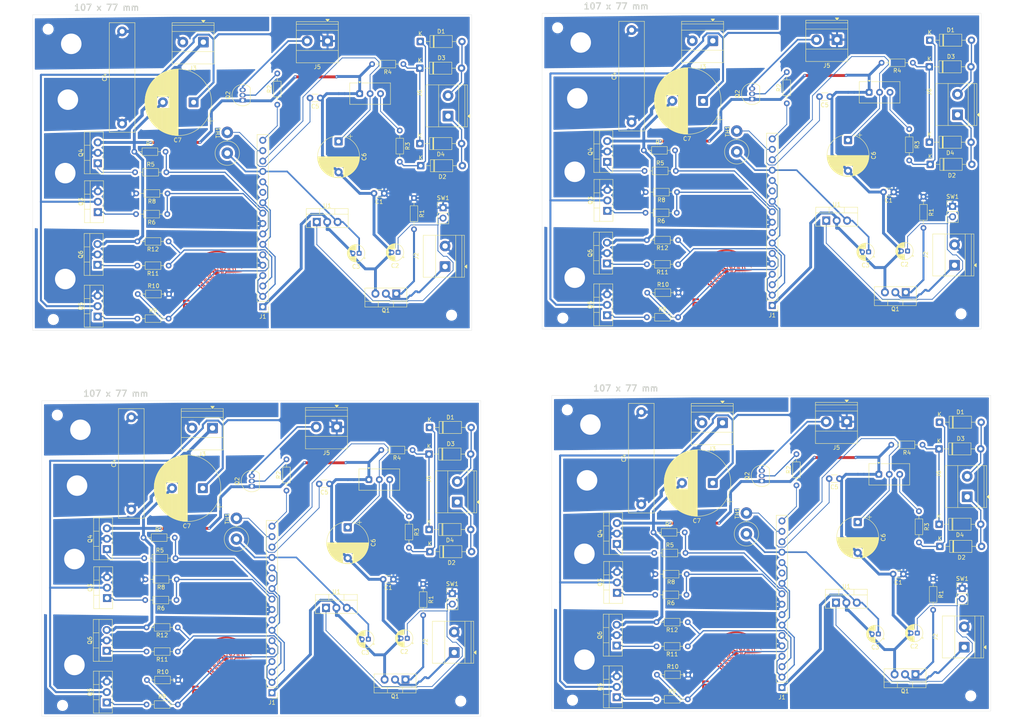
<source format=kicad_pcb>
(kicad_pcb (version 20241229) (generator "pcbnew") (generator_version "9.0")
  (layers (0 "F.Cu" signal) (2 "B.Cu" signal) (13 "F.Paste" user) (15 "B.Paste" user) (5 "F.SilkS" user "F.Silkscreen") (7 "B.SilkS" user "B.Silkscreen") (1 "F.Mask" user) (3 "B.Mask" user) (25 "Edge.Cuts" user))
  (net 0 "")
  (net 1 "+12V")
  (net 2 "Net-(U1-IN)")
  (net 3 "+5V")
  (net 4 "TR_OUT2")
  (net 5 "TR_OUT")
  (net 6 "Net-(D1-A)")
  (net 7 "Net-(D1-K)")
  (net 8 "Net-(D2-A)")
  (net 9 "Net-(D3-K)")
  (net 10 "1LO")
  (net 11 "1HO")
  (net 12 "GND")
  (net 13 "2LO")
  (net 14 "2HO")
  (net 15 "VFB")
  (net 16 "IFB")
  (net 17 "+15V")
  (net 18 "TFB")
  (net 19 "FANCTR")
  (net 20 "Net-(J2-Pin_1)")
  (net 21 "TR1_PIN5")
  (net 22 "TR2_PIN5")
  (net 23 "Net-(J5-Pin_2)")
  (net 24 "Net-(Q1-G)")
  (net 25 "Net-(Q2-B)")
  (net 26 "Net-(Q3-G)")
  (net 27 "Net-(Q4-G)")
  (net 28 "Net-(Q5-G)")
  (net 29 "Net-(Q6-G)")
  (net 30 "Net-(R3-Pad1)")
  (footprint "Package_TO_SOT_THT:TO-220-3_Vertical" (layer "F.Cu") (at 177.00435 79.754225 90)
    (property "Reference" "Q6")
    (property "Value" "IRF3205")
  )
  (footprint "Package_TO_SOT_THT:TO-220-3_Vertical" (layer "F.Cu") (at 108.491226 163.7717)
    (property "Reference" "U1")
    (property "Value" "L7805")
  )
  (footprint "Resistor_THT:R_Axial_DIN0204_L3.6mm_D1.6mm_P7.62mm_Horizontal" (layer "F.Cu") (at 194.01435 67.374225 180)
    (property "Reference" "R6")
    (property "Value" "10")
  )
  (footprint "Resistor_THT:R_Axial_DIN0614_L14.3mm_D5.7mm_P5.08mm_Vertical" (layer "F.Cu") (at 84.421226 52.8317 90)
    (property "Reference" "TH1")
    (property "Value" "Thermistor_NTC")
  )
  (footprint "Capacitor_THT:CP_Radial_D4.0mm_P1.50mm" (layer "F.Cu") (at 126.071226 77.0417 180)
    (property "Reference" "C2")
    (property "Value" "1uF")
  )
  (footprint "Capacitor_THT:C_Disc_D3.0mm_W1.6mm_P2.50mm" (layer "F.Cu") (at 231.31435 39.034225 180)
    (property "Reference" "C5")
    (property "Value" "0.1uf")
  )
  (footprint "Resistor_THT:R_Axial_DIN0204_L3.6mm_D1.6mm_P7.62mm_Horizontal" (layer "F.Cu") (at 194.43435 86.874225 180)
    (property "Reference" "R10")
    (property "Value" "10k")
  )
  (footprint "Resistor_THT:R_Axial_DIN0204_L3.6mm_D1.6mm_P7.62mm_Horizontal" (layer "F.Cu") (at 223.19725 133.8817 90)
    (property "Reference" "R2")
    (property "Value" "1K")
  )
  (footprint "Package_TO_SOT_THT:TO-220-3_Vertical" (layer "F.Cu") (at 249.84435 86.774225 180)
    (property "Reference" "Q1")
    (property "Value" "FQP90N03")
  )
  (footprint "Capacitor_THT:CP_Radial_D4.0mm_P1.50mm" (layer "F.Cu") (at 252.64725 169.9217 180)
    (property "Reference" "C2")
    (property "Value" "1uF")
  )
  (footprint "Capacitor_THT:CP_Radial_D16.0mm_P7.50mm" (layer "F.Cu") (at 76.224026 40.4217 180)
    (property "Reference" "C7")
    (property "Value" "2200uF")
  )
  (footprint "Capacitor_THT:C_Rect_L26.5mm_W6.0mm_P22.50mm_MKS4" (layer "F.Cu") (at 58.791226 45.6217 90)
    (property "Reference" "C4")
    (property "Value" "2.2uf/630V")
  )
  (footprint "Package_TO_SOT_THT:TO-92_Inline" (layer "F.Cu") (at 214.74725 132.8317 90)
    (property "Reference" "Q2")
    (property "Value" "S8050")
  )
  (footprint "TerminalBlock_Phoenix:TerminalBlock_Phoenix_MKDS-1,5-2_1x02_P5.00mm_Horizontal" (layer "F.Cu") (at 262.46435 43.464225 90)
    (property "Reference" "J6")
    (property "Value" "Screw_Terminal_01x02")
  )
  (footprint "Diode_THT:D_A-405_P10.16mm_Horizontal" (layer "F.Cu") (at 131.371226 32.0917)
    (property "Reference" "D3")
    (property "Value" "1N5402")
  )
  (footprint "Package_TO_SOT_THT:TO-92_Inline" (layer "F.Cu") (at 90.411226 134.1117 90)
    (property "Reference" "Q2")
    (property "Value" "S8050")
  )
  (footprint "Package_TO_SOT_THT:TO-220-3_Vertical" (layer "F.Cu") (at 55.121226 161.3817 90)
    (property "Reference" "Q3")
    (property "Value" "IRF3205")
  )
  (footprint "Package_TO_SOT_THT:TO-220-3_Vertical" (layer "F.Cu") (at 55.031226 174.2417 90)
    (property "Reference" "Q6")
    (property "Value" "IRF3205")
  )
  (footprint "Resistor_THT:R_Axial_DIN0204_L3.6mm_D1.6mm_P7.62mm_Horizontal" (layer "F.Cu") (at 196.70725 173.1517 180)
    (property "Reference" "R11")
    (property "Value" "10")
  )
  (footprint "TerminalBlock_Phoenix:TerminalBlock_Phoenix_MKDS-1,5-2_1x02_P5.00mm_Horizontal" (layer "F.Cu") (at 139.763726 174.6517 90)
    (property "Reference" "J2")
    (property "Value" "Battery Input")
  )
  (footprint "Package_TO_SOT_THT:TO-220-3_Vertical" (layer "F.Cu") (at 230.46435 69.284225)
    (property "Reference" "U1")
    (property "Value" "L7805")
  )
  (footprint "Diode_THT:D_A-405_P10.16mm_Horizontal" (layer "F.Cu") (at 255.60435 50.164225)
    (property "Reference" "D4")
    (property "Value" "1N4148WT")
  )
  (footprint "MountingHole:MountingHole_2.2mm_M2_ISO7380" (layer "F.Cu") (at 139.111226 92.3617)
    (property "Reference" "REF**" (hide yes))
    (property "Value" "MountingHole_2.2mm_M2_ISO7380")
  )
  (footprint "Capacitor_THT:CP_Radial_D4.0mm_P1.50mm" (layer "F.Cu") (at 250.28435 76.714225 180)
    (property "Reference" "C2")
    (property "Value" "1uF")
  )
  (footprint "Diode_THT:D_A-405_P10.16mm_Horizontal" (layer "F.Cu") (at 131.391226 50.4917)
    (property "Reference" "D4")
    (property "Value" "1N4148WT")
  )
  (footprint "" (layer "F.Cu") (at 167.327861 115.459249)
    (property "Reference" "")
    (property "Value" "")
  )
  (footprint "Resistor_THT:R_Axial_DIN0204_L3.6mm_D1.6mm_P7.62mm_Horizontal" (layer "F.Cu") (at 254.16435 63.454225 -90)
    (property "Reference" "R1")
    (property "Value" "1K")
  )
  (footprint "Symbol:PCB_Logo3" (layer "F.Cu") (at 208.16725 177.4817)
    (property "Reference" "G***" (hide yes))
    (property "Value" "LOGO" (hide yes))
  )
  (footprint "MountingHole:MountingHole_2.2mm_M2_ISO7380" (layer "F.Cu") (at 44.261837 187.569249)
    (property "Reference" "REF**" (hide yes))
    (property "Value" "MountingHole_2.2mm_M2_ISO7380")
  )
  (footprint "Symbol:PCB_Logo3" (layer "F.Cu") (at 205.80435 84.274225)
    (property "Reference" "G***" (hide yes))
    (property "Value" "LOGO" (hide yes))
  )
  (footprint "Capacitor_THT:CP_Radial_D10.0mm_P7.50mm" (layer "F.Cu") (at 113.791226 144.124 -90)
    (property "Reference" "C6")
    (property "Value" "10uf")
  )
  (footprint "Diode_THT:D_A-405_P10.16mm_Horizontal" (layer "F.Cu") (at 255.58435 31.764225)
    (property "Reference" "D3")
    (property "Value" "1N5402")
  )
  (footprint "Resistor_THT:R_Axial_DIN0204_L3.6mm_D1.6mm_P7.62mm_Horizontal" (layer "F.Cu") (at 132.191226 157.9417 -90)
    (property "Reference" "R1")
    (property "Value" "1K")
  )
  (footprint "Resistor_THT:R_Axial_DIN0204_L3.6mm_D1.6mm_P7.62mm_Horizontal" (layer "F.Cu") (at 196.69725 167.2517 180)
    (property "Reference" "R12")
    (property "Value" "10k")
  )
  (footprint "Package_TO_SOT_THT:TO-220-3_Vertical" (layer "F.Cu") (at 127.871226 181.2617 180)
    (property "Reference" "Q1")
    (property "Value" "FQP90N03")
  )
  (footprint "TerminalBlock_Phoenix:TerminalBlock_Phoenix_MKDS-1,5-2_1x02_P5.00mm_Horizontal" (layer "F.Cu") (at 78.591226 25.7392 180)
    (property "Reference" "J3")
    (property "Value" "AC Out")
  )
  (footprint "Connector_PinHeader_2.54mm:PinHeader_1x02_P2.54mm_Vertical" (layer "F.Cu") (at 139.281226 160.3017)
    (property "Reference" "SW1")
    (property "Value" "ON/OFF Switch" (hide yes))
  )
  (footprint "Resistor_THT:R_Axial_DIN0204_L3.6mm_D1.6mm_P7.62mm_Horizontal" (layer "F.Cu") (at 70.121226 74.3717 180)
    (property "Reference" "R12")
    (property "Value" "10k")
  )
  (footprint "Resistor_THT:R_Axial_DIN0204_L3.6mm_D1.6mm_P7.62mm_Horizontal" (layer "F.Cu") (at 250.69435 46.974225 -90)
    (property "Reference" "R3")
    (property "Value" "100k")
  )
  (footprint "Capacitor_THT:C_Rect_L26.5mm_W6.0mm_P22.50mm_MKS4" (layer "F.Cu") (at 185.36725 138.5017 90)
    (property "Reference" "C4")
    (property "Value" "2.2uf/630V")
  )
  (footprint "Package_TO_SOT_THT:TO-220-3_Vertical" (layer "F.Cu") (at 252.20725 179.9817 180)
    (property "Reference" "Q1")
    (property "Value" "FQP90N03")
  )
  (footprint "Capacitor_THT:CP_Radial_D10.0mm_P7.50mm" (layer "F.Cu") (at 111.551226 49.964 -90)
    (property "Reference" "C6")
    (property "Value" "10uf")
  )
  (footprint "Package_TO_SOT_THT:TO-220-3_Vertical" (layer "F.Cu") (at 55.091226 149.4517 90)
    (property "Reference" "Q4")
    (property "Value" "IRF3205")
  )
  (footprint "Capacitor_THT:CP_Radial_D10.0mm_P7.50mm" (layer "F.Cu") (at 235.76435 49.636525 -90)
    (property "Reference" "C6")
    (property "Value" "10uf")
  )
  (footprint "Resistor_THT:R_Axial_DIN0204_L3.6mm_D1.6mm_P7.62mm_Horizontal" (layer "F.Cu") (at 72.371226 174.4317 180)
    (property "Reference" "R11")
    (property "Value" "10")
  )
  (footprint "Capacitor_THT:C_Rect_L26.5mm_W6.0mm_P22.50mm_MKS4" (layer "F.Cu") (at 61.031226 139.7817 90)
    (property "Reference" "C4")
    (property "Value" "2.2uf/630V")
  )
  (footprint "TerminalBlock_Phoenix:TerminalBlock_Phoenix_MKDS-1,5-2_1x02_P5.00mm_Horizontal" (layer "F.Cu") (at 138.251226 43.7917 90)
    (property "Reference" "J6")
    (property "Value" "Screw_Terminal_01x02")
  )
  (footprint "Capacitor_THT:C_Disc_D3.0mm_W1.6mm_P2.50mm" (layer "F.Cu") (at 107.101226 39.3617 180)
    (property "Reference" "C5")
    (property "Value" "0.1uf")
  )
  (footprint "Resistor_THT:R_Axial_DIN0204_L3.6mm_D1.6mm_P7.62mm_Horizontal" (layer "F.Cu") (at 72.101226 156.8217 180)
    (property "Reference" "R8")
    (property "Value" "10k")
  )
  (footprint "" (layer "F.Cu") (at 42.991837 116.739249)
    (property "Reference" "")
    (property "Value" "")
  )
  (footprint "Capacitor_THT:CP_Radial_D4.0mm_P1.50mm" (layer "F.Cu") (at 243.15725 170.1317 180)
    (property "Reference" "C3")
    (property "Value" "1uF")
  )
  (footprint "Resistor_THT:R_Axial_DIN0614_L14.3mm_D5.7mm_P5.08mm_Vertical" (layer "F.Cu") (at 86.661226 146.9917 90)
    (property "Reference" "TH1")
    (property "Value" "Thermistor_NTC")
  )
  (footprint "Resistor_THT:R_Axial_DIN0204_L3.6mm_D1.6mm_P7.62mm_Horizontal" (layer "F.Cu") (at 98.861226 135.1617 90)
    (property "Reference" "R2")
    (property "Value" "1K")
  )
  (footprint "Diode_THT:D_A-405_P10.16mm_Horizontal" (layer "F.Cu") (at 258.16725 148.7717)
    (property "Reference" "D2")
    (property "Value" "1N4148WT")
  )
  (footprint "TerminalBlock_Phoenix:TerminalBlock_Phoenix_MKDS-1,5-2_1x02_P5.00mm_Horizontal" (layer "F.Cu") (at 111.116226 119.6292 180)
    (property "Reference" "J5")
    (property "Value" "Conn_01x02_Pin")
  )
  (footprint "" (layer "F.Cu") (at 164.964961 22.251774)
    (property "Reference" "")
    (property "Value" "")
  )
  (footprint "Resistor_THT:R_Axial_DIN0204_L3.6mm_D1.6mm_P7.62mm_Horizontal" (layer "F.Cu") (at 72.461226 181.3617 180)
    (property "Reference" "R10")
    (property "Value" "10k")
  )
  (footprint "Package_TO_SOT_THT:TO-220-3_Vertical" (layer "F.Cu") (at 106.251226 69.6117)
    (property "Reference" "U1")
    (property "Value" "L7805")
  )
  (footprint "Package_TO_SOT_THT:TO-220-3_Vertical" (layer "F.Cu") (at 55.061226 186.8617 90)
    (property "Reference" "Q5")
    (property "Value" "IRF3205")
  )
  (footprint "Potentiometer_THT:Potentiometer_Vishay_T93XA_Horizontal" (layer "F.Cu") (at 243.28725 131.1917)
    (property "Reference" "RV1" (hide yes))
    (property "Value" "10k")
  )
  (footprint "Capacitor_THT:C_Disc_D3.0mm_W1.6mm_P2.50mm" (layer "F.Cu") (at 233.67725 132.2417 180)
    (property "Reference" "C5")
    (property "Value" "0.1uf")
  )
  (footprint "Resistor_THT:R_Axial_DIN0204_L3.6mm_D1.6mm_P7.62mm_Horizontal" (layer "F.Cu") (at 128.721226 141.4617 -90)
    (property "Reference" "R3")
    (property "Value" "100k")
  )
  (footprint "Package_TO_SOT_THT:TO-220-3_Vertical" (layer "F.Cu") (at 232.82725 162.4917)
    (property "Reference" "U1")
    (property "Value" "L7805")
  )
  (footprint "Connector_PinHeader_2.54mm:PinHeader_1x17_P2.54mm_Vertical" (layer "F.Cu") (at 219.65725 183.2017 180)
    (property "Reference" "J1")
    (property "Value" "EGS002 Pinout")
  )
  (footprint "Package_TO_SOT_THT:TO-220-3_Vertical" (layer "F.Cu") (at 52.821226 92.7017 90)
    (property "Reference" "Q5")
    (property "Value" "IRF3205")
  )
  (footprint "Connector_PinHeader_2.54mm:PinHeader_1x17_P2.54mm_Vertical" (layer "F.Cu") (at 93.081226 90.3217 180)
    (property "Reference" "J1")
    (property "Value" "EGS002 Pinout")
  )
  (footprint "TerminalBlock_Phoenix:TerminalBlock_Phoenix_MKDS-1,5-2_1x02_P5.00mm_Horizontal" (layer "F.Cu") (at 264.09975 173.3717 90)
    (property "Reference" "J2")
    (property "Value" "Battery Input")
  )
  (footprint "Resistor_THT:R_Axial_DIN0614_L14.3mm_D5.7mm_P5.08mm_Vertical" (layer "F.Cu") (at 208.63435 52.504225 90)
    (property "Reference" "TH1")
    (property "Value" "Thermistor_NTC")
  )
  (footprint "Diode_THT:D_A-405_P10.16mm_Horizontal" (layer "F.Cu") (at 255.70435 25.264225)
    (property "Reference" "D1")
    (property "Value" "1N5402")
  )
  (footprint "Diode_THT:D_A-405_P10.16mm_Horizontal" (layer "F.Cu") (at 257.94725 124.9717)
    (property "Reference" "D3")
    (property "Value" "1N5402")
  )
  (footprint "Package_TO_SOT_THT:TO-220-3_Vertical" (layer "F.Cu") (at 179.39725 185.5817 90)
    (property "Reference" "Q5")
    (property "Value" "IRF3205")
  )
  (footprint "Capacitor_THT:CP_Radial_D4.0mm_P1.50mm" (layer "F.Cu") (at 118.821226 171.4117 180)
    (property "Reference" "C3")
    (property "Value" "1uF")
  )
  (footprint "Potentiometer_THT:Potentiometer_Vishay_T93XA_Horizontal" (layer "F.Cu") (at 116.711226 38.3117)
    (property "Reference" "RV1" (hide yes))
    (property "Value" "10k")
  )
  (footprint "Resistor_THT:R_Axial_DIN0204_L3.6mm_D1.6mm_P7.62mm_Horizontal" (layer "F.Cu") (at 61.951226 57.4917)
    (property "Reference" "R5")
    (property "Value" "10k")
  )
  (footprint "Capacitor_THT:C_Disc_D3.0mm_W1.6mm_P2.50mm" (layer "F.Cu") (at 249.27725 155.5217 180)
    (property "Reference" "C1")
    (property "Value" "0.1uF")
  )
  (footprint "Capacitor_THT:C_Disc_D3.0mm_W1.6mm_P2.50mm" (layer "F.Cu") (at 109.341226 133.5217 180)
    (property "Reference" "C5")
    (property "Value" "0.1uf")
  )
  (footprint "Resistor_THT:R_Axial_DIN0204_L3.6mm_D1.6mm_P7.62mm_Horizontal" (layer "F.Cu") (at 129.951226 63.7817 -90)
    (property "Reference" "R1")
    (property "Value" "1K")
  )
  (footprint "Resistor_THT:R_Axial_DIN0204_L3.6mm_D1.6mm_P7.62mm_Horizontal" (layer "F.Cu") (at 186.72435 92.864225)
    (property "Reference" "R9")
    (property "Value" "10")
  )
  (footprint "Resistor_THT:R_Axial_DIN0204_L3.6mm_D1.6mm_P7.62mm_Horizontal" (layer "F.Cu") (at 126.481226 47.3017 -90)
    (property "Reference" "R3")
    (property "Value" "100k")
  )
  (footprint "Resistor_THT:R_Axial_DIN0204_L3.6mm_D1.6mm_P7.62mm_Horizontal" (layer "F.Cu") (at 188.33725 145.3517)
    (property "Reference" "R7")
    (property "Value" "10")
  )
  (footprint "Resistor_THT:R_Axial_DIN0204_L3.6mm_D1.6mm_P7.62mm_Horizontal" (layer "F.Cu") (at 127.361226 31.1017 180)
    (property "Reference" "R4")
    (property "Value" "100k")
  )
  (footprint "TerminalBlock_Phoenix:TerminalBlock_Phoenix_MKDS-1,5-2_1x02_P5.00mm_Horizontal" (layer "F.Cu") (at 205.16725 118.6192 180)
    (property "Reference" "J3")
    (property "Value" "AC Out")
  )
  (footprint "Diode_THT:D_A-405_P10.16mm_Horizontal" (layer "F.Cu") (at 257.96725 143.3717)
    (property "Reference" "D4")
    (property "Value" "1N4148WT")
  )
  (footprint "MountingHole:MountingHole_2.2mm_M2_ISO7380" (layer "F.Cu") (at 168.597861 186.289249)
    (property "Reference" "REF**" (hide yes))
    (property "Value" "MountingHole_2.2mm_M2_ISO7380")
  )
  (footprint "Resistor_THT:R_Axial_DIN0204_L3.6mm_D1.6mm_P7.62mm_Horizontal" (layer "F.Cu") (at 72.361226 168.5317 180)
    (property "Reference" "R12")
    (property "Value" "10k")
  )
  (footprint "Resistor_THT:R_Axial_DIN0204_L3.6mm_D1.6mm_P7.62mm_Horizontal" (layer "F.Cu") (at 256.52725 156.6617 -90)
    (property "Reference" "R1")
    (property "Value" "1K")
  )
  (footprint "Diode_THT:D_A-405_P10.16mm_Horizontal" (layer "F.Cu") (at 133.631226 144.6517)
    (property "Reference" "D4")
    (property "Value" "1N4148WT")
  )
  (footprint "TerminalBlock_Phoenix:TerminalBlock_Phoenix_MKDS-1,5-2_1x02_P5.00mm_Horizontal" (layer "F.Cu") (at 235.45225 118.3492 180)
    (property "Reference" "J5")
    (property "Value" "Conn_01x02_Pin")
  )
  (footprint "TerminalBlock_Phoenix:TerminalBlock_Phoenix_MKDS-1,5-2_1x02_P5.00mm_Horizontal" (layer "F.Cu") (at 140.491226 137.9517 90)
    (property "Reference" "J6")
    (property "Value" "Screw_Terminal_01x02")
  )
  (footprint "MountingHole:MountingHole_2.2mm_M2_ISO7380" (layer "F.Cu") (at 42.021837 93.409249)
    (property "Reference" "REF**" (hide yes))
    (property "Value" "MountingHole_2.2mm_M2_ISO7380")
  )
  (footprint "Package_TO_SOT_THT:TO-220-3_Vertical" (layer "F.Cu") (at 179.36725 172.9617 90)
    (property "Reference" "Q6")
    (property "Value" "IRF3205")
  )
  (footprint "Package_TO_SOT_THT:TO-220-3_Vertical" (layer "F.Cu") (at 52.881226 67.2217 90)
    (property "Reference" "Q3")
    (property "Value" "IRF3205")
  )
  (footprint "Diode_THT:D_A-405_P10.16mm_Horizontal" (layer "F.Cu") (at 131.591226 55.8917)
    (property "Reference" "D2")
    (property "Value" "1N4148WT")
  )
  (footprint "Potentiometer_THT:Potentiometer_Vishay_T93XA_Horizontal" (layer "F.Cu") (at 118.951226 132.4717)
    (property "Reference" "RV1" (hide yes))
    (property "Value" "10k")
  )
  (footprint "MountingHole:MountingHole_2.2mm_M2_ISO7380" (layer "F.Cu") (at 166.234961 93.081774)
    (property "Reference" "REF**" (hide yes))
    (property "Value" "MountingHole_2.2mm_M2_ISO7380")
  )
  (footprint "TerminalBlock_Phoenix:TerminalBlock_Phoenix_MKDS-1,5-2_1x02_P5.00mm_Horizontal" (layer "F.Cu") (at 261.73685 80.164225 90)
    (property "Reference" "J2")
    (property "Value" "Battery Input")
  )
  (footprint "" (layer "F.Cu") (at 40.751837 22.579249)
    (property "Reference" "")
    (property "Value" "")
  )
  (footprint "Package_TO_SOT_THT:TO-220-3_Vertical" (layer "F.Cu") (at 177.03435 92.374225 90)
    (property "Reference" "Q5")
    (property "Value" "IRF3205")
  )
  (footprint "Package_TO_SOT_THT:TO-220-3_Vertical" (layer "F.Cu") (at 177.06435 54.964225 90)
    (property "Reference" "Q4")
    (property "Value" "IRF3205")
  )
  (footprint "Resistor_THT:R_Axial_DIN0204_L3.6mm_D1.6mm_P7.62mm_Horizontal" (layer "F.Cu") (at 70.221226 87.2017 180)
    (property "Reference" "R10")
    (property "Value" "10k")
  )
  (footprint "Capacitor_THT:CP_Radial_D16.0mm_P7.50mm" (layer "F.Cu") (at 200.43715 40.094225 180)
    (property "Reference" "C7")
    (property "Value" "2200uF")
  )
  (footprint "Connector_PinHeader_2.54mm:PinHeader_1x02_P2.54mm_Vertical" (layer "F.Cu") (at 137.041226 66.1417)
    (property "Reference" "SW1")
    (property "Value" "ON/OFF Switch" (hide yes))
  )
  (footprint "Diode_THT:D_A-405_P10.16mm_Horizontal" (layer "F.Cu") (at 133.731226 119.7517)
    (property "Reference" "D1")
    (property "Value" "1N5402")
  )
  (footprint "Resistor_THT:R_Axial_DIN0204_L3.6mm_D1.6mm_P7.62mm_Horizontal" (layer "F.Cu") (at 194.07435 62.334225 180)
    (property "Reference" "R8")
    (property "Value" "10k")
  )
  (footprint "Resistor_THT:R_Axial_DIN0204_L3.6mm_D1.6mm_P7.62mm_Horizontal" (layer "F.Cu") (at 69.801226 67.7017 180)
    (property "Reference" "R6")
    (property "Value" "10")
  )
  (footprint "Package_TO_SOT_THT:TO-92_Inline" (layer "F.Cu") (at 212.38435 39.624225 90)
    (property "Reference" "Q2")
    (property "Value" "S8050")
  )
  (footprint "Resistor_THT:R_Axial_DIN0204_L3.6mm_D1.6mm_P7.62mm_Horizontal" (layer "F.Cu") (at 194.33435 74.044225 180)
    (property "Reference" "R12")
    (property "Value" "10k")
  )
  (footprint "Resistor_THT:R_Axial_DIN0204_L3.6mm_D1.6mm_P7.62mm_Horizontal" (layer "F.Cu") (at 185.97435 52.144225)
    (property "Reference" "R7")
    (property "Value" "10")
  )
  (footprint "Capacitor_THT:C_Disc_D3.0mm_W1.6mm_P2.50mm" (layer "F.Cu") (at 122.701226 62.6417 180)
    (property "Reference" "C1")
    (property "Value" "0.1uF")
  )
  (footprint "Capacitor_THT:C_Rect_L26.5mm_W6.0mm_P22.50mm_MKS4" (layer "F.Cu") (at 183.00435 45.294225 90)
    (property "Reference" "C4")
    (property "Value" "2.2uf/630V")
  )
  (footprint "Package_TO_SOT_THT:TO-220-3_Vertical" (layer "F.Cu") (at 52.851226 55.2917 90)
    (property "Reference" "Q4")
    (property "Value" "IRF3205")
  )
  (footprint "Resistor_THT:R_Axial_DIN0614_L14.3mm_D5.7mm_P5.08mm_Vertical" (layer "F.Cu") (at 210.99725 145.7117 90)
    (property "Reference" "TH1")
    (property "Value" "Thermistor_NTC")
  )
  (footprint "Capacitor_THT:CP_Radial_D4.0mm_P1.50mm" (layer "F.Cu") (at 128.311226 171.2017 180)
    (property "Reference" "C2")
    (property "Value" "1uF")
  )
  (footprint "Diode_THT:D_A-405_P10.16mm_Horizontal" (layer "F.Cu") (at 133.831226 150.0517)
    (property "Reference" "D2")
    (property "Value" "1N4148WT")
  )
  (footprint "Package_TO_SOT_THT:TO-92_Inline" (layer "F.Cu") (at 88.171226 39.9517 90)
    (property "Reference" "Q2")
    (property "Value" "S8050")
  )
  (footprint "Capacitor_THT:CP_Radial_D10.0mm_P7.50mm" (layer "F.Cu") (at 238.12725 142.844 -90)
    (property "Reference" "C6")
    (property "Value" "10uf")
  )
  (footprint "Resistor_THT:R_Axial_DIN0204_L3.6mm_D1.6mm_P7.62mm_Horizontal" (layer "F.Cu") (at 196.37725 160.5817 180)
    (property "Reference" "R6")
    (property "Value" "10")
  )
  (footprint "Resistor_THT:R_Axial_DIN0204_L3.6mm_D1.6mm_P7.62mm_Horizontal" (layer "F.Cu") (at 64.191226 151.6517)
    (property "Reference" "R5")
    (property "Value" "10k")
  )
  (footprint "MountingHole:MountingHole_2.2mm_M2_ISO7380" (layer "F.Cu") (at 104.351226 148.3817)
    (property "Reference" "REF**" (hide yes))
    (property "Value" "MountingHole_2.2mm_M2_ISO7380")
  )
  (footprint "TerminalBlock_Phoenix:TerminalBlock_Phoenix_MKDS-1,5-2_1x02_P5.00mm_Horizontal" (layer "F.Cu") (at 202.80435 25.411725 180)
    (property "Reference" "J3")
    (property "Value" "AC Out")
  )
  (footprint "Resistor_THT:R_Axial_DIN0204_L3.6mm_D1.6mm_P7.62mm_Horizontal" (layer "F.Cu") (at 251.57435 30.774225 180)
    (property "Reference" "R4")
    (property "Value" "100k")
  )
  (footprint "Package_TO_SOT_THT:TO-220-3_Vertical" (layer "F.Cu") (at 179.42725 148.1717 90)
    (property "Reference" "Q4")
    (property "Value" "IRF3205")
  )
  (footprint "Package_TO_SOT_THT:TO-220-3_Vertical" (layer "F.Cu") (at 179.45725 160.1017 90)
    (property "Reference" "Q3")
    (property "Value" "IRF3205")
  )
  (footprint "Resistor_THT:R_Axial_DIN0204_L3.6mm_D1.6mm_P7.62mm_Horizontal" (layer "F.Cu") (at 196.79725 180.0817 180)
    (property "Reference" "R10")
    (property "Value" "10k")
  )
  (footprint "Package_TO_SOT_THT:TO-220-3_Vertical" (layer "F.Cu") (at 177.09435 66.894225 90)
    (property "Reference" "Q3")
    (property "Value" "IRF3205")
  )
  (footprint "Resistor_THT:R_Axial_DIN0204_L3.6mm_D1.6mm_P7.62mm_Horizontal" (layer "F.Cu") (at 61.761226 52.4717)
    (property "Reference" "R7")
    (property "Value" "10")
  )
  (footprint "Resistor_THT:R_Axial_DIN0204_L3.6mm_D1.6mm_P7.62mm_Horizontal" (layer "F.Cu") (at 189.08725 186.0717)
    (property "Reference" "R9")
    (property "Value" "10")
  )
  (footprint "Capacitor_THT:C_Disc_D3.0mm_W1.6mm_P2.50mm" (layer "F.Cu") (at 124.941226 156.8017 180)
    (property "Reference" "C1")
    (property "Value" "0.1uF")
  )
  (footprint "Diode_THT:D_A-405_P10.16mm_Horizontal" (layer "F.Cu") (at 133.611226 126.2517)
    (property "Reference" "D3")
    (property "Value" "1N5402")
  )
  (footprint "TerminalBlock_Phoenix:TerminalBlock_Phoenix_MKDS-1,5-2_1x02_P5.00mm_Horizontal" (layer "F.Cu") (at 137.523726 80.4917 90)
    (property "Reference" "J2")
    (property "Value" "Battery Input")
  )
  (footprint "Resistor_THT:R_Axial_DIN0204_L3.6mm_D1.6mm_P7.62mm_Horizontal" (layer "F.Cu") (at 69.861226 62.6617 180)
    (property "Reference" "R8")
    (property "Value" "10k")
  )
  (footprint "Diode_THT:D_A-405_P10.16mm_Horizontal" (layer "F.Cu") (at 258.06725 118.4717)
    (property "Reference" "D1")
    (property "Value" "1N5402")
  )
  (footprint "MountingHole:MountingHole_2.2mm_M2_ISO7380" (layer "F.Cu") (at 141.351226 186.5217)
    (property "Reference" "REF**" (hide yes))
    (property "Value" "MountingHole_2.2mm_M2_ISO7380")
  )
  (footprint "Resistor_THT:R_Axial_DIN0204_L3.6mm_D1.6mm_P7.62mm_Horizontal" (layer "F.Cu") (at 62.511226 93.1917)
    (property "Reference" "R9")
    (property "Value" "10")
  )
  (footprint "Connector_PinHeader_2.54mm:PinHeader_1x02_P2.54mm_Vertical" (layer "F.Cu") (at 263.61725 159.0217)
    (property "Reference" "SW1")
    (property "Value" "ON/OFF Switch" (hide yes))
  )
  (footprint "Connector_PinHeader_2.54mm:PinHeader_1x17_P2.54mm_Vertical" (layer "F.Cu") (at 217.29435 89.994225 180)
    (property "Reference" "J1")
    (property "Value" "EGS002 Pinout")
  )
  (footprint "MountingHole:MountingHole_2.2mm_M2_ISO7380" (layer "F.Cu") (at 263.32435 92.034225)
    (property "Reference" "REF**" (hide yes))
    (property "Value" "MountingHole_2.2mm_M2_ISO7380")
  )
  (footprint "Resistor_THT:R_Axial_DIN0204_L3.6mm_D1.6mm_P7.62mm_Horizontal" (layer "F.Cu") (at 96.621226 41.0017 90)
    (property "Reference" "R2")
    (property "Value" "1K")
  )
  (footprint "TerminalBlock_Phoenix:TerminalBlock_Phoenix_MKDS-1,5-2_1x02_P5.00mm_Horizontal" (layer "F.Cu") (at 80.831226 119.8992 180)
    (property "Reference" "J3")
    (property "Value" "AC Out")
  )
  (footprint "Diode_THT:D_A-405_P10.16mm_Horizontal" (layer "F.Cu") (at 131.491226 25.5917)
    (property "Reference" "D1")
    (property "Value" "1N5402")
  )
  (footprint "Resistor_THT:R_Axial_DIN0204_L3.6mm_D1.6mm_P7.62mm_Horizontal" (layer "F.Cu") (at 129.601226 125.2617 180)
    (property "Reference" "R4")
    (property "Value" "100k")
  )
  (footprint "MountingHole:MountingHole_2.2mm_M2_ISO7380" (layer "F.Cu") (at 102.111226 54.2217)
    (property "Reference" "REF**" (hide yes))
    (property "Value" "MountingHole_2.2mm_M2_ISO7380")
  )
  (footprint "Resistor_THT:R_Axial_DIN0204_L3.6mm_D1.6mm_P7.62mm_Horizontal" (layer "F.Cu") (at 64.751226 187.3517)
    (property "Reference" "R9")
    (property "Value" "10")
  )
  (footprint "Resistor_THT:R_Axial_DIN0204_L3.6mm_D1.6mm_P7.62mm_Horizontal" (layer "F.Cu") (at 188.52725 150.3717)
    (property "Reference" "R5")
    (property "Value" "10k")
  )
  (footprint "Package_TO_SOT_THT:TO-220-3_Vertical" (layer "F.Cu") (at 52.791226 80.0817 90)
    (property "Reference" "Q6")
    (property "Value" "IRF3205")
  )
  (footprint "Connector_PinHeader_2.54mm:PinHeader_1x17_P2.54mm_Vertical" (layer "F.Cu") (at 95.321226 184.4817 180)
    (property "Reference" "J1")
    (property "Value" "EGS002 Pinout")
  )
  (footprint "Package_TO_SOT_THT:TO-220-3_Vertical" (layer "F.Cu") (at 125.631226 87.1017 180)
    (property "Reference" "Q1")
    (property "Value" "FQP90N03")
  )
  (footprint "Resistor_THT:R_Axial_DIN0204_L3.6mm_D1.6mm_P7.62mm_Horizontal" (layer "F.Cu") (at 72.041226 161.8617 180)
    (property "Reference" "R6")
    (property "Value" "10")
  )
  (footprint "Diode_THT:D_A-405_P10.16mm_Horizontal" (layer "F.Cu") (at 255.80435 55.564225)
    (property "Reference" "D2")
    (property "Value" "1N4148WT")
  )
  (footprint "MountingHole:MountingHole_2.2mm_M2_ISO7380" (layer "F.Cu") (at 226.32435 53.894225)
    (property "Reference" "REF**" (hide yes))
    (property "Value" "MountingHole_2.2mm_M2_ISO7380")
  )
  (footprint "Capacitor_THT:CP_Radial_D4.0mm_P1.50mm" (layer "F.Cu") (at 240.79435 76.924225 180)
    (property "Reference" "C3")
    (property "Value" "1uF")
  )
  (footprint "Capacitor_THT:CP_Radial_D16.0mm_P7.50mm" (layer "F.Cu") (at 202.80005 133.3017 180)
    (property "Reference" "C7")
    (property "Value" "2200uF")
  )
  (footprint "Resistor_THT:R_Axial_DIN0204_L3.6mm_D1.6mm_P7.62mm_Horizontal" (layer "F.Cu") (at 64.001226 146.6317)
    (property "Reference" "R7")
    (property "Value" "10")
  )
  (footprint "Capacitor_THT:CP_Radial_D16.0mm_P7.50mm" (layer "F.Cu") (at 78.464026 134.5817 180)
    (property "Reference" "C7")
    (property "Value" "2200uF")
  )
  (footprint "TerminalBlock_Phoenix:TerminalBlock_Phoenix_MKDS-1,5-2_1x02_P5.00mm_Horizontal" (layer "F.Cu") (at 108.876226 25.4692 180)
    (property "Reference" "J5")
    (property "Value" "Conn_01x02_Pin")
  )
  (footprint "Symbol:PCB_Logo3" (layer "F.Cu") (at 83.831226 178.7617)
    (property "Reference" "G***" (hide yes))
    (property "Value" "LOGO" (hide yes))
  )
  (footprint "Potentiometer_THT:Potentiometer_Vishay_T93XA_Horizontal" (layer "F.Cu") (at 240.92435 37.984225)
    (property "Reference" "RV1" (hide yes))
    (property "Value" "10k")
  )
  (footprint "Capacitor_THT:C_Disc_D3.0mm_W1.6mm_P2.50mm" (layer "F.Cu") (at 246.91435 62.314225 180)
    (property "Reference" "C1")
    (property "Value" "0.1uF")
  )
  (footprint "TerminalBlock_Phoenix:TerminalBlock_Phoenix_MKDS-1,5-2_1x02_P5.00mm_Horizontal" (layer "F.Cu") (at 233.08935 25.141725 180)
    (property "Reference" "J5")
    (property "Value" "Conn_01x02_Pin")
  )
  (footprint "Connector_PinHeader_2.54mm:PinHeader_1x02_P2.54mm_Vertical" (layer "F.Cu") (at 261.25435 65.814225)
    (property "Reference" "SW1")
    (property "Value" "ON/OFF Switch" (hide yes))
  )
  (footprint "Resistor_THT:R_Axial_DIN0204_L3.6mm_D1.6mm_P7.62mm_Horizontal" (layer "F.Cu") (at 220.83435 40.674225 90)
    (property "Reference" "R2")
    (property "Value" "1K")
  )
  (footprint "MountingHole:MountingHole_2.2mm_M2_ISO7380" (layer "F.Cu") (at 265.68725 185.2417)
    (property "Reference" "REF**" (hide yes))
    (property "Value" "MountingHole_2.2mm_M2_ISO7380")
  )
  (footprint "Resistor_THT:R_Axial_DIN0204_L3.6mm_D1.6mm_P7.62mm_Horizontal" (layer "F.Cu") (at 253.93725 123.9817 180)
    (property "Reference" "R4")
    (property "Value" "100k")
  )
  (footprint "MountingHole:MountingHole_2.2mm_M2_ISO7380" (layer "F.Cu") (at 228.68725 147.1017)
    (property "Reference" "REF**" (hide yes))
    (property "Value" "MountingHole_2.2mm_M2_ISO7380")
  )
  (footprint "Resistor_THT:R_Axial_DIN0204_L3.6mm_D1.6mm_P7.62mm_Horizontal" (layer "F.Cu") (at 186.16435 57.164225)
    (property "Reference" "R5")
    (property "Value" "10k")
  )
  (footprint "Resistor_THT:R_Axial_DIN0204_L3.6mm_D1.6mm_P7.62mm_Horizontal" (layer "F.Cu") (at 70.131226 80.2717 180)
    (property "Reference" "R11")
    (property "Value" "10")
  )
  (footprint "Resistor_THT:R_Axial_DIN0204_L3.6mm_D1.6mm_P7.62mm_Horizontal" (layer "F.Cu") (at 253.05725 140.1817 -90)
    (property "Reference" "R3")
    (property "Value" "100k")
  )
  (footprint "Capacitor_THT:CP_Radial_D4.0mm_P1.50mm" (layer "F.Cu") (at 116.581226 77.2517 180)
    (property "Reference" "C3")
    (property "Value" "1uF")
  )
  (footprint "TerminalBlock_Phoenix:TerminalBlock_Phoenix_MKDS-1,5-2_1x02_P5.00mm_Horizontal" (layer "F.Cu") (at 264.82725 136.6717 90)
    (property "Reference" "J6")
    (property "Value" "Screw_Terminal_01x02")
  )
  (footprint "Symbol:PCB_Logo3" (layer "F.Cu") (at 81.591226 84.6017)
    (property "Reference" "G***" (hide yes))
    (property "Value" "LOGO" (hide yes))
  )
  (footprint "Resistor_THT:R_Axial_DIN0204_L3.6mm_D1.6mm_P7.62mm_Horizontal" (layer "F.Cu") (at 196.43725 155.5417 180)
    (property "Reference" "R8")
    (property "Value" "10k")
  )
  (footprint "Resistor_THT:R_Axial_DIN0204_L3.6mm_D1.6mm_P7.62mm_Horizontal" (layer "F.Cu") (at 194.34435 79.944225 180)
    (property "Reference" "R11")
    (property "Value" "10")
  )
  (gr_rect (start 163.53225 111.9417) (end 270.60225 188.9417) (stroke (width 0.05)) (fill no) (layer "Edge.Cuts"))
  (gr_rect (start 39.196226 113.2217) (end 146.266226 190.2217) (stroke (width 0.05)) (fill no) (layer "Edge.Cuts"))
  (gr_rect (start 36.956226 19.0617) (end 144.026226 96.0617) (stroke (width 0.05)) (fill no) (layer "Edge.Cuts"))
  (gr_rect (start 161.16935 18.734225) (end 268.23935 95.734225) (stroke (width 0.05)) (fill no) (layer "Edge.Cuts"))
  (gr_text "107 x 77 mm" (at 49.166837 112.351349 0) (layer "Edge.Cuts") (effects (font (size 1.5 1.5) (thickness 0.3) (bold yes)) (justify left bottom)))
  (gr_text "107 x 77 mm" (at 171.139961 17.863874 0) (layer "Edge.Cuts") (effects (font (size 1.5 1.5) (thickness 0.3) (bold yes)) (justify left bottom)))
  (gr_text "107 x 77 mm" (at 46.926837 18.191349 0) (layer "Edge.Cuts") (effects (font (size 1.5 1.5) (thickness 0.3) (bold yes)) (justify left bottom)))
  (gr_text "107 x 77 mm" (at 173.502861 111.071349 0) (layer "Edge.Cuts") (effects (font (size 1.5 1.5) (thickness 0.3) (bold yes)) (justify left bottom)))
  (segment (start 254.16435 63.454225) (end 257.74265 63.454225) (width 0.5) (layer "B.Cu") (net 1))
  (segment (start 200.43715 40.094225) (end 205.29635 35.235025) (width 0.5) (layer "B.Cu") (net 1))
  (segment (start 140.926226 66.1667) (end 140.901226 66.1417) (width 0.5) (layer "B.Cu") (net 1))
  (segment (start 79.440626 118.0888) (end 78.472326 119.0571) (width 0.5) (layer "B.Cu") (net 1))
  (segment (start 82.191126 118.0888) (end 79.440626 118.0888) (width 0.5) (layer "B.Cu") (net 1))
  (segment (start 179.45725 157.5617) (end 165.570312 157.5617) (width 0.5) (layer "B.Cu") (net 1))
  (segment (start 108.876226 25.4692) (end 107.225326 23.8183) (width 0.5) (layer "B.Cu") (net 1))
  (segment (start 203.77665 116.8088) (end 202.80835 117.7771) (width 0.5) (layer "B.Cu") (net 1))
  (segment (start 252.74935 49.675825) (end 252.74935 35.105825) (width 0.5) (layer "B.Cu") (net 1))
  (segment (start 264.09975 168.3717) (end 267.57725 164.8942) (width 0.5) (layer "B.Cu") (net 1))
  (segment (start 205.29635 35.235025) (end 205.29635 35.193725) (width 0.2) (layer "B.Cu") (net 1))
  (segment (start 120.812126 119.6292) (end 111.116226 119.6292) (width 0.5) (layer "B.Cu") (net 1))
  (segment (start 192.47825 33.382525) (end 163.274961 33.382525) (width 0.5) (layer "B.Cu") (net 1))
  (segment (start 249.27725 148.7183) (end 255.11225 142.8833) (width 0.5) (layer "B.Cu") (net 1))
  (segment (start 55.121226 158.8417) (end 41.234288 158.8417) (width 0.5) (layer "B.Cu") (net 1))
  (segment (start 124.941226 156.8017) (end 124.941226 149.9983) (width 0.5) (layer "B.Cu") (net 1))
  (segment (start 41.231837 182.889249) (end 42.664288 184.3217) (width 0.5) (layer "B.Cu") (net 1))
  (segment (start 263.04145 159.0217) (end 262.46555 159.0217) (width 0.5) (layer "B.Cu") (net 1))
  (segment (start 255.38725 155.5217) (end 256.52725 156.6617) (width 0.5) (layer "B.Cu") (net 1))
  (segment (start 177.09435 64.354225) (end 163.207412 64.354225) (width 0.5) (layer "B.Cu") (net 1))
  (segment (start 163.204961 33.452525) (end 163.274961 33.382525) (width 0.5) (layer "B.Cu") (net 1))
  (segment (start 81.083226 35.5625) (end 81.083226 35.5212) (width 0.2) (layer "B.Cu") (net 1))
  (segment (start 245.14815 118.3492) (end 235.45225 118.3492) (width 0.5) (layer "B.Cu") (net 1))
  (segment (start 208.90185 116.6983) (end 207.65925 117.9409) (width 0.5) (layer "B.Cu") (net 1))
  (segment (start 163.204961 64.351774) (end 163.204961 33.452525) (width 0.5) (layer "B.Cu") (net 1))
  (segment (start 42.664288 184.3217) (end 55.061226 184.3217) (width 0.5) (layer "B.Cu") (net 1))
  (segment (start 130.776226 129.5933) (end 120.812126 119.6292) (width 0.5) (layer "B.Cu") (net 1))
  (segment (start 76.224026 40.4217) (end 81.083226 35.5625) (width 0.5) (layer "B.Cu") (net 1))
  (segment (start 207.65925 117.9409) (end 206.52715 116.8088) (width 0.5) (layer "B.Cu") (net 1))
  (segment (start 122.701226 55.8383) (end 128.536226 50.0033) (width 0.5) (layer "B.Cu") (net 1))
  (segment (start 138.705426 160.3017) (end 138.129526 160.3017) (width 0.5) (layer "B.Cu") (net 1))
  (segment (start 207.65925 128.4425) (end 207.65925 128.4012) (width 0.2) (layer "B.Cu") (net 1))
  (segment (start 164.637412 89.834225) (end 177.03435 89.834225) (width 0.5) (layer "B.Cu") (net 1))
  (segment (start 255.11225 128.3133) (end 245.14815 118.3492) (width 0.5) (layer "B.Cu") (net 1))
  (segment (start 260.10555 156.6617) (end 262.46555 159.0217) (width 0.5) (layer "B.Cu") (net 1))
  (segment (start 107.225326 23.8183) (end 82.325826 23.8183) (width 0.5) (layer "B.Cu") (net 1))
  (segment (start 83.323226 129.6812) (end 83.323226 119.2209) (width 0.5) (layer "B.Cu") (net 1))
  (segment (start 143.166226 160.3267) (end 143.141226 160.3017) (width 0.5) (layer "B.Cu") (net 1))
  (segment (start 194.84115 126.59) (end 165.637861 126.59) (width 0.5) (layer "B.Cu") (net 1))
  (segment (start 202.80835 117.7771) (end 202.80835 118.6228) (width 0.5) (layer "B.Cu") (net 1))
  (segment (start 136.465426 66.1417) (end 135.889526 66.1417) (width 0.5) (layer "B.Cu") (net 1))
  (segment (start 267.57725 164.8942) (end 267.57725 159.0467) (width 0.5) (layer "B.Cu") (net 1))
  (segment (start 82.325826 23.8183) (end 81.083226 25.0609) (width 0.5) (layer "B.Cu") (net 1))
  (segment (start 246.91435 55.510825) (end 252.74935 49.675825) (width 0.5) (layer "B.Cu") (net 1))
  (segment (start 246.91435 62.314225) (end 253.02435 62.314225) (width 0.5) (layer "B.Cu") (net 1))
  (segment (start 265.21435 71.686725) (end 265.21435 65.839225) (width 0.5) (layer "B.Cu") (net 1))
  (segment (start 252.74935 35.105825) (end 242.78525 25.141725) (width 0.5) (layer "B.Cu") (net 1))
  (segment (start 140.901226 66.1417) (end 137.041226 66.1417) (width 0.5) (layer "B.Cu") (net 1))
  (segment (start 137.523726 75.4917) (end 141.001226 72.0142) (width 0.5) (layer "B.Cu") (net 1))
  (segment (start 70.505126 127.87) (end 41.301837 127.87) (width 0.5) (layer "B.Cu") (net 1))
  (segment (start 165.567861 126.66) (end 165.637861 126.59) (width 0.5) (layer "B.Cu") (net 1))
  (segment (start 205.29635 24.733425) (end 204.16425 23.601325) (width 0.5) (layer "B.Cu") (net 1))
  (segment (start 111.116226 119.6292) (end 109.465326 117.9783) (width 0.5) (layer "B.Cu") (net 1))
  (segment (start 202.80005 133.3017) (end 207.65925 128.4425) (width 0.5) (layer "B.Cu") (net 1))
  (segment (start 41.231837 158.839249) (end 41.231837 127.94) (width 0.5) (layer "B.Cu") (net 1))
  (segment (start 143.141226 160.3017) (end 139.281226 160.3017) (width 0.5) (layer "B.Cu") (net 1))
  (segment (start 138.705426 160.3017) (end 139.281226 160.3017) (width 0.2) (layer "B.Cu") (net 1))
  (segment (start 132.191226 157.9417) (end 135.769526 157.9417) (width 0.5) (layer "B.Cu") (net 1))
  (segment (start 265.13935 65.839225) (end 265.11435 65.814225) (width 0.5) (layer "B.Cu") (net 1))
  (segment (start 79.951126 23.9288) (end 77.200626 23.9288) (width 0.5) (layer "B.Cu") (net 1))
  (segment (start 83.323226 119.2209) (end 82.191126 118.0888) (width 0.5) (layer "B.Cu") (net 1))
  (segment (start 135.769526 157.9417) (end 138.129526 160.3017) (width 0.5) (layer "B.Cu") (net 1))
  (segment (start 38.991837 64.679249) (end 38.991837 33.78) (width 0.5) (layer "B.Cu") (net 1))
  (segment (start 200.44545 24.569625) (end 200.44545 25.415325) (width 0.5) (layer "B.Cu") (net 1))
  (segment (start 201.41375 23.601325) (end 200.44545 24.569625) (width 0.5) (layer "B.Cu") (net 1))
  (segment (start 249.27725 155.5217) (end 255.38725 155.5217) (width 0.5) (layer "B.Cu") (net 1))
  (segment (start 128.536226 35.4333) (end 118.572126 25.4692) (width 0.5) (layer "B.Cu") (net 1))
  (segment (start 136.465426 66.1417) (end 137.041226 66.1417) (width 0.2) (layer "B.Cu") (net 1))
  (segment (start 78.472326 119.9028) (end 70.505126 127.87) (width 0.5) (layer "B.Cu") (net 1))
  (segment (start 233.80135 116.6983) (end 208.90185 116.6983) (width 0.5) (layer "B.Cu") (net 1))
  (segment (start 130.776226 144.1633) (end 130.776226 129.5933) (width 0.5) (layer "B.Cu") (net 1))
  (segment (start 260.67855 65.814225) (end 260.10265 65.814225) (width 0.5) (layer "B.Cu") (net 1))
  (segment (start 38.991837 88.729249) (end 40.424288 90.1617) (width 0.5) (layer "B.Cu") (net 1))
  (segment (start 76.232326 24.8971) (end 76.232326 25.7428) (width 0.5) (layer "B.Cu") (net 1))
  (segment (start 165.567861 157.559249) (end 165.567861 181.609249) (width 0.5) (layer "B.Cu") (net 1))
  (segment (start 40.424288 90.1617) (end 52.821226 90.1617) (width 0.5) (layer "B.Cu") (net 1))
  (segment (start 235.45225 118.3492) (end 233.80135 116.6983) (width 0.5) (layer "B.Cu") (net 1))
  (segment (start 76.232326 25.7428) (end 68.265126 33.71) (width 0.5) (layer "B.Cu") (net 1))
  (segment (start 118.572126 25.4692) (end 108.876226 25.4692) (width 0.5) (layer "B.Cu") (net 1))
  (segment (start 163.207412 64.354225) (end 163.204961 64.351774) (width 0.5) (layer "B.Cu") (net 1))
  (segment (start 261.73685 75.164225) (end 265.21435 71.686725) (width 0.5) (layer "B.Cu") (net 1))
  (segment (start 131.051226 156.8017) (end 132.191226 157.9417) (width 0.5) (layer "B.Cu") (net 1))
  (segment (start 242.78525 25.141725) (end 233.08935 25.141725) (width 0.5) (layer "B.Cu") (net 1))
  (segment (start 267.50225 159.0467) (end 267.47725 159.0217) (width 0.5) (layer "B.Cu") (net 1))
  (segment (start 267.57725 159.0467) (end 267.50225 159.0467) (width 0.5) (layer "B.Cu") (net 1))
  (segment (start 163.204961 64.351774) (end 163.204961 88.401774) (width 0.5) (layer "B.Cu") (net 1))
  (segment (start 78.464026 134.5817) (end 83.323226 129.7225) (width 0.5) (layer "B.Cu") (net 1))
  (segment (start 41.234288 158.8417) (end 41.231837 158.839249) (width 0.5) (layer "B.Cu") (net 1))
  (segment (start 143.241226 166.1742) (end 143.241226 160.3267) (width 0.5) (layer "B.Cu") (net 1))
  (segment (start 255.11225 142.8833) (end 255.11225 128.3133) (width 0.5) (layer "B.Cu") (net 1))
  (segment (start 81.083226 35.5212) (end 81.083226 25.0609) (width 0.5) (layer "B.Cu") (net 1))
  (segment (start 122.701226 62.6417) (end 128.811226 62.6417) (width 0.5) (layer "B.Cu") (net 1))
  (segment (start 84.565826 117.9783) (end 83.323226 119.2209) (width 0.5) (layer "B.Cu") (net 1))
  (segment (start 265.21435 65.839225) (end 265.13935 65.839225) (width 0.5) (layer "B.Cu") (net 1))
  (segment (start 41.231837 158.839249) (end 41.231837 182.889249) (width 0.5) (layer "B.Cu") (net 1))
  (segment (start 267.47725 159.0217) (end 263.61725 159.0217) (width 0.5) (layer "B.Cu") (net 1))
  (segment (start 165.567861 157.559249) (end 165.567861 126.66) (width 0.5) (layer "B.Cu") (net 1))
  (segment (start 77.200626 23.9288) (end 76.232326 24.8971) (width 0.5) (layer "B.Cu") (net 1))
  (segment (start 128.536226 50.0033) (end 128.536226 35.4333) (width 0.5) (layer "B.Cu") (net 1))
  (segment (start 52.881226 64.6817) (end 38.994288 64.6817) (width 0.5) (layer "B.Cu") (net 1))
  (segment (start 204.16425 23.601325) (end 201.41375 23.601325) (width 0.5) (layer "B.Cu") (net 1))
  (segment (start 165.567861 181.609249) (end 167.000312 183.0417) (width 0.5) (layer "B.Cu") (net 1))
  (segment (start 207.65925 128.4012) (end 207.65925 117.9409) (width 0.5) (layer "B.Cu") (net 1))
  (segment (start 202.80835 118.6228) (end 194.84115 126.59) (width 0.5) (layer "B.Cu") (net 1))
  (segment (start 38.994288 64.6817) (end 38.991837 64.679249) (width 0.5) (layer "B.Cu") (net 1))
  (segment (start 129.951226 63.7817) (end 133.529526 63.7817) (width 0.5) (layer "B.Cu") (net 1))
  (segment (start 141.001226 72.0142) (end 141.001226 66.1667) (width 0.5) (layer "B.Cu") (net 1))
  (segment (start 128.811226 62.6417) (end 129.951226 63.7817) (width 0.5) (layer "B.Cu") (net 1))
  (segment (start 141.001226 66.1667) (end 140.926226 66.1667) (width 0.5) (layer "B.Cu") (net 1))
  (segment (start 260.67855 65.814225) (end 261.25435 65.814225) (width 0.2) (layer "B.Cu") (net 1))
  (segment (start 253.02435 62.314225) (end 254.16435 63.454225) (width 0.5) (layer "B.Cu") (net 1))
  (segment (start 122.701226 62.6417) (end 122.701226 55.8383) (width 0.5) (layer "B.Cu") (net 1))
  (segment (start 133.529526 63.7817) (end 135.889526 66.1417) (width 0.5) (layer "B.Cu") (net 1))
  (segment (start 263.04145 159.0217) (end 263.61725 159.0217) (width 0.2) (layer "B.Cu") (net 1))
  (segment (start 83.323226 129.7225) (end 83.323226 129.6812) (width 0.2) (layer "B.Cu") (net 1))
  (segment (start 246.91435 62.314225) (end 246.91435 55.510825) (width 0.5) (layer "B.Cu") (net 1))
  (segment (start 249.27725 155.5217) (end 249.27725 148.7183) (width 0.5) (layer "B.Cu") (net 1))
  (segment (start 143.241226 160.3267) (end 143.166226 160.3267) (width 0.5) (layer "B.Cu") (net 1))
  (segment (start 257.74265 63.454225) (end 260.10265 65.814225) (width 0.5) (layer "B.Cu") (net 1))
  (segment (start 68.265126 33.71) (end 39.061837 33.71) (width 0.5) (layer "B.Cu") (net 1))
  (segment (start 206.52715 116.8088) (end 203.77665 116.8088) (width 0.5) (layer "B.Cu") (net 1))
  (segment (start 231.43845 23.490825) (end 206.53895 23.490825) (width 0.5) (layer "B.Cu") (net 1))
  (segment (start 256.52725 156.6617) (end 260.10555 156.6617) (width 0.5) (layer "B.Cu") (net 1))
  (segment (start 38.991837 64.679249) (end 38.991837 88.729249) (width 0.5) (layer "B.Cu") (net 1))
  (segment (start 205.29635 35.193725) (end 205.29635 24.733425) (width 0.5) (layer "B.Cu") (net 1))
  (segment (start 163.204961 88.401774) (end 164.637412 89.834225) (width 0.5) (layer "B.Cu") (net 1))
  (segment (start 165.570312 157.5617) (end 165.567861 157.559249) (width 0.5) (layer "B.Cu") (net 1))
  (segment (start 38.991837 33.78) (end 39.061837 33.71) (width 0.5) (layer "B.Cu") (net 1))
  (segment (start 124.941226 149.9983) (end 130.776226 144.1633) (width 0.5) (layer "B.Cu") (net 1))
  (segment (start 81.083226 25.0609) (end 79.951126 23.9288) (width 0.5) (layer "B.Cu") (net 1))
  (segment (start 200.44545 25.415325) (end 192.47825 33.382525) (width 0.5) (layer "B.Cu") (net 1))
  (segment (start 139.763726 169.6517) (end 143.241226 166.1742) (width 0.5) (layer "B.Cu") (net 1))
  (segment (start 124.941226 156.8017) (end 131.051226 156.8017) (width 0.5) (layer "B.Cu") (net 1))
  (segment (start 206.53895 23.490825) (end 205.29635 24.733425) (width 0.5) (layer "B.Cu") (net 1))
  (segment (start 167.000312 183.0417) (end 179.39725 183.0417) (width 0.5) (layer "B.Cu") (net 1))
  (segment (start 109.465326 117.9783) (end 84.565826 117.9783) (width 0.5) (layer "B.Cu") (net 1))
  (segment (start 78.472326 119.0571) (end 78.472326 119.9028) (width 0.5) (layer "B.Cu") (net 1))
  (segment (start 265.11435 65.814225) (end 261.25435 65.814225) (width 0.5) (layer "B.Cu") (net 1))
  (segment (start 41.231837 127.94) (end 41.301837 127.87) (width 0.5) (layer "B.Cu") (net 1))
  (segment (start 233.08935 25.141725) (end 231.43845 23.490825) (width 0.5) (layer "B.Cu") (net 1))
  (segment (start 138.087726 162.8417) (end 138.087726 164.5133) (width 0.2) (layer "B.Cu") (net 2))
  (segment (start 253.780082 181.8344) (end 250.740718 181.8344) (width 0.2) (layer "B.Cu") (net 2))
  (segment (start 138.006226 170.8033) (end 139.354126 172.1512) (width 0.2) (layer "B.Cu") (net 2))
  (segment (start 250.604118 181.6978) (end 246.52675 181.6978) (width 0.2) (layer "B.Cu") (net 2))
  (segment (start 230.46435 74.790825) (end 230.46435 69.284225) (width 0.2) (layer "B.Cu") (net 2))
  (segment (start 262.34225 169.5233) (end 263.69015 170.8712) (width 0.2) (layer "B.Cu") (net 2))
  (segment (start 262.34225 163.3148) (end 262.34225 169.5233) (width 0.2) (layer "B.Cu") (net 2))
  (segment (start 248.241218 88.490325) (end 244.16385 88.490325) (width 0.2) (layer "B.Cu") (net 2))
  (segment (start 252.64725 169.9217) (end 252.64725 166.3783) (width 0.2) (layer "B.Cu") (net 2))
  (segment (start 139.496226 79.511) (end 139.496226 81.4134) (width 0.2) (layer "B.Cu") (net 2))
  (segment (start 256.30495 88.490325) (end 252.755182 88.490325) (width 0.2) (layer "B.Cu") (net 2))
  (segment (start 135.766226 70.4348) (end 135.766226 76.6433) (width 0.2) (layer "B.Cu") (net 2))
  (segment (start 254.982982 181.8329) (end 253.781582 181.8329) (width 0.2) (layer "B.Cu") (net 2))
  (segment (start 258.66785 181.6978) (end 255.118082 181.6978) (width 0.2) (layer "B.Cu") (net 2))
  (segment (start 130.646958 183.1129) (end 129.445558 183.1129) (width 0.2) (layer "B.Cu") (net 2))
  (segment (start 264.55245 170.8712) (end 266.07225 172.391) (width 0.2) (layer "B.Cu") (net 2))
  (segment (start 250.740718 181.8344) (end 250.604118 181.6978) (width 0.2) (layer "B.Cu") (net 2))
  (segment (start 260.06085 70.025825) (end 259.97935 70.107325) (width 0.2) (layer "B.Cu") (net 2))
  (segment (start 128.311226 167.6583) (end 131.456226 164.5133) (width 0.2) (layer "B.Cu") (net 2))
  (segment (start 263.69015 170.8712) (end 264.55245 170.8712) (width 0.2) (layer "B.Cu") (net 2))
  (segment (start 252.620082 88.625425) (end 251.418682 88.625425) (width 0.2) (layer "B.Cu") (net 2))
  (segment (start 140.216426 172.1512) (end 141.736226 173.671) (width 0.2) (layer "B.Cu") (net 2))
  (segment (start 119.950726 88.8178) (end 106.251226 75.1183) (width 0.2) (layer "B.Cu") (net 2))
  (segment (start 252.755182 88.490325) (end 252.620082 88.625425) (width 0.2) (layer "B.Cu") (net 2))
  (segment (start 129.444058 183.1144) (end 126.404694 183.1144) (width 0.2) (layer "B.Cu") (net 2))
  (segment (start 251.418682 88.625425) (end 251.417182 88.626925) (width 0.2) (layer "B.Cu") (net 2))
  (segment (start 138.006226 164.5948) (end 138.006226 170.8033) (width 0.2) (layer "B.Cu") (net 2))
  (segment (start 108.491226 169.2783) (end 108.491226 163.7717) (width 0.2) (layer "B.Cu") (net 2))
  (segment (start 138.087726 162.8417) (end 139.281226 162.8417) (width 0.2) (layer "B.Cu") (net 2))
  (segment (start 131.456226 164.5133) (end 138.087726 164.5133) (width 0.2) (layer "B.Cu") (net 2))
  (segment (start 135.847726 68.6817) (end 137.041226 68.6817) (width 0.2) (layer "B.Cu") (net 2))
  (segment (start 266.07225 172.391) (end 266.07225 174.2934) (width 0.2) (layer "B.Cu") (net 2))
  (segment (start 135.847726 70.3533) (end 135.766226 70.4348) (width 0.2) (layer "B.Cu") (net 2))
  (segment (start 106.251226 75.1183) (end 106.251226 69.6117) (width 0.2) (layer "B.Cu") (net 2))
  (segment (start 262.42375 161.5617) (end 263.61725 161.5617) (width 0.2) (layer "B.Cu") (net 2))
  (segment (start 253.781582 181.8329) (end 253.780082 181.8344) (width 0.2) (layer "B.Cu") (net 2))
  (segment (start 263.70935 79.183525) (end 263.70935 81.085925) (width 0.2) (layer "B.Cu") (net 2))
  (segment (start 255.79225 163.2333) (end 262.42375 163.2333) (width 0.2) (layer "B.Cu") (net 2))
  (segment (start 129.216226 70.3533) (end 135.847726 70.3533) (width 0.2) (layer "B.Cu") (net 2))
  (segment (start 128.542058 88.8178) (end 128.406958 88.9529) (width 0.2) (layer "B.Cu") (net 2))
  (segment (start 250.28435 76.714225) (end 250.28435 73.170825) (width 0.2) (layer "B.Cu") (net 2))
  (segment (start 134.331826 182.9778) (end 130.782058 182.9778) (width 0.2) (layer "B.Cu") (net 2))
  (segment (start 122.190726 182.9778) (end 108.491226 169.2783) (width 0.2) (layer "B.Cu") (net 2))
  (segment (start 130.782058 182.9778) (end 130.646958 183.1129) (width 0.2) (layer "B.Cu") (net 2))
  (segment (start 126.071226 77.0417) (end 126.071226 73.4983) (width 0.2) (layer "B.Cu") (net 2))
  (segment (start 251.417182 88.626925) (end 248.377818 88.626925) (width 0.2) (layer "B.Cu") (net 2))
  (segment (start 253.42935 70.025825) (end 260.06085 70.025825) (width 0.2) (layer "B.Cu") (net 2))
  (segment (start 137.976426 77.9912) (end 139.496226 79.511) (width 0.2) (layer "B.Cu") (net 2))
  (segment (start 137.114126 77.9912) (end 137.976426 77.9912) (width 0.2) (layer "B.Cu") (net 2))
  (segment (start 259.97935 76.315825) (end 261.32725 77.663725) (width 0.2) (layer "B.Cu") (net 2))
  (segment (start 260.06085 68.354225) (end 261.25435 68.354225) (width 0.2) (layer "B.Cu") (net 2))
  (segment (start 126.071226 73.4983) (end 129.216226 70.3533) (width 0.2) (layer "B.Cu") (net 2))
  (segment (start 132.091826 88.8178) (end 128.542058 88.8178) (width 0.2) (layer "B.Cu") (net 2))
  (segment (start 250.28435 73.170825) (end 253.42935 70.025825) (width 0.2) (layer "B.Cu") (net 2))
  (segment (start 141.736226 173.671) (end 141.736226 175.5734) (width 0.2) (layer "B.Cu") (net 2))
  (segment (start 139.354126 172.1512) (end 140.216426 172.1512) (width 0.2) (layer "B.Cu") (net 2))
  (segment (start 126.268094 182.9778) (end 122.190726 182.9778) (width 0.2) (layer "B.Cu") (net 2))
  (segment (start 135.766226 76.6433) (end 137.114126 77.9912) (width 0.2) (layer "B.Cu") (net 2))
  (segment (start 248.377818 88.626925) (end 248.241218 88.490325) (width 0.2) (layer "B.Cu") (net 2))
  (segment (start 126.404694 183.1144) (end 126.268094 182.9778) (width 0.2) (layer "B.Cu") (net 2))
  (segment (start 141.736226 175.5734) (end 134.331826 182.9778) (width 0.2) (layer "B.Cu") (net 2))
  (segment (start 135.847726 68.6817) (end 135.847726 70.3533) (width 0.2) (layer "B.Cu") (net 2))
  (segment (start 127.204058 88.9544) (end 124.164694 88.9544) (width 0.2) (layer "B.Cu") (net 2))
  (segment (start 262.18955 77.663725) (end 263.70935 79.183525) (width 0.2) (layer "B.Cu") (net 2))
  (segment (start 246.52675 181.6978) (end 232.82725 167.9983) (width 0.2) (layer "B.Cu") (net 2))
  (segment (start 255.118082 181.6978) (end 254.982982 181.8329) (width 0.2) (layer "B.Cu") (net 2))
  (segment (start 252.64725 166.3783) (end 255.79225 163.2333) (width 0.2) (layer "B.Cu") (net 2))
  (segment (start 262.42375 163.2333) (end 262.34225 163.3148) (width 0.2) (layer "B.Cu") (net 2))
  (segment (start 138.087726 164.5133) (end 138.006226 164.5948) (width 0.2) (layer "B.Cu") (net 2))
  (segment (start 124.164694 88.9544) (end 124.028094 88.8178) (width 0.2) (layer "B.Cu") (net 2))
  (segment (start 127.205558 88.9529) (end 127.204058 88.9544) (width 0.2) (layer "B.Cu") (net 2))
  (segment (start 128.311226 171.2017) (end 128.311226 167.6583) (width 0.2) (layer "B.Cu") (net 2))
  (segment (start 128.406958 88.9529) (end 127.205558 88.9529) (width 0.2) (layer "B.Cu") (net 2))
  (segment (start 129.445558 183.1129) (end 129.444058 183.1144) (width 0.2) (layer "B.Cu") (net 2))
  (segment (start 244.16385 88.490325) (end 230.46435 74.790825) (width 0.2) (layer "B.Cu") (net 2))
  (segment (start 261.32725 77.663725) (end 262.18955 77.663725) (width 0.2) (layer "B.Cu") (net 2))
  (segment (start 232.82725 167.9983) (end 232.82725 162.4917) (width 0.2) (layer "B.Cu") (net 2))
  (segment (start 262.42375 161.5617) (end 262.42375 163.2333) (width 0.2) (layer "B.Cu") (net 2))
  (segment (start 266.07225 174.2934) (end 258.66785 181.6978) (width 0.2) (layer "B.Cu") (net 2))
  (segment (start 139.496226 81.4134) (end 132.091826 88.8178) (width 0.2) (layer "B.Cu") (net 2))
  (segment (start 263.70935 81.085925) (end 256.30495 88.490325) (width 0.2) (layer "B.Cu") (net 2))
  (segment (start 260.06085 68.354225) (end 260.06085 70.025825) (width 0.2) (layer "B.Cu") (net 2))
  (segment (start 124.028094 88.8178) (end 119.950726 88.8178) (width 0.2) (layer "B.Cu") (net 2))
  (segment (start 259.97935 70.107325) (end 259.97935 76.315825) (width 0.2) (layer "B.Cu") (net 2))
  (segment (start 95.321226 151.4617) (end 91.131226 151.4617) (width 0.4) (layer "B.Cu") (net 3))
  (segment (start 113.571226 163.7717) (end 101.261226 151.4617) (width 0.4) (layer "B.Cu") (net 3))
  (segment (start 239.16145 162.4917) (end 243.15725 166.4875) (width 0.4) (layer "B.Cu") (net 3))
  (segment (start 235.54435 69.284225) (end 223.23435 56.974225) (width 0.4) (layer "B.Cu") (net 3))
  (segment (start 243.15725 166.4875) (end 243.15725 170.1317) (width 0.4) (layer "B.Cu") (net 3))
  (segment (start 237.90725 162.4917) (end 239.16145 162.4917) (width 0.4) (layer "B.Cu") (net 3))
  (segment (start 114.825426 163.7717) (end 118.821226 167.7675) (width 0.4) (layer "B.Cu") (net 3))
  (segment (start 213.10435 56.974225) (end 208.63435 52.504225) (width 0.4) (layer "B.Cu") (net 3))
  (segment (start 111.331226 69.6117) (end 99.021226 57.3017) (width 0.4) (layer "B.Cu") (net 3))
  (segment (start 99.021226 57.3017) (end 93.081226 57.3017) (width 0.4) (layer "B.Cu") (net 3))
  (segment (start 237.90725 162.4917) (end 225.59725 150.1817) (width 0.4) (layer "B.Cu") (net 3))
  (segment (start 118.821226 167.7675) (end 118.821226 171.4117) (width 0.4) (layer "B.Cu") (net 3))
  (segment (start 111.331226 69.6117) (end 112.585426 69.6117) (width 0.4) (layer "B.Cu") (net 3))
  (segment (start 223.23435 56.974225) (end 217.29435 56.974225) (width 0.4) (layer "B.Cu") (net 3))
  (segment (start 112.585426 69.6117) (end 116.581226 73.6075) (width 0.4) (layer "B.Cu") (net 3))
  (segment (start 225.59725 150.1817) (end 219.65725 150.1817) (width 0.4) (layer "B.Cu") (net 3))
  (segment (start 101.261226 151.4617) (end 95.321226 151.4617) (width 0.4) (layer "B.Cu") (net 3))
  (segment (start 219.65725 150.1817) (end 215.46725 150.1817) (width 0.4) (layer "B.Cu") (net 3))
  (segment (start 236.79855 69.284225) (end 240.79435 73.280025) (width 0.4) (layer "B.Cu") (net 3))
  (segment (start 113.571226 163.7717) (end 114.825426 163.7717) (width 0.4) (layer "B.Cu") (net 3))
  (segment (start 88.891226 57.3017) (end 84.421226 52.8317) (width 0.4) (layer "B.Cu") (net 3))
  (segment (start 235.54435 69.284225) (end 236.79855 69.284225) (width 0.4) (layer "B.Cu") (net 3))
  (segment (start 93.081226 57.3017) (end 88.891226 57.3017) (width 0.4) (layer "B.Cu") (net 3))
  (segment (start 217.29435 56.974225) (end 213.10435 56.974225) (width 0.4) (layer "B.Cu") (net 3))
  (segment (start 240.79435 73.280025) (end 240.79435 76.924225) (width 0.4) (layer "B.Cu") (net 3))
  (segment (start 91.131226 151.4617) (end 86.661226 146.9917) (width 0.4) (layer "B.Cu") (net 3))
  (segment (start 215.46725 150.1817) (end 210.99725 145.7117) (width 0.4) (layer "B.Cu") (net 3))
  (segment (start 116.581226 73.6075) (end 116.581226 77.2517) (width 0.4) (layer "B.Cu") (net 3))
  (via (at 172.964142 119.0417) (size 8) (drill 5) (layers "F.Cu" "B.Cu") (net 4))
  (via (at 46.388118 26.1617) (size 8) (drill 5) (layers "F.Cu" "B.Cu") (net 4))
  (via (at 170.601242 25.834225) (size 8) (drill 5) (layers "F.Cu" "B.Cu") (net 4))
  (via (at 48.628118 120.3217) (size 8) (drill 5) (layers "F.Cu" "B.Cu") (net 4))
  (segment (start 170.601242 25.834225) (end 179.96435 25.834225) (width 0.8) (layer "B.Cu") (net 4))
  (segment (start 70.973726 23.1217) (end 73.591226 25.7392) (width 0.8) (layer "B.Cu") (net 4))
  (segment (start 172.964142 119.0417) (end 182.32725 119.0417) (width 0.8) (layer "B.Cu") (net 4))
  (segment (start 197.54975 116.0017) (end 200.16725 118.6192) (width 0.8) (layer "B.Cu") (net 4))
  (segment (start 58.791226 23.1217) (end 70.973726 23.1217) (width 0.8) (layer "B.Cu") (net 4))
  (segment (start 195.18685 22.794225) (end 197.80435 25.411725) (width 0.8) (layer "B.Cu") (net 4))
  (segment (start 55.751226 26.1617) (end 58.791226 23.1217) (width 0.8) (layer "B.Cu") (net 4))
  (segment (start 73.213726 117.2817) (end 75.831226 119.8992) (width 0.8) (layer "B.Cu") (net 4))
  (segment (start 179.96435 25.834225) (end 183.00435 22.794225) (width 0.8) (layer "B.Cu") (net 4))
  (segment (start 57.991226 120.3217) (end 61.031226 117.2817) (width 0.8) (layer "B.Cu") (net 4))
  (segment (start 182.32725 119.0417) (end 185.36725 116.0017) (width 0.8) (layer "B.Cu") (net 4))
  (segment (start 48.628118 120.3217) (end 57.991226 120.3217) (width 0.8) (layer "B.Cu") (net 4))
  (segment (start 46.388118 26.1617) (end 55.751226 26.1617) (width 0.8) (layer "B.Cu") (net 4))
  (segment (start 61.031226 117.2817) (end 73.213726 117.2817) (width 0.8) (layer "B.Cu") (net 4))
  (segment (start 185.36725 116.0017) (end 197.54975 116.0017) (width 0.8) (layer "B.Cu") (net 4))
  (segment (start 183.00435 22.794225) (end 195.18685 22.794225) (width 0.8) (layer "B.Cu") (net 4))
  (via (at 172.13725 132.6583) (size 8) (drill 5) (layers "F.Cu" "B.Cu") (net 5))
  (via (at 45.561226 39.7783) (size 8) (drill 5) (layers "F.Cu" "B.Cu") (net 5))
  (via (at 169.77435 39.450825) (size 8) (drill 5) (layers "F.Cu" "B.Cu") (net 5))
  (via (at 47.801226 133.9383) (size 8) (drill 5) (layers "F.Cu" "B.Cu") (net 5))
  (segment (start 45.561226 39.7783) (end 52.947826 39.7783) (width 0.8) (layer "B.Cu") (net 5))
  (segment (start 64.673726 136.0567) (end 61.031226 139.6992) (width 0.8) (layer "B.Cu") (net 5))
  (segment (start 189.00975 134.7767) (end 185.36725 138.4192) (width 0.8) (layer "B.Cu") (net 5))
  (segment (start 169.77435 39.450825) (end 177.16095 39.450825) (width 0.8) (layer "B.Cu") (net 5))
  (segment (start 67.666426 34.9645) (end 62.081726 40.5492) (width 0.8) (layer "B.Cu") (net 5))
  (segment (start 185.36725 138.4192) (end 185.36725 138.5017) (width 0.8) (layer "B.Cu") (net 5))
  (segment (start 202.80435 25.411725) (end 193.57905 34.637025) (width 0.8) (layer "B.Cu") (net 5))
  (segment (start 177.16095 39.450825) (end 183.00435 45.294225) (width 0.8) (layer "B.Cu") (net 5))
  (segment (start 62.433726 41.8967) (end 58.791226 45.5392) (width 0.8) (layer "B.Cu") (net 5))
  (segment (start 64.321726 134.7092) (end 64.321726 135.7048) (width 0.8) (layer "B.Cu") (net 5))
  (segment (start 47.801226 133.9383) (end 55.187826 133.9383) (width 0.8) (layer "B.Cu") (net 5))
  (segment (start 80.831226 119.8992) (end 71.605926 129.1245) (width 0.8) (layer "B.Cu") (net 5))
  (segment (start 61.031226 139.6992) (end 61.031226 139.7817) (width 0.8) (layer "B.Cu") (net 5))
  (segment (start 78.591226 25.7392) (end 69.365926 34.9645) (width 0.8) (layer "B.Cu") (net 5))
  (segment (start 55.187826 133.9383) (end 61.031226 139.7817) (width 0.8) (layer "B.Cu") (net 5))
  (segment (start 62.081726 41.5448) (end 62.433726 41.8967) (width 0.8) (layer "B.Cu") (net 5))
  (segment (start 69.906426 129.1245) (end 64.321726 134.7092) (width 0.8) (layer "B.Cu") (net 5))
  (segment (start 188.65775 134.4248) (end 189.00975 134.7767) (width 0.8) (layer "B.Cu") (net 5))
  (segment (start 191.87955 34.637025) (end 186.29485 40.221725) (width 0.8) (layer "B.Cu") (net 5))
  (segment (start 186.29485 41.217325) (end 186.64685 41.569225) (width 0.8) (layer "B.Cu") (net 5))
  (segment (start 70.902026 129.1245) (end 69.906426 129.1245) (width 0.8) (layer "B.Cu") (net 5))
  (segment (start 69.365926 34.9645) (end 68.662026 34.9645) (width 0.8) (layer "B.Cu") (net 5))
  (segment (start 179.52385 132.6583) (end 185.36725 138.5017) (width 0.8) (layer "B.Cu") (net 5))
  (segment (start 52.947826 39.7783) (end 58.791226 45.6217) (width 0.8) (layer "B.Cu") (net 5))
  (segment (start 186.29485 40.221725) (end 186.29485 41.217325) (width 0.8) (layer "B.Cu") (net 5))
  (segment (start 194.24245 127.8445) (end 188.65775 133.4292) (width 0.8) (layer "B.Cu") (net 5))
  (segment (start 62.081726 40.5492) (end 62.081726 41.5448) (width 0.8) (layer "B.Cu") (net 5))
  (segment (start 64.321726 135.7048) (end 64.673726 136.0567) (width 0.8) (layer "B.Cu") (net 5))
  (segment (start 192.87515 34.637025) (end 191.87955 34.637025) (width 0.8) (layer "B.Cu") (net 5))
  (segment (start 58.791226 45.5392) (end 58.791226 45.6217) (width 0.8) (layer "B.Cu") (net 5))
  (segment (start 205.16725 118.6192) (end 195.94195 127.8445) (width 0.8) (layer "B.Cu") (net 5))
  (segment (start 68.662026 34.9645) (end 67.666426 34.9645) (width 0.8) (layer "B.Cu") (net 5))
  (segment (start 183.00435 45.211725) (end 183.00435 45.294225) (width 0.8) (layer "B.Cu") (net 5))
  (segment (start 195.23805 127.8445) (end 194.24245 127.8445) (width 0.8) (layer "B.Cu") (net 5))
  (segment (start 193.57905 34.637025) (end 192.87515 34.637025) (width 0.8) (layer "B.Cu") (net 5))
  (segment (start 186.64685 41.569225) (end 183.00435 45.211725) (width 0.8) (layer "B.Cu") (net 5))
  (segment (start 195.94195 127.8445) (end 195.23805 127.8445) (width 0.8) (layer "B.Cu") (net 5))
  (segment (start 188.65775 133.4292) (end 188.65775 134.4248) (width 0.8) (layer "B.Cu") (net 5))
  (segment (start 172.13725 132.6583) (end 179.52385 132.6583) (width 0.8) (layer "B.Cu") (net 5))
  (segment (start 71.605926 129.1245) (end 70.902026 129.1245) (width 0.8) (layer "B.Cu") (net 5))
  (segment (start 268.22725 124.8517) (end 268.22725 118.4717) (width 0.3) (layer "B.Cu") (net 6))
  (segment (start 268.10725 124.9717) (end 268.22725 124.8517) (width 0.2) (layer "B.Cu") (net 6))
  (segment (start 264.82725 131.6717) (end 268.10725 128.3917) (width 0.3) (layer "B.Cu") (net 6))
  (segment (start 143.771226 129.6717) (end 143.771226 126.2517) (width 0.3) (layer "B.Cu") (net 6))
  (segment (start 141.651226 31.9717) (end 141.651226 25.5917) (width 0.3) (layer "B.Cu") (net 6))
  (segment (start 141.531226 32.0917) (end 141.651226 31.9717) (width 0.2) (layer "B.Cu") (net 6))
  (segment (start 143.891226 126.1317) (end 143.891226 119.7517) (width 0.3) (layer "B.Cu") (net 6))
  (segment (start 265.74435 31.764225) (end 265.86435 31.644225) (width 0.2) (layer "B.Cu") (net 6))
  (segment (start 143.771226 126.2517) (end 143.891226 126.1317) (width 0.2) (layer "B.Cu") (net 6))
  (segment (start 140.491226 132.9517) (end 143.771226 129.6717) (width 0.3) (layer "B.Cu") (net 6))
  (segment (start 265.86435 31.644225) (end 265.86435 25.264225) (width 0.3) (layer "B.Cu") (net 6))
  (segment (start 268.10725 128.3917) (end 268.10725 124.9717) (width 0.3) (layer "B.Cu") (net 6))
  (segment (start 265.74435 35.184225) (end 265.74435 31.764225) (width 0.3) (layer "B.Cu") (net 6))
  (segment (start 141.531226 35.5117) (end 141.531226 32.0917) (width 0.3) (layer "B.Cu") (net 6))
  (segment (start 262.46435 38.464225) (end 265.74435 35.184225) (width 0.3) (layer "B.Cu") (net 6))
  (segment (start 138.251226 38.7917) (end 141.531226 35.5117) (width 0.3) (layer "B.Cu") (net 6))
  (segment (start 254.02725 148.7717) (end 253.05725 147.8017) (width 0.3) (layer "B.Cu") (net 7))
  (segment (start 133.731226 119.7517) (end 134.986226 121.0067) (width 0.3) (layer "B.Cu") (net 7))
  (segment (start 255.80435 55.564225) (end 251.66435 55.564225) (width 0.3) (layer "B.Cu") (net 7))
  (segment (start 127.451226 55.8917) (end 126.481226 54.9217) (width 0.3) (layer "B.Cu") (net 7))
  (segment (start 259.32225 119.7267) (end 259.32225 147.6167) (width 0.3) (layer "B.Cu") (net 7))
  (segment (start 129.691226 150.0517) (end 128.721226 149.0817) (width 0.3) (layer "B.Cu") (net 7))
  (segment (start 258.16725 148.7717) (end 254.02725 148.7717) (width 0.3) (layer "B.Cu") (net 7))
  (segment (start 134.986226 148.8967) (end 133.831226 150.0517) (width 0.3) (layer "B.Cu") (net 7))
  (segment (start 258.06725 118.4717) (end 259.32225 119.7267) (width 0.3) (layer "B.Cu") (net 7))
  (segment (start 256.95935 54.409225) (end 255.80435 55.564225) (width 0.3) (layer "B.Cu") (net 7))
  (segment (start 132.746226 54.7367) (end 131.591226 55.8917) (width 0.3) (layer "B.Cu") (net 7))
  (segment (start 131.491226 25.5917) (end 132.746226 26.8467) (width 0.3) (layer "B.Cu") (net 7))
  (segment (start 132.746226 26.8467) (end 132.746226 54.7367) (width 0.3) (layer "B.Cu") (net 7))
  (segment (start 251.66435 55.564225) (end 250.69435 54.594225) (width 0.3) (layer "B.Cu") (net 7))
  (segment (start 256.95935 26.519225) (end 256.95935 54.409225) (width 0.3) (layer "B.Cu") (net 7))
  (segment (start 134.986226 121.0067) (end 134.986226 148.8967) (width 0.3) (layer "B.Cu") (net 7))
  (segment (start 255.70435 25.264225) (end 256.95935 26.519225) (width 0.3) (layer "B.Cu") (net 7))
  (segment (start 131.591226 55.8917) (end 127.451226 55.8917) (width 0.3) (layer "B.Cu") (net 7))
  (segment (start 259.32225 147.6167) (end 258.16725 148.7717) (width 0.3) (layer "B.Cu") (net 7))
  (segment (start 133.831226 150.0517) (end 129.691226 150.0517) (width 0.3) (layer "B.Cu") (net 7))
  (segment (start 143.991226 150.0517) (end 143.791226 149.8517) (width 0.2) (layer "B.Cu") (net 8))
  (segment (start 265.76435 55.364225) (end 265.76435 50.164225) (width 0.3) (layer "B.Cu") (net 8))
  (segment (start 138.251226 43.7917) (end 141.551226 47.0917) (width 0.3) (layer "B.Cu") (net 8))
  (segment (start 265.96435 55.564225) (end 265.76435 55.364225) (width 0.2) (layer "B.Cu") (net 8))
  (segment (start 143.791226 141.2517) (end 143.791226 144.6517) (width 0.3) (layer "B.Cu") (net 8))
  (segment (start 141.551226 47.0917) (end 141.551226 50.4917) (width 0.3) (layer "B.Cu") (net 8))
  (segment (start 140.491226 137.9517) (end 143.791226 141.2517) (width 0.3) (layer "B.Cu") (net 8))
  (segment (start 264.82725 136.6717) (end 268.12725 139.9717) (width 0.3) (layer "B.Cu") (net 8))
  (segment (start 268.32725 148.7717) (end 268.12725 148.5717) (width 0.2) (layer "B.Cu") (net 8))
  (segment (start 265.76435 46.764225) (end 265.76435 50.164225) (width 0.3) (layer "B.Cu") (net 8))
  (segment (start 141.551226 55.6917) (end 141.551226 50.4917) (width 0.3) (layer "B.Cu") (net 8))
  (segment (start 143.791226 149.8517) (end 143.791226 144.6517) (width 0.3) (layer "B.Cu") (net 8))
  (segment (start 141.751226 55.8917) (end 141.551226 55.6917) (width 0.2) (layer "B.Cu") (net 8))
  (segment (start 262.46435 43.464225) (end 265.76435 46.764225) (width 0.3) (layer "B.Cu") (net 8))
  (segment (start 268.12725 148.5717) (end 268.12725 143.3717) (width 0.3) (layer "B.Cu") (net 8))
  (segment (start 268.12725 139.9717) (end 268.12725 143.3717) (width 0.3) (layer "B.Cu") (net 8))
  (segment (start 252.56435 31.764225) (end 251.57435 30.774225) (width 0.3) (layer "B.Cu") (net 9))
  (segment (start 257.94725 124.9717) (end 254.92725 124.9717) (width 0.3) (layer "B.Cu") (net 9))
  (segment (start 133.611226 144.6317) (end 133.611226 126.2517) (width 0.3) (layer "B.Cu") (net 9))
  (segment (start 130.591226 126.2517) (end 129.601226 125.2617) (width 0.3) (layer "B.Cu") (net 9))
  (segment (start 255.60435 50.164225) (end 255.58435 50.144225) (width 0.2) (layer "B.Cu") (net 9))
  (segment (start 257.96725 143.3717) (end 257.94725 143.3517) (width 0.2) (layer "B.Cu") (net 9))
  (segment (start 133.631226 144.6517) (end 133.611226 144.6317) (width 0.2) (layer "B.Cu") (net 9))
  (segment (start 254.92725 124.9717) (end 253.93725 123.9817) (width 0.3) (layer "B.Cu") (net 9))
  (segment (start 257.94725 143.3517) (end 257.94725 124.9717) (width 0.3) (layer "B.Cu") (net 9))
  (segment (start 255.58435 50.144225) (end 255.58435 31.764225) (width 0.3) (layer "B.Cu") (net 9))
  (segment (start 131.371226 32.0917) (end 128.351226 32.0917) (width 0.3) (layer "B.Cu") (net 9))
  (segment (start 255.58435 31.764225) (end 252.56435 31.764225) (width 0.3) (layer "B.Cu") (net 9))
  (segment (start 131.391226 50.4917) (end 131.371226 50.4717) (width 0.2) (layer "B.Cu") (net 9))
  (segment (start 133.611226 126.2517) (end 130.591226 126.2517) (width 0.3) (layer "B.Cu") (net 9))
  (segment (start 128.351226 32.0917) (end 127.361226 31.1017) (width 0.3) (layer "B.Cu") (net 9))
  (segment (start 131.371226 50.4717) (end 131.371226 32.0917) (width 0.3) (layer "B.Cu") (net 9))
  (segment (start 95.818697 170.5807) (end 96.522226 171.284229) (width 0.3) (layer "B.Cu") (net 10))
  (segment (start 219.46935 82.739225) (end 217.29435 84.914225) (width 0.3) (layer "B.Cu") (net 10))
  (segment (start 220.85825 170.0319) (end 221.83225 171.0059) (width 0.3) (layer "B.Cu") (net 10))
  (segment (start 97.496226 177.2267) (end 95.321226 179.4017) (width 0.3) (layer "B.Cu") (net 10))
  (segment (start 75.311226 171.4817) (end 72.361226 168.5317) (width 0.3) (layer "B.Cu") (net 10))
  (segment (start 92.535355 76.4691) (end 92.583755 76.4207) (width 0.3) (layer "B.Cu") (net 10))
  (segment (start 220.85825 170.004229) (end 220.85825 170.0319) (width 0.3) (layer "B.Cu") (net 10))
  (segment (start 70.131226 80.2617) (end 73.071226 77.3217) (width 0.3) (layer "B.Cu") (net 10))
  (segment (start 218.49535 76.824425) (end 219.46935 77.798425) (width 0.3) (layer "B.Cu") (net 10))
  (segment (start 199.64725 170.2017) (end 196.69725 167.2517) (width 0.3) (layer "B.Cu") (net 10))
  (segment (start 197.28435 76.994225) (end 194.33435 74.044225) (width 0.3) (layer "B.Cu") (net 10))
  (segment (start 76.163826 170.6291) (end 94.775355 170.6291) (width 0.3) (layer "B.Cu") (net 10))
  (segment (start 92.583755 76.4207) (end 93.578697 76.4207) (width 0.3) (layer "B.Cu") (net 10))
  (segment (start 200.49985 169.3491) (end 219.111379 169.3491) (width 0.3) (layer "B.Cu") (net 10))
  (segment (start 221.83225 171.0059) (end 221.83225 175.9467) (width 0.3) (layer "B.Cu") (net 10))
  (segment (start 94.282226 77.124229) (end 94.282226 77.1519) (width 0.3) (layer "B.Cu") (net 10))
  (segment (start 96.522226 171.284229) (end 96.522226 171.3119) (width 0.3) (layer "B.Cu") (net 10))
  (segment (start 94.775355 170.6291) (end 94.823755 170.5807) (width 0.3) (layer "B.Cu") (net 10))
  (segment (start 219.159779 169.3007) (end 220.154721 169.3007) (width 0.3) (layer "B.Cu") (net 10))
  (segment (start 73.923826 76.4691) (end 92.535355 76.4691) (width 0.3) (layer "B.Cu") (net 10))
  (segment (start 199.64725 170.2017) (end 200.49985 169.3491) (width 0.3) (layer "B.Cu") (net 10))
  (segment (start 73.071226 77.3217) (end 70.121226 74.3717) (width 0.3) (layer "B.Cu") (net 10))
  (segment (start 196.70725 173.1517) (end 196.70725 173.1417) (width 0.2) (layer "B.Cu") (net 10))
  (segment (start 220.154721 169.3007) (end 220.85825 170.004229) (width 0.3) (layer "B.Cu") (net 10))
  (segment (start 94.282226 77.1519) (end 95.256226 78.1259) (width 0.3) (layer "B.Cu") (net 10))
  (segment (start 93.578697 76.4207) (end 94.282226 77.124229) (width 0.3) (layer "B.Cu") (net 10))
  (segment (start 194.34435 79.944225) (end 194.34435 79.934225) (width 0.2) (layer "B.Cu") (net 10))
  (segment (start 196.70725 173.1417) (end 199.64725 170.2017) (width 0.3) (layer "B.Cu") (net 10))
  (segment (start 218.49535 76.796754) (end 218.49535 76.824425) (width 0.3) (layer "B.Cu") (net 10))
  (segment (start 221.83225 175.9467) (end 219.65725 178.1217) (width 0.3) (layer "B.Cu") (net 10))
  (segment (start 219.111379 169.3491) (end 219.159779 169.3007) (width 0.3) (layer "B.Cu") (net 10))
  (segment (start 72.371226 174.4317) (end 72.371226 174.4217) (width 0.2) (layer "B.Cu") (net 10))
  (segment (start 97.496226 172.2859) (end 97.496226 177.2267) (width 0.3) (layer "B.Cu") (net 10))
  (segment (start 216.748479 76.141625) (end 216.796879 76.093225) (width 0.3) (layer "B.Cu") (net 10))
  (segment (start 95.256226 83.0667) (end 93.081226 85.2417) (width 0.3) (layer "B.Cu") (net 10))
  (segment (start 96.522226 171.3119) (end 97.496226 172.2859) (width 0.3) (layer "B.Cu") (net 10))
  (segment (start 72.371226 174.4217) (end 75.311226 171.4817) (width 0.3) (layer "B.Cu") (net 10))
  (segment (start 198.13695 76.141625) (end 216.748479 76.141625) (width 0.3) (layer "B.Cu") (net 10))
  (segment (start 217.791821 76.093225) (end 218.49535 76.796754) (width 0.3) (layer "B.Cu") (net 10))
  (segment (start 216.796879 76.093225) (end 217.791821 76.093225) (width 0.3) (layer "B.Cu") (net 10))
  (segment (start 95.256226 78.1259) (end 95.256226 83.0667) (width 0.3) (layer "B.Cu") (net 10))
  (segment (start 194.34435 79.934225) (end 197.28435 76.994225) (width 0.3) (layer "B.Cu") (net 10))
  (segment (start 75.311226 171.4817) (end 76.163826 170.6291) (width 0.3) (layer "B.Cu") (net 10))
  (segment (start 70.131226 80.2717) (end 70.131226 80.2617) (width 0.2) (layer "B.Cu") (net 10))
  (segment (start 197.28435 76.994225) (end 198.13695 76.141625) (width 0.3) (layer "B.Cu") (net 10))
  (segment (start 73.071226 77.3217) (end 73.923826 76.4691) (width 0.3) (layer "B.Cu") (net 10))
  (segment (start 219.46935 77.798425) (end 219.46935 82.739225) (width 0.3) (layer "B.Cu") (net 10))
  (segment (start 94.823755 170.5807) (end 95.818697 170.5807) (width 0.3) (layer "B.Cu") (net 10))
  (segment (start 96.722026 173.1825) (end 96.722026 174.903) (width 0.3) (layer "B.Cu") (net 11))
  (segment (start 62.601226 87.2017) (end 68.591226 93.1917) (width 0.3) (layer "B.Cu") (net 11))
  (segment (start 217.29435 77.294225) (end 218.69515 78.695025) (width 0.3) (layer "B.Cu") (net 11))
  (segment (start 93.081226 77.6217) (end 94.482026 79.0225) (width 0.3) (layer "B.Cu") (net 11))
  (segment (start 70.831226 187.3517) (end 72.371226 187.3517) (width 0.2) (layer "B.Cu") (net 11))
  (segment (start 219.65725 170.5017) (end 221.05805 171.9025) (width 0.3) (layer "B.Cu") (net 11))
  (segment (start 84.012926 175.71) (end 72.371226 187.3517) (width 0.3) (layer "B.Cu") (net 11))
  (segment (start 208.34895 174.43) (end 196.70725 186.0717) (width 0.3) (layer "B.Cu") (net 11))
  (segment (start 95.915026 175.71) (end 84.012926 175.71) (width 0.3) (layer "B.Cu") (net 11))
  (segment (start 221.05805 173.623) (end 220.25105 174.43) (width 0.3) (layer "B.Cu") (net 11))
  (segment (start 93.675026 81.55) (end 81.772926 81.55) (width 0.3) (layer "B.Cu") (net 11))
  (segment (start 81.772926 81.55) (end 70.131226 93.1917) (width 0.3) (layer "B.Cu") (net 11))
  (segment (start 195.16725 186.0717) (end 196.70725 186.0717) (width 0.2) (layer "B.Cu") (net 11))
  (segment (start 64.841226 181.3617) (end 70.831226 187.3517) (width 0.3) (layer "B.Cu") (net 11))
  (segment (start 189.17725 180.0817) (end 195.16725 186.0717) (width 0.3) (layer "B.Cu") (net 11))
  (segment (start 95.321226 171.7817) (end 96.722026 173.1825) (width 0.3) (layer "B.Cu") (net 11))
  (segment (start 218.69515 80.415525) (end 217.88815 81.222525) (width 0.3) (layer "B.Cu") (net 11))
  (segment (start 94.482026 80.743) (end 93.675026 81.55) (width 0.3) (layer "B.Cu") (net 11))
  (segment (start 96.722026 174.903) (end 95.915026 175.71) (width 0.3) (layer "B.Cu") (net 11))
  (segment (start 94.482026 79.0225) (end 94.482026 80.743) (width 0.3) (layer "B.Cu") (net 11))
  (segment (start 68.591226 93.1917) (end 70.131226 93.1917) (width 0.2) (layer "B.Cu") (net 11))
  (segment (start 186.81435 86.874225) (end 192.80435 92.864225) (width 0.3) (layer "B.Cu") (net 11))
  (segment (start 192.80435 92.864225) (end 194.34435 92.864225) (width 0.2) (layer "B.Cu") (net 11))
  (segment (start 221.05805 171.9025) (end 221.05805 173.623) (width 0.3) (layer "B.Cu") (net 11))
  (segment (start 217.88815 81.222525) (end 205.98605 81.222525) (width 0.3) (layer "B.Cu") (net 11))
  (segment (start 205.98605 81.222525) (end 194.34435 92.864225) (width 0.3) (layer "B.Cu") (net 11))
  (segment (start 218.69515 78.695025) (end 218.69515 80.415525) (width 0.3) (layer "B.Cu") (net 11))
  (segment (start 220.25105 174.43) (end 208.34895 174.43) (width 0.3) (layer "B.Cu") (net 11))
  (segment (start 97.157826 160.9183) (end 97.157826 167.4051) (width 0.3) (layer "B.Cu") (net 12))
  (segment (start 98.326226 172.2467) (end 98.326226 178.9367) (width 0.3) (layer "B.Cu") (net 12))
  (segment (start 218.44115 179.4456) (end 218.44115 176.7978) (width 0.3) (layer "B.Cu") (net 12))
  (segment (start 216.07825 83.590325) (end 217.29435 82.374225) (width 0.3) (layer "B.Cu") (net 12))
  (segment (start 94.105126 180.7256) (end 94.105126 178.0778) (width 0.3) (layer "B.Cu") (net 12))
  (segment (start 218.50895 60.728825) (end 218.50895 63.379625) (width 0.3) (layer "B.Cu") (net 12))
  (segment (start 95.321226 169.2417) (end 98.326226 172.2467) (width 0.3) (layer "B.Cu") (net 12))
  (segment (start 219.65725 157.8017) (end 221.49385 159.6383) (width 0.3) (layer "B.Cu") (net 12))
  (segment (start 221.49385 166.1251) (end 219.65725 167.9617) (width 0.3) (layer "B.Cu") (net 12))
  (segment (start 93.081226 64.9217) (end 94.917826 66.7583) (width 0.3) (layer "B.Cu") (net 12))
  (segment (start 97.157826 167.4051) (end 95.321226 169.2417) (width 0.3) (layer "B.Cu") (net 12))
  (segment (start 93.081226 75.0817) (end 96.086226 78.0867) (width 0.3) (layer "B.Cu") (net 12))
  (segment (start 218.44115 176.7978) (end 219.65725 175.5817) (width 0.3) (layer "B.Cu") (net 12))
  (segment (start 219.13095 72.917625) (end 217.29435 74.754225) (width 0.3) (layer "B.Cu") (net 12))
  (segment (start 91.865126 86.5656) (end 91.865126 83.9178) (width 0.3) (layer "B.Cu") (net 12))
  (segment (start 93.081226 59.8417) (end 94.295826 61.0563) (width 0.3) (layer "B.Cu") (net 12))
  (segment (start 217.29435 87.454225) (end 216.07825 86.238125) (width 0.3) (layer "B.Cu") (net 12))
  (segment (start 94.295826 63.7071) (end 93.081226 64.9217) (width 0.3) (layer "B.Cu") (net 12))
  (segment (start 95.321226 154.0017) (end 96.535826 155.2163) (width 0.3) (layer "B.Cu") (net 12))
  (segment (start 98.326226 178.9367) (end 95.321226 181.9417) (width 0.3) (layer "B.Cu") (net 12))
  (segment (start 93.081226 87.7817) (end 91.865126 86.5656) (width 0.3) (layer "B.Cu") (net 12))
  (segment (start 95.321226 159.0817) (end 97.157826 160.9183) (width 0.3) (layer "B.Cu") (net 12))
  (segment (start 220.87185 153.9363) (end 220.87185 156.5871) (width 0.3) (layer "B.Cu") (net 12))
  (segment (start 221.49385 159.6383) (end 221.49385 166.1251) (width 0.3) (layer "B.Cu") (net 12))
  (segment (start 217.29435 74.754225) (end 220.29935 77.759225) (width 0.3) (layer "B.Cu") (net 12))
  (segment (start 96.535826 157.8671) (end 95.321226 159.0817) (width 0.3) (layer "B.Cu") (net 12))
  (segment (start 217.29435 64.594225) (end 219.13095 66.430825) (width 0.3) (layer "B.Cu") (net 12))
  (segment (start 94.917826 73.2451) (end 93.081226 75.0817) (width 0.3) (layer "B.Cu") (net 12))
  (segment (start 219.65725 152.7217) (end 220.87185 153.9363) (width 0.3) (layer "B.Cu") (net 12))
  (segment (start 218.50895 63.379625) (end 217.29435 64.594225) (width 0.3) (layer "B.Cu") (net 12))
  (segment (start 94.105126 178.0778) (end 95.321226 176.8617) (width 0.3) (layer "B.Cu") (net 12))
  (segment (start 220.29935 84.449225) (end 217.29435 87.454225) (width 0.3) (layer "B.Cu") (net 12))
  (segment (start 217.29435 59.514225) (end 218.50895 60.728825) (width 0.3) (layer "B.Cu") (net 12))
  (segment (start 96.535826 155.2163) (end 96.535826 157.8671) (width 0.3) (layer "B.Cu") (net 12))
  (segment (start 222.66225 170.9667) (end 222.66225 177.6567) (width 0.3) (layer "B.Cu") (net 12))
  (segment (start 95.321226 181.9417) (end 94.105126 180.7256) (width 0.3) (layer "B.Cu") (net 12))
  (segment (start 219.13095 66.430825) (end 219.13095 72.917625) (width 0.3) (layer "B.Cu") (net 12))
  (segment (start 94.917826 66.7583) (end 94.917826 73.2451) (width 0.3) (layer "B.Cu") (net 12))
  (segment (start 220.87185 156.5871) (end 219.65725 157.8017) (width 0.3) (layer "B.Cu") (net 12))
  (segment (start 219.65725 167.9617) (end 222.66225 170.9667) (width 0.3) (layer "B.Cu") (net 12))
  (segment (start 96.086226 84.7767) (end 93.081226 87.7817) (width 0.3) (layer "B.Cu") (net 12))
  (segment (start 91.865126 83.9178) (end 93.081226 82.7017) (width 0.3) (layer "B.Cu") (net 12))
  (segment (start 222.66225 177.6567) (end 219.65725 180.6617) (width 0.3) (layer "B.Cu") (net 12))
  (segment (start 96.086226 78.0867) (end 96.086226 84.7767) (width 0.3) (layer "B.Cu") (net 12))
  (segment (start 219.65725 180.6617) (end 218.44115 179.4456) (width 0.3) (layer "B.Cu") (net 12))
  (segment (start 94.295826 61.0563) (end 94.295826 63.7071) (width 0.3) (layer "B.Cu") (net 12))
  (segment (start 216.07825 86.238125) (end 216.07825 83.590325) (width 0.3) (layer "B.Cu") (net 12))
  (segment (start 220.29935 77.759225) (end 220.29935 84.449225) (width 0.3) (layer "B.Cu") (net 12))
  (segment (start 96.704126 161.3284) (end 95.609126 160.2334) (width 0.3) (layer "B.Cu") (net 13))
  (segment (start 221.04015 160.0484) (end 219.94515 158.9534) (width 0.3) (layer "B.Cu") (net 13))
  (segment (start 83.850926 57.4917) (end 69.571226 57.4917) (width 0.3) (layer "B.Cu") (net 13))
  (segment (start 92.432626 66.0734) (end 83.850926 57.4917) (width 0.3) (layer "B.Cu") (net 13))
  (segment (start 94.464126 67.1684) (end 93.369126 66.0734) (width 0.3) (layer "B.Cu") (net 13))
  (segment (start 208.06405 57.164225) (end 193.78435 57.164225) (width 0.3) (layer "B.Cu") (net 13))
  (segment (start 95.609126 160.2334) (end 94.672626 160.2334) (width 0.3) (layer "B.Cu") (net 13))
  (segment (start 219.00865 158.9534) (end 210.42695 150.3717) (width 0.3) (layer "B.Cu") (net 13))
  (segment (start 86.090926 151.6517) (end 71.811226 151.6517) (width 0.3) (layer "B.Cu") (net 13))
  (segment (start 94.672626 160.2334) (end 86.090926 151.6517) (width 0.3) (layer "B.Cu") (net 13))
  (segment (start 218.67725 70.831325) (end 218.67725 66.840925) (width 0.3) (layer "B.Cu") (net 13))
  (segment (start 210.42695 150.3717) (end 196.14725 150.3717) (width 0.3) (layer "B.Cu") (net 13))
  (segment (start 216.64575 65.745925) (end 208.06405 57.164225) (width 0.3) (layer "B.Cu") (net 13))
  (segment (start 219.65725 165.4217) (end 221.04015 164.0388) (width 0.3) (layer "B.Cu") (net 13))
  (segment (start 71.811226 146.8217) (end 71.811226 151.6517) (width 0.3) (layer "B.Cu") (net 13))
  (segment (start 96.704126 165.3188) (end 96.704126 161.3284) (width 0.3) (layer "B.Cu") (net 13))
  (segment (start 94.464126 71.1588) (end 94.464126 67.1684) (width 0.3) (layer "B.Cu") (net 13))
  (segment (start 218.67725 66.840925) (end 217.58225 65.745925) (width 0.3) (layer "B.Cu") (net 13))
  (segment (start 93.369126 66.0734) (end 92.432626 66.0734) (width 0.3) (layer "B.Cu") (net 13))
  (segment (start 193.59435 52.144225) (end 193.78435 52.334225) (width 0.2) (layer "B.Cu") (net 13))
  (segment (start 195.95725 145.3517) (end 196.14725 145.5417) (width 0.2) (layer "B.Cu") (net 13))
  (segment (start 221.04015 164.0388) (end 221.04015 160.0484) (width 0.3) (layer "B.Cu") (net 13))
  (segment (start 69.381226 52.4717) (end 69.571226 52.6617) (width 0.2) (layer "B.Cu") (net 13))
  (segment (start 193.78435 52.334225) (end 193.78435 57.164225) (width 0.3) (layer "B.Cu") (net 13))
  (segment (start 217.58225 65.745925) (end 216.64575 65.745925) (width 0.3) (layer "B.Cu") (net 13))
  (segment (start 217.29435 72.214225) (end 218.67725 70.831325) (width 0.3) (layer "B.Cu") (net 13))
  (segment (start 93.081226 72.5417) (end 94.464126 71.1588) (width 0.3) (layer "B.Cu") (net 13))
  (segment (start 69.571226 52.6617) (end 69.571226 57.4917) (width 0.3) (layer "B.Cu") (net 13))
  (segment (start 219.94515 158.9534) (end 219.00865 158.9534) (width 0.3) (layer "B.Cu") (net 13))
  (segment (start 95.321226 166.7017) (end 96.704126 165.3188) (width 0.3) (layer "B.Cu") (net 13))
  (segment (start 196.14725 145.5417) (end 196.14725 150.3717) (width 0.3) (layer "B.Cu") (net 13))
  (segment (start 71.621226 146.6317) (end 71.811226 146.8217) (width 0.2) (layer "B.Cu") (net 13))
  (segment (start 69.801226 67.7017) (end 69.801226 62.7517) (width 0.3) (layer "B.Cu") (net 14))
  (segment (start 72.041226 156.9117) (end 72.101226 156.8517) (width 0.2) (layer "B.Cu") (net 14))
  (segment (start 194.07435 62.364225) (end 212.52435 62.364225) (width 0.3) (layer "B.Cu") (net 14))
  (segment (start 72.101226 156.8517) (end 72.101226 156.8217) (width 0.2) (layer "B.Cu") (net 14))
  (segment (start 214.88725 155.5717) (end 219.65725 160.3417) (width 0.3) (layer "B.Cu") (net 14))
  (segment (start 194.07435 62.364225) (end 194.07435 62.334225) (width 0.2) (layer "B.Cu") (net 14))
  (segment (start 194.01435 67.374225) (end 194.01435 62.424225) (width 0.3) (layer "B.Cu") (net 14))
  (segment (start 196.37725 160.5817) (end 196.37725 155.6317) (width 0.3) (layer "B.Cu") (net 14))
  (segment (start 69.801226 62.7517) (end 69.861226 62.6917) (width 0.2) (layer "B.Cu") (net 14))
  (segment (start 212.52435 62.364225) (end 217.29435 67.134225) (width 0.3) (layer "B.Cu") (net 14))
  (segment (start 69.861226 62.6917) (end 88.311226 62.6917) (width 0.3) (layer "B.Cu") (net 14))
  (segment (start 72.041226 161.8617) (end 72.041226 156.9117) (width 0.3) (layer "B.Cu") (net 14))
  (segment (start 196.43725 155.5717) (end 214.88725 155.5717) (width 0.3) (layer "B.Cu") (net 14))
  (segment (start 196.37725 155.6317) (end 196.43725 155.5717) (width 0.2) (layer "B.Cu") (net 14))
  (segment (start 88.311226 62.6917) (end 93.081226 67.4617) (width 0.3) (layer "B.Cu") (net 14))
  (segment (start 196.43725 155.5717) (end 196.43725 155.5417) (width 0.2) (layer "B.Cu") (net 14))
  (segment (start 72.101226 156.8517) (end 90.551226 156.8517) (width 0.3) (layer "B.Cu") (net 14))
  (segment (start 90.551226 156.8517) (end 95.321226 161.6217) (width 0.3) (layer "B.Cu") (net 14))
  (segment (start 194.01435 62.424225) (end 194.07435 62.364225) (width 0.2) (layer "B.Cu") (net 14))
  (segment (start 69.861226 62.6917) (end 69.861226 62.6617) (width 0.2) (layer "B.Cu") (net 14))
  (segment (start 239.02225 122.4733) (end 229.44295 132.0526) (width 0.2) (layer "B.Cu") (net 15))
  (segment (start 247.96225 123.4333) (end 247.00225 122.4733) (width 0.2) (layer "B.Cu") (net 15))
  (segment (start 245.59935 30.225825) (end 244.63935 29.265825) (width 0.2) (layer "B.Cu") (net 15))
  (segment (start 244.63935 29.265825) (end 236.65935 29.265825) (width 0.2) (layer "B.Cu") (net 15))
  (segment (start 121.386226 30.5533) (end 120.426226 29.5933) (width 0.2) (layer "B.Cu") (net 15))
  (segment (start 243.46435 33.380825) (end 245.59935 31.245825) (width 0.2) (layer "B.Cu") (net 15))
  (segment (start 121.491226 132.4717) (end 121.491226 127.8683) (width 0.2) (layer "B.Cu") (net 15))
  (segment (start 227.08005 44.648525) (end 217.29435 54.434225) (width 0.2) (layer "B.Cu") (net 15))
  (segment (start 121.491226 127.8683) (end 123.626226 125.7333) (width 0.2) (layer "B.Cu") (net 15))
  (segment (start 121.386226 31.5733) (end 121.386226 30.5533) (width 0.2) (layer "B.Cu") (net 15))
  (segment (start 245.82725 126.5883) (end 247.96225 124.4533) (width 0.2) (layer "B.Cu") (net 15))
  (segment (start 238.12725 142.844) (end 245.82725 135.144) (width 0.2) (layer "B.Cu") (net 15))
  (segment (start 229.44295 132.0526) (end 229.44295 137.856) (width 0.2) (layer "B.Cu") (net 15))
  (segment (start 121.491226 136.424) (end 121.491226 132.4717) (width 0.2) (layer "B.Cu") (net 15))
  (segment (start 245.82725 131.1917) (end 245.82725 126.5883) (width 0.2) (layer "B.Cu") (net 15))
  (segment (start 119.251226 42.264) (end 119.251226 38.3117) (width 0.2) (layer "B.Cu") (net 15))
  (segment (start 247.96225 124.4533) (end 247.96225 123.4333) (width 0.2) (layer "B.Cu") (net 15))
  (segment (start 122.666226 123.7533) (end 114.686226 123.7533) (width 0.2) (layer "B.Cu") (net 15))
  (segment (start 123.626226 125.7333) (end 123.626226 124.7133) (width 0.2) (layer "B.Cu") (net 15))
  (segment (start 247.00225 122.4733) (end 239.02225 122.4733) (width 0.2) (layer "B.Cu") (net 15))
  (segment (start 236.65935 29.265825) (end 227.08005 38.845125) (width 0.2) (layer "B.Cu") (net 15))
  (segment (start 123.626226 124.7133) (end 122.666226 123.7533) (width 0.2) (layer "B.Cu") (net 15))
  (segment (start 229.44295 137.856) (end 219.65725 147.6417) (width 0.2) (layer "B.Cu") (net 15))
  (segment (start 102.866926 44.976) (end 93.081226 54.7617) (width 0.2) (layer "B.Cu") (net 15))
  (segment (start 235.76435 49.636525) (end 243.46435 41.936525) (width 0.2) (layer "B.Cu") (net 15))
  (segment (start 245.82725 135.144) (end 245.82725 131.1917) (width 0.2) (layer "B.Cu") (net 15))
  (segment (start 119.251226 33.7083) (end 121.386226 31.5733) (width 0.2) (layer "B.Cu") (net 15))
  (segment (start 243.46435 37.984225) (end 243.46435 33.380825) (width 0.2) (layer "B.Cu") (net 15))
  (segment (start 112.446226 29.5933) (end 102.866926 39.1726) (width 0.2) (layer "B.Cu") (net 15))
  (segment (start 105.106926 133.3326) (end 105.106926 139.136) (width 0.2) (layer "B.Cu") (net 15))
  (segment (start 105.106926 139.136) (end 95.321226 148.9217) (width 0.2) (layer "B.Cu") (net 15))
  (segment (start 245.59935 31.245825) (end 245.59935 30.225825) (width 0.2) (layer "B.Cu") (net 15))
  (segment (start 120.426226 29.5933) (end 112.446226 29.5933) (width 0.2) (layer "B.Cu") (net 15))
  (segment (start 114.686226 123.7533) (end 105.106926 133.3326) (width 0.2) (layer "B.Cu") (net 15))
  (segment (start 111.551226 49.964) (end 119.251226 42.264) (width 0.2) (layer "B.Cu") (net 15))
  (segment (start 113.791226 144.124) (end 121.491226 136.424) (width 0.2) (layer "B.Cu") (net 15))
  (segment (start 119.251226 38.3117) (end 119.251226 33.7083) (width 0.2) (layer "B.Cu") (net 15))
  (segment (start 227.08005 38.845125) (end 227.08005 44.648525) (width 0.2) (layer "B.Cu") (net 15))
  (segment (start 243.46435 41.936525) (end 243.46435 37.984225) (width 0.2) (layer "B.Cu") (net 15))
  (segment (start 102.866926 39.1726) (end 102.866926 44.976) (width 0.2) (layer "B.Cu") (net 15))
  (segment (start 68.016226 144.3767) (end 80.016226 144.3767) (width 0.7) (layer "F.Cu") (net 16))
  (segment (start 113.316226 128.3767) (end 103.291226 128.3767) (width 0.7) (layer "F.Cu") (net 16))
  (segment (start 65.776226 50.2167) (end 77.776226 50.2167) (width 0.7) (layer "F.Cu") (net 16))
  (segment (start 235.28935 33.889225) (end 225.26435 33.889225) (width 0.7) (layer "F.Cu") (net 16))
  (segment (start 101.051226 34.2167) (end 101.001226 34.1667) (width 0.7) (layer "F.Cu") (net 16))
  (segment (start 225.26435 33.889225) (end 225.21435 33.839225) (width 0.7) (layer "F.Cu") (net 16))
  (segment (start 189.98935 49.889225) (end 201.98935 49.889225) (width 0.7) (layer "F.Cu") (net 16))
  (segment (start 103.291226 128.3767) (end 103.241226 128.3267) (width 0.7) (layer "F.Cu") (net 16))
  (segment (start 192.35225 143.0967) (end 204.35225 143.0967) (width 0.7) (layer "F.Cu") (net 16))
  (segment (start 227.62725 127.0967) (end 227.57725 127.0467) (width 0.7) (layer "F.Cu") (net 16))
  (segment (start 237.65225 127.0967) (end 227.62725 127.0967) (width 0.7) (layer "F.Cu") (net 16))
  (segment (start 111.076226 34.2167) (end 101.051226 34.2167) (width 0.7) (layer "F.Cu") (net 16))
  (via (at 68.016226 144.3767) (size 0.6) (drill 0.3) (layers "F.Cu" "B.Cu") (net 16))
  (via (at 103.241226 128.3267) (size 0.6) (drill 0.3) (layers "F.Cu" "B.Cu") (net 16))
  (via (at 237.65225 127.0967) (size 0.6) (drill 0.3) (layers "F.Cu" "B.Cu") (net 16))
  (via (at 192.35225 143.0967) (size 0.6) (drill 0.3) (layers "F.Cu" "B.Cu") (net 16))
  (via (at 227.57725 127.0467) (size 0.6) (drill 0.3) (layers "F.Cu" "B.Cu") (net 16))
  (via (at 204.35225 143.0967) (size 0.6) (drill 0.3) (layers "F.Cu" "B.Cu") (net 16))
  (via (at 80.016226 144.3767) (size 0.6) (drill 0.3) (layers "F.Cu" "B.Cu") (net 16))
  (via (at 235.28935 33.889225) (size 0.6) (drill 0.3) (layers "F.Cu" "B.Cu") (net 16))
  (via (at 225.21435 33.839225) (size 0.6) (drill 0.3) (layers "F.Cu" "B.Cu") (net 16))
  (via (at 113.316226 128.3767) (size 0.6) (drill 0.3) (layers "F.Cu" "B.Cu") (net 16))
  (via (at 65.776226 50.2167) (size 0.6) (drill 0.3) (layers "F.Cu" "B.Cu") (net 16))
  (via (at 77.776226 50.2167) (size 0.6) (drill 0.3) (layers "F.Cu" "B.Cu") (net 16))
  (via (at 189.98935 49.889225) (size 0.6) (drill 0.3) (layers "F.Cu" "B.Cu") (net 16))
  (via (at 201.98935 49.889225) (size 0.6) (drill 0.3) (layers "F.Cu" "B.Cu") (net 16))
  (via (at 111.076226 34.2167) (size 0.6) (drill 0.3) (layers "F.Cu" "B.Cu") (net 16))
  (via (at 101.001226 34.1667) (size 0.6) (drill 0.3) (layers "F.Cu" "B.Cu") (net 16))
  (segment (start 64.001226 144.3717) (end 64.001226 141.5467) (width 0.7) (layer "B.Cu") (net 16))
  (segment (start 231.31465 39.034225) (end 231.31455 39.034225) (width 0.7) (layer "B.Cu") (net 16))
  (segment (start 115.081226 78.0558) (end 115.081226 77.2517) (width 0.7) (layer "B.Cu") (net 16))
  (segment (start 109.341326 133.5217) (end 109.341226 133.5217) (width 0.7) (layer "B.Cu") (net 16))
  (segment (start 107.363726 39.3617) (end 107.232526 39.3617) (width 0.7) (layer "B.Cu") (net 16))
  (segment (start 219.65725 183.2017) (end 229.02465 173.8343) (width 0.7) (layer "B.Cu") (net 16))
  (segment (start 107.101826 39.3617) (end 107.101526 39.3617) (width 0.7) (layer "B.Cu") (net 16))
  (segment (start 109.349526 133.5217) (end 109.345426 133.5217) (width 0.7) (layer "B.Cu") (net 16))
  (segment (start 111.031226 163.0761) (end 111.031226 163.7717) (width 0.7) (layer "B.Cu") (net 16))
  (segment (start 243.30495 155.5217) (end 238.12725 150.344) (width 0.7) (layer "B.Cu") (net 16))
  (segment (start 179.23025 74.044225) (end 186.71435 74.044225) (width 0.7) (layer "B.Cu") (net 16))
  (segment (start 234.20225 146.419) (end 238.12725 150.344) (width 0.7) (layer "B.Cu") (net 16))
  (segment (start 233.00435 68.588625) (end 233.00435 69.284225) (width 0.7) (layer "B.Cu") (net 16))
  (segment (start 244.76435 80.734225) (end 248.78435 76.714225) (width 0.7) (layer "B.Cu") (net 16))
  (segment (start 109.603726 133.5217) (end 109.472526 133.5217) (width 0.7) (layer "B.Cu") (net 16))
  (segment (start 239.63435 131.1917) (end 238.17205 131.1917) (width 0.7) (layer "B.Cu") (net 16))
  (segment (start 122.791226 175.2217) (end 120.327126 175.2217) (width 0.7) (layer "B.Cu") (net 16))
  (segment (start 233.67935 132.2417) (end 233.67835 132.2417) (width 0.7) (layer "B.Cu") (net 16))
  (segment (start 83.135226 40.0577) (end 80.551226 42.6417) (width 0.7) (layer "B.Cu") (net 16))
  (segment (start 120.201226 62.6417) (end 120.201226 72.6717) (width 0.7) (layer "B.Cu") (net 16))
  (segment (start 120.551226 81.0617) (end 118.087126 81.0617) (width 0.7) (layer "B.Cu") (net 16))
  (segment (start 109.374126 133.5217) (end 109.357726 133.5217) (width 0.7) (layer "B.Cu") (net 16))
  (segment (start 53.187226 75.0017) (end 54.387126 75.0017) (width 0.7) (layer "B.Cu") (net 16))
  (segment (start 54.702926 50.2117) (end 61.761226 50.2117) (width 0.7) (layer "B.Cu") (net 16))
  (segment (start 63.804426 73.0685) (end 63.804426 54.5149) (width 0.7) (layer "B.Cu") (net 16))
  (segment (start 120.201226 72.6717) (end 124.571226 77.0417) (width 0.7) (layer "B.Cu") (net 16))
  (segment (start 113.401226 128.2917) (end 113.316226 128.3767) (width 0.7) (layer "B.Cu") (net 16))
  (segment (start 118.087126 81.0617) (end 115.081226 78.0558) (width 0.7) (layer "B.Cu") (net 16))
  (segment (start 115.298326 132.4717) (end 113.836026 132.4717) (width 0.7) (layer "B.Cu") (net 16))
  (segment (start 188.01755 72.741025) (end 188.01755 54.187425) (width 0.7) (layer "B.Cu") (net 16))
  (segment (start 192.34725 143.0917) (end 192.35225 143.0967) (width 0.7) (layer "B.Cu") (net 16))
  (segment (start 109.341326 133.5217) (end 109.341226 133.5217) (width 0.7) (layer "B.Cu") (net 16))
  (segment (start 233.67755 132.2417) (end 233.67745 132.2417) (width 0.7) (layer "B.Cu") (net 16))
  (segment (start 179.76325 167.8817) (end 179.36725 167.8817) (width 0.7) (layer "B.Cu") (net 16))
  (segment (start 52.851226 50.2117) (end 54.702926 50.2117) (width 0.7) (layer "B.Cu") (net 16))
  (segment (start 240.94205 62.314225) (end 235.76435 57.136525) (width 0.7) (layer "B.Cu") (net 16))
  (segment (start 109.341426 133.5217) (end 109.341326 133.5217) (width 0.7) (layer "B.Cu") (net 16))
  (segment (start 244.76435 86.774225) (end 244.76435 80.734225) (width 0.7) (layer "B.Cu") (net 16))
  (segment (start 229.02465 173.8343) (end 229.02465 163.0925) (width 0.7) (layer "B.Cu") (net 16))
  (segment (start 188.33725 143.0917) (end 188.33725 145.3517) (width 0.7) (layer "B.Cu") (net 16))
  (segment (start 233.67835 132.2417) (end 233.67785 132.2417) (width 0.7) (layer "B.Cu") (net 16))
  (segment (start 180.96315 167.8817) (end 181.59315 167.2517) (width 0.7) (layer "B.Cu") (net 16))
  (segment (start 181.27895 143.0917) (end 188.33725 143.0917) (width 0.7) (layer "B.Cu") (net 16))
  (segment (start 119.741226 31.1017) (end 116.711226 34.1317) (width 0.7) (layer "B.Cu") (net 16))
  (segment (start 231.31545 39.034225) (end 231.31495 39.034225) (width 0.7) (layer "B.Cu") (net 16))
  (segment (start 231.31445 39.034225) (end 231.31435 39.034225) (width 0.7) (layer "B.Cu") (net 16))
  (segment (start 109.343326 133.5217) (end 109.342326 133.5217) (width 0.7) (layer "B.Cu") (net 16))
  (segment (start 244.66315 173.9417) (end 241.65725 170.9358) (width 0.7) (layer "B.Cu") (net 16))
  (segment (start 235.37435 33.804225) (end 235.28935 33.889225) (width 0.7) (layer "B.Cu") (net 16))
  (segment (start 107.102326 39.3617) (end 107.101826 39.3617) (width 0.7) (layer "B.Cu") (net 16))
  (segment (start 61.761226 50.2117) (end 65.771226 50.2117) (width 0.7) (layer "B.Cu") (net 16))
  (segment (start 233.67785 132.2417) (end 233.67755 132.2417) (width 0.7) (layer "B.Cu") (net 16))
  (segment (start 246.31725 123.9817) (end 243.28725 127.0117) (width 0.7) (layer "B.Cu") (net 16))
  (segment (start 185.97435 49.884225) (end 189.98435 49.884225) (width 0.7) (layer "B.Cu") (net 16))
  (segment (start 233.74295 132.2417) (end 233.71015 132.2417) (width 0.7) (layer "B.Cu") (net 16))
  (segment (start 122.791226 175.2217) (end 126.811226 171.2017) (width 0.7) (layer "B.Cu") (net 16))
  (segment (start 233.68145 132.2417) (end 233.67935 132.2417) (width 0.7) (layer "B.Cu") (net 16))
  (segment (start 113.836026 132.4717) (end 110.916226 132.4717) (width 0.7) (layer "B.Cu") (net 16))
  (segment (start 95.321226 184.4817) (end 104.688626 175.1143) (width 0.7) (layer "B.Cu") (net 16))
  (segment (start 231.31855 39.034225) (end 231.31645 39.034225) (width 0.7) (layer "B.Cu") (net 16))
  (segment (start 235.86895 164.3434) (end 235.36725 164.3434) (width 0.7) (layer "B.Cu") (net 16))
  (segment (start 108.791226 68.9161) (end 108.791226 69.6117) (width 0.7) (layer "B.Cu") (net 16))
  (segment (start 233.68555 132.2417) (end 233.68145 132.2417) (width 0.7) (layer "B.Cu") (net 16))
  (segment (start 116.711226 38.3117) (end 113.058326 38.3117) (width 0.7) (layer "B.Cu") (net 16))
  (segment (start 189.17245 43.861125) (end 189.17245 43.858925) (width 0.7) (layer "B.Cu") (net 16))
  (segment (start 122.441226 156.8017) (end 118.968926 156.8017) (width 0.7) (layer "B.Cu") (net 16))
  (segment (start 63.804426 54.5149) (end 61.761226 52.4717) (width 0.7) (layer "B.Cu") (net 16))
  (segment (start 101.001226 34.1667) (end 95.110226 40.0577) (width 0.7) (layer "B.Cu") (net 16))
  (segment (start 235.25225 131.1917) (end 234.20225 132.2417) (width 0.7) (layer "B.Cu") (net 16))
  (segment (start 65.771226 50.2117) (end 65.776226 50.2167) (width 0.7) (layer "B.Cu") (net 16))
  (segment (start 186.71435 74.044225) (end 188.01755 72.741025) (width 0.7) (layer "B.Cu") (net 16))
  (segment (start 233.67745 132.2417) (end 233.67735 132.2417) (width 0.7) (layer "B.Cu") (net 16))
  (segment (start 93.081226 90.3217) (end 102.448626 80.9543) (width 0.7) (layer "B.Cu") (net 16))
  (segment (start 185.97435 47.059225) (end 186.25625 46.777325) (width 0.7) (layer "B.Cu") (net 16))
  (segment (start 62.043126 47.1048) (end 64.959326 44.1886) (width 0.7) (layer "B.Cu") (net 16))
  (segment (start 229.02465 163.0925) (end 231.47715 160.64) (width 0.7) (layer "B.Cu") (net 16))
  (segment (start 120.201226 62.6417) (end 116.728926 62.6417) (width 0.7) (layer "B.Cu") (net 16))
  (segment (start 107.626226 39.3617) (end 107.626226 53.539) (width 0.7) (layer "B.Cu") (net 16))
  (segment (start 221.68625 132.9377) (end 209.71125 132.9377) (width 0.7) (layer "B.Cu") (net 16))
  (segment (start 243.95435 30.774225) (end 240.92435 33.804225) (width 0.7) (layer "B.Cu") (net 16))
  (segment (start 231.31495 39.034225) (end 231.31465 39.034225) (width 0.7) (layer "B.Cu") (net 16))
  (segment (start 232.88935 37.984225) (end 231.83935 39.034225) (width 0.7) (layer "B.Cu") (net 16))
  (segment (start 107.101326 39.3617) (end 107.101226 39.3617) (width 0.7) (layer "B.Cu") (net 16))
  (segment (start 107.101326 39.3617) (end 107.101226 39.3617) (width 0.7) (layer "B.Cu") (net 16))
  (segment (start 104.688626 175.1143) (end 104.688626 164.3725) (width 0.7) (layer "B.Cu") (net 16))
  (segment (start 204.76435 47.114225) (end 201.98935 49.889225) (width 0.7) (layer "B.Cu") (net 16))
  (segment (start 189.98435 49.884225) (end 189.98935 49.889225) (width 0.7) (layer "B.Cu") (net 16))
  (segment (start 233.71015 132.2417) (end 233.69375 132.2417) (width 0.7) (layer "B.Cu") (net 16))
  (segment (start 244.76435 80.734225) (end 242.30025 80.734225) (width 0.7) (layer "B.Cu") (net 16))
  (segment (start 231.47715 160.64) (end 234.21115 160.64) (width 0.7) (layer "B.Cu") (net 16))
  (segment (start 189.07725 167.2517) (end 190.38045 165.9485) (width 0.7) (layer "B.Cu") (net 16))
  (segment (start 190.38045 147.3949) (end 188.33725 145.3517) (width 0.7) (layer "B.Cu") (net 16))
  (segment (start 244.41435 62.314225) (end 244.41435 72.344225) (width 0.7) (layer "B.Cu") (net 16))
  (segment (start 107.166926 39.3617) (end 107.134126 39.3617) (width 0.7) (layer "B.Cu") (net 16))
  (segment (start 226.66175 69.885025) (end 229.11425 67.432525) (width 0.7) (layer "B.Cu") (net 16))
  (segment (start 233.80855 132.2417) (end 233.74295 132.2417) (width 0.7) (layer "B.Cu") (net 16))
  (segment (start 243.28725 127.0117) (end 243.28725 131.1917) (width 0.7) (layer "B.Cu") (net 16))
  (segment (start 178.60025 74.674225) (end 179.23025 74.044225) (width 0.7) (layer "B.Cu") (net 16))
  (segment (start 231.32265 39.034225) (end 231.31855 39.034225) (width 0.7) (layer "B.Cu") (net 16))
  (segment (start 54.387126 75.0017) (end 55.017126 74.3717) (width 0.7) (layer "B.Cu") (net 16))
  (segment (start 85.375226 134.2177) (end 82.791226 136.8017) (width 0.7) (layer "B.Cu") (net 16))
  (segment (start 242.30025 80.734225) (end 239.29435 77.728325) (width 0.7) (layer "B.Cu") (net 16))
  (segment (start 219.32335 39.730225) (end 207.34835 39.730225) (width 0.7) (layer "B.Cu") (net 16))
  (segment (start 108.791226 69.6117) (end 108.791226 71.4634) (width 0.7) (layer "B.Cu") (net 16))
  (segment (start 244.41435 62.314225) (end 240.94205 62.314225) (width 0.7) (layer "B.Cu") (net 16))
  (segment (start 64.001226 144.3717) (end 68.011226 144.3717) (width 0.7) (layer "B.Cu") (net 16))
  (segment (start 179.42725 143.0917) (end 181.27895 143.0917) (width 0.7) (layer "B.Cu") (net 16))
  (segment (start 108.676226 38.3117) (end 107.626226 39.3617) (width 0.7) (layer "B.Cu") (net 16))
  (segment (start 233.50605 71.135925) (end 233.00435 71.135925) (width 0.7) (layer "B.Cu") (net 16))
  (segment (start 111.532926 165.6234) (end 111.031226 165.6234) (width 0.7) (layer "B.Cu") (net 16))
  (segment (start 68.011226 144.3717) (end 68.016226 144.3767) (width 0.7) (layer "B.Cu") (net 16))
  (segment (start 64.959326 44.1886) (end 64.959326 44.1864) (width 0.7) (layer "B.Cu") (net 16))
  (segment (start 244.41435 72.344225) (end 248.78435 76.714225) (width 0.7) (layer "B.Cu") (net 16))
  (segment (start 231.83935 39.034225) (end 231.57685 39.034225) (width 0.7) (layer "B.Cu") (net 16))
  (segment (start 64.959326 44.1864) (end 68.724026 40.4217) (width 0.7) (layer "B.Cu") (net 16))
  (segment (start 204.76435 42.314225) (end 204.76435 47.114225) (width 0.7) (layer "B.Cu") (net 16))
  (segment (start 107.141126 161.92) (end 109.875126 161.92) (width 0.7) (layer "B.Cu") (net 16))
  (segment (start 67.199326 138.3486) (end 67.199326 138.3464) (width 0.7) (layer "B.Cu") (net 16))
  (segment (start 66.044426 167.2285) (end 66.044426 148.6749) (width 0.7) (layer "B.Cu") (net 16))
  (segment (start 109.292926 71.4634) (end 108.791226 71.4634) (width 0.7) (layer "B.Cu") (net 16))
  (segment (start 237.27145 37.984225) (end 235.80915 37.984225) (width 0.7) (layer "B.Cu") (net 16))
  (segment (start 107.103326 39.3617) (end 107.102326 39.3617) (width 0.7) (layer "B.Cu") (net 16))
  (segment (start 231.34725 39.034225) (end 231.33085 39.034225) (width 0.7) (layer "B.Cu") (net 16))
  (segment (start 225.21435 33.839225) (end 219.32335 39.730225) (width 0.7) (layer "B.Cu") (net 16))
  (segment (start 247.12725 179.9817) (end 247.12725 173.9417) (width 0.7) (layer "B.Cu") (net 16))
  (segment (start 241.65725 170.9358) (end 241.65725 170.1317) (width 0.7) (layer "B.Cu") (net 16))
  (segment (start 234.21115 160.64) (end 235.36725 161.7961) (width 0.7) (layer "B.Cu") (net 16))
  (segment (start 118.968926 156.8017) (end 113.791226 151.624) (width 0.7) (layer "B.Cu") (net 16))
  (segment (start 231.57685 39.034225) (end 231.44565 39.034225) (width 0.7) (layer "B.Cu") (net 16))
  (segment (start 188.61915 139.9848) (end 191.53535 137.0686) (width 0.7) (layer "B.Cu") (net 16))
  (segment (start 178.91605 49.884225) (end 185.97435 49.884225) (width 0.7) (layer "B.Cu") (net 16))
  (segment (start 231.84825 67.432525) (end 233.00435 68.588625) (width 0.7) (layer "B.Cu") (net 16))
  (segment (start 247.12725 173.9417) (end 244.66315 173.9417) (width 0.7) (layer "B.Cu") (net 16))
  (segment (start 64.741226 168.5317) (end 66.044426 167.2285) (width 0.7) (layer "B.Cu") (net 16))
  (segment (start 104.688626 164.3725) (end 107.141126 161.92) (width 0.7) (layer "B.Cu") (net 16))
  (segment (start 116.711226 34.1317) (end 116.711226 38.3117) (width 0.7) (layer "B.Cu") (net 16))
  (segment (start 82.791226 141.6017) (end 80.016226 144.3767) (width 0.7) (layer "B.Cu") (net 16))
  (segment (start 233.67735 132.2417) (end 233.67725 132.2417) (width 0.7) (layer "B.Cu") (net 16))
  (segment (start 239.29435 76.924225) (end 233.50605 71.135925) (width 0.7) (layer "B.Cu") (net 16))
  (segment (start 227.57725 127.0467) (end 221.68625 132.9377) (width 0.7) (layer "B.Cu") (net 16))
  (segment (start 186.25625 46.777325) (end 189.17245 43.861125) (width 0.7) (layer "B.Cu") (net 16))
  (segment (start 188.33725 140.2667) (end 188.61915 139.9848) (width 0.7) (layer "B.Cu") (net 16))
  (segment (start 207.12725 140.3217) (end 204.35225 143.0967) (width 0.7) (layer "B.Cu") (net 16))
  (segment (start 113.058326 38.3117) (end 111.596026 38.3117) (width 0.7) (layer "B.Cu") (net 16))
  (segment (start 231.31455 39.034225) (end 231.31445 39.034225) (width 0.7) (layer "B.Cu") (net 16))
  (segment (start 82.791226 136.8017) (end 82.791226 141.6017) (width 0.7) (layer "B.Cu") (net 16))
  (segment (start 239.29435 77.728325) (end 239.29435 76.924225) (width 0.7) (layer "B.Cu") (net 16))
  (segment (start 109.406926 133.5217) (end 109.374126 133.5217) (width 0.7) (layer "B.Cu") (net 16))
  (segment (start 109.341826 133.5217) (end 109.341526 133.5217) (width 0.7) (layer "B.Cu") (net 16))
  (segment (start 247.12725 173.9417) (end 251.14725 169.9217) (width 0.7) (layer "B.Cu") (net 16))
  (segment (start 56.627126 169.1617) (end 57.257126 168.5317) (width 0.7) (layer "B.Cu") (net 16))
  (segment (start 107.626226 39.3617) (end 107.363726 39.3617) (width 0.7) (layer "B.Cu") (net 16))
  (segment (start 67.199326 138.3464) (end 70.964026 134.5817) (width 0.7) (layer "B.Cu") (net 16))
  (segment (start 55.427226 169.1617) (end 56.627126 169.1617) (width 0.7) (layer "B.Cu") (net 16))
  (segment (start 179.76325 167.8817) (end 180.96315 167.8817) (width 0.7) (layer "B.Cu") (net 16))
  (segment (start 97.350226 134.2177) (end 85.375226 134.2177) (width 0.7) (layer "B.Cu") (net 16))
  (segment (start 188.33725 143.0917) (end 188.33725 140.2667) (width 0.7) (layer "B.Cu") (net 16))
  (segment (start 66.044426 148.6749) (end 64.001226 146.6317) (width 0.7) (layer "B.Cu") (net 16))
  (segment (start 120.551226 81.0617) (end 124.571226 77.0417) (width 0.7) (layer "B.Cu") (net 16))
  (segment (start 190.38045 165.9485) (end 190.38045 147.3949) (width 0.7) (layer "B.Cu") (net 16))
  (segment (start 64.283126 141.2648) (end 67.199326 138.3486) (width 0.7) (layer "B.Cu") (net 16))
  (segment (start 102.448626 80.9543) (end 102.448626 70.2125) (width 0.7) (layer "B.Cu") (net 16))
  (segment (start 231.31445 39.034225) (end 231.31435 39.034225) (width 0.7) (layer "B.Cu") (net 16))
  (segment (start 57.257126 168.5317) (end 64.741226 168.5317) (width 0.7) (layer "B.Cu") (net 16))
  (segment (start 231.44565 39.034225) (end 231.38005 39.034225) (width 0.7) (layer "B.Cu") (net 16))
  (segment (start 240.92435 37.984225) (end 237.27145 37.984225) (width 0.7) (layer "B.Cu") (net 16))
  (segment (start 188.01755 54.187425) (end 185.97435 52.144225) (width 0.7) (layer "B.Cu") (net 16))
  (segment (start 109.472526 133.5217) (end 109.406926 133.5217) (width 0.7) (layer "B.Cu") (net 16))
  (segment (start 62.501226 74.3717) (end 63.804426 73.0685) (width 0.7) (layer "B.Cu") (net 16))
  (segment (start 241.65725 170.1317) (end 235.86895 164.3434) (width 0.7) (layer "B.Cu") (net 16))
  (segment (start 235.80915 37.984225) (end 232.88935 37.984225) (width 0.7) (layer "B.Cu") (net 16))
  (segment (start 235.36725 162.4917) (end 235.36725 164.3434) (width 0.7) (layer "B.Cu") (net 16))
  (segment (start 246.77725 155.5217) (end 246.77725 165.5517) (width 0.7) (layer "B.Cu") (net 16))
  (segment (start 111.161226 34.1317) (end 111.076226 34.2167) (width 0.7) (layer "B.Cu") (net 16))
  (segment (start 55.427226 169.1617) (end 55.031226 169.1617) (width 0.7) (layer "B.Cu") (net 16))
  (segment (start 103.241226 128.3267) (end 97.350226 134.2177) (width 0.7) (layer "B.Cu") (net 16))
  (segment (start 233.67735 132.2417) (end 233.67725 132.2417) (width 0.7) (layer "B.Cu") (net 16))
  (segment (start 116.711226 34.1317) (end 111.161226 34.1317) (width 0.7) (layer "B.Cu") (net 16))
  (segment (start 240.92435 33.804225) (end 240.92435 37.984225) (width 0.7) (layer "B.Cu") (net 16))
  (segment (start 109.345426 133.5217) (end 109.343326 133.5217) (width 0.7) (layer "B.Cu") (net 16))
  (segment (start 233.00435 69.284225) (end 233.00435 71.135925) (width 0.7) (layer "B.Cu") (net 16))
  (segment (start 61.761226 50.2117) (end 61.761226 47.3867) (width 0.7) (layer "B.Cu") (net 16))
  (segment (start 235.36725 161.7961) (end 235.36725 162.4917) (width 0.7) (layer "B.Cu") (net 16))
  (segment (start 55.091226 144.3717) (end 56.942926 144.3717) (width 0.7) (layer "B.Cu") (net 16))
  (segment (start 117.321226 171.4117) (end 111.532926 165.6234) (width 0.7) (layer "B.Cu") (net 16))
  (segment (start 209.71125 132.9377) (end 207.12725 135.5217) (width 0.7) (layer "B.Cu") (net 16))
  (segment (start 121.981226 125.2617) (end 118.951226 128.2917) (width 0.7) (layer "B.Cu") (net 16))
  (segment (start 107.105426 39.3617) (end 107.103326 39.3617) (width 0.7) (layer "B.Cu") (net 16))
  (segment (start 231.31445 39.034225) (end 231.31435 39.034225) (width 0.7) (layer "B.Cu") (net 16))
  (segment (start 226.66175 80.626825) (end 226.66175 69.885025) (width 0.7) (layer "B.Cu") (net 16))
  (segment (start 185.97435 49.884225) (end 185.97435 52.144225) (width 0.7) (layer "B.Cu") (net 16))
  (segment (start 107.109526 39.3617) (end 107.105426 39.3617) (width 0.7) (layer "B.Cu") (net 16))
  (segment (start 107.626226 53.539) (end 111.551226 57.464) (width 0.7) (layer "B.Cu") (net 16))
  (segment (start 117.321226 172.2158) (end 117.321226 171.4117) (width 0.7) (layer "B.Cu") (net 16))
  (segment (start 109.866226 147.699) (end 113.791226 151.624) (width 0.7) (layer "B.Cu") (net 16))
  (segment (start 109.875126 161.92) (end 111.031226 163.0761) (width 0.7) (layer "B.Cu") (net 16))
  (segment (start 233.69375 132.2417) (end 233.68555 132.2417) (width 0.7) (layer "B.Cu") (net 16))
  (segment (start 237.73725 127.0117) (end 237.65225 127.0967) (width 0.7) (layer "B.Cu") (net 16))
  (segment (start 107.117726 39.3617) (end 107.109526 39.3617) (width 0.7) (layer "B.Cu") (net 16))
  (segment (start 234.20225 132.2417) (end 234.20225 146.419) (width 0.7) (layer "B.Cu") (net 16))
  (segment (start 61.761226 50.2117) (end 61.761226 52.4717) (width 0.7) (layer "B.Cu") (net 16))
  (segment (start 246.77725 165.5517) (end 251.14725 169.9217) (width 0.7) (layer "B.Cu") (net 16))
  (segment (start 122.791226 181.2617) (end 122.791226 175.2217) (width 0.7) (layer "B.Cu") (net 16))
  (segment (start 234.20225 132.2417) (end 233.93975 132.2417) (width 0.7) (layer "B.Cu") (net 16))
  (segment (start 189.17245 43.858925) (end 192.93715 40.094225) (width 0.7) (layer "B.Cu") (net 16))
  (segment (start 217.29435 89.994225) (end 226.66175 80.626825) (width 0.7) (layer "B.Cu") (net 16))
  (segment (start 207.12725 135.5217) (end 207.12725 140.3217) (width 0.7) (layer "B.Cu") (net 16))
  (segment (start 95.110226 40.0577) (end 83.135226 40.0577) (width 0.7) (layer "B.Cu") (net 16))
  (segment (start 61.761226 47.3867) (end 62.043126 47.1048) (width 0.7) (layer "B.Cu") (net 16))
  (segment (start 233.67735 132.2417) (end 233.67725 132.2417) (width 0.7) (layer "B.Cu") (net 16))
  (segment (start 177.40035 74.674225) (end 178.60025 74.674225) (width 0.7) (layer "B.Cu") (net 16))
  (segment (start 120.551226 87.1017) (end 120.551226 81.0617) (width 0.7) (layer "B.Cu") (net 16))
  (segment (start 107.101526 39.3617) (end 107.101426 39.3617) (width 0.7) (layer "B.Cu") (net 16))
  (segment (start 231.38005 39.034225) (end 231.34725 39.034225) (width 0.7) (layer "B.Cu") (net 16))
  (segment (start 207.34835 39.730225) (end 204.76435 42.314225) (width 0.7) (layer "B.Cu") (net 16))
  (segment (start 107.232526 39.3617) (end 107.166926 39.3617) (width 0.7) (layer "B.Cu") (net 16))
  (segment (start 107.635126 67.76) (end 108.791226 68.9161) (width 0.7) (layer "B.Cu") (net 16))
  (segment (start 177.40035 74.674225) (end 177.00435 74.674225) (width 0.7) (layer "B.Cu") (net 16))
  (segment (start 122.441226 156.8017) (end 122.441226 166.8317) (width 0.7) (layer "B.Cu") (net 16))
  (segment (start 104.901126 67.76) (end 107.635126 67.76) (width 0.7) (layer "B.Cu") (net 16))
  (segment (start 231.33085 39.034225) (end 231.32265 39.034225) (width 0.7) (layer "B.Cu") (net 16))
  (segment (start 56.942926 144.3717) (end 64.001226 144.3717) (width 0.7) (layer "B.Cu") (net 16))
  (segment (start 231.83935 39.034225) (end 231.83935 53.211525) (width 0.7) (layer "B.Cu") (net 16))
  (segment (start 109.357726 133.5217) (end 109.349526 133.5217) (width 0.7) (layer "B.Cu") (net 16))
  (segment (start 120.327126 175.2217) (end 117.321226 172.2158) (width 0.7) (layer "B.Cu") (net 16))
  (segment (start 118.951226 128.2917) (end 113.401226 128.2917) (width 0.7) (layer "B.Cu") (net 16))
  (segment (start 107.101326 39.3617) (end 107.101226 39.3617) (width 0.7) (layer "B.Cu") (net 16))
  (segment (start 240.92435 33.804225) (end 235.37435 33.804225) (width 0.7) (layer "B.Cu") (net 16))
  (segment (start 188.33725 143.0917) (end 192.34725 143.0917) (width 0.7) (layer "B.Cu") (net 16))
  (segment (start 111.031226 163.7717) (end 111.031226 165.6234) (width 0.7) (layer "B.Cu") (net 16))
  (segment (start 116.728926 62.6417) (end 111.551226 57.464) (width 0.7) (layer "B.Cu") (net 16))
  (segment (start 109.866226 133.5217) (end 109.603726 133.5217) (width 0.7) (layer "B.Cu") (net 16))
  (segment (start 191.53535 137.0664) (end 195.30005 133.3017) (width 0.7) (layer "B.Cu") (net 16))
  (segment (start 55.017126 74.3717) (end 62.501226 74.3717) (width 0.7) (layer "B.Cu") (net 16))
  (segment (start 185.97435 49.884225) (end 185.97435 47.059225) (width 0.7) (layer "B.Cu") (net 16))
  (segment (start 115.081226 77.2517) (end 109.292926 71.4634) (width 0.7) (layer "B.Cu") (net 16))
  (segment (start 118.951226 128.2917) (end 118.951226 132.4717) (width 0.7) (layer "B.Cu") (net 16))
  (segment (start 229.11425 67.432525) (end 231.84825 67.432525) (width 0.7) (layer "B.Cu") (net 16))
  (segment (start 109.342326 133.5217) (end 109.341826 133.5217) (width 0.7) (layer "B.Cu") (net 16))
  (segment (start 191.53535 137.0686) (end 191.53535 137.0664) (width 0.7) (layer "B.Cu") (net 16))
  (segment (start 118.951226 132.4717) (end 115.298326 132.4717) (width 0.7) (layer "B.Cu") (net 16))
  (segment (start 233.93975 132.2417) (end 233.80855 132.2417) (width 0.7) (layer "B.Cu") (net 16))
  (segment (start 243.28725 127.0117) (end 237.73725 127.0117) (width 0.7) (layer "B.Cu") (net 16))
  (segment (start 102.448626 70.2125) (end 104.901126 67.76) (width 0.7) (layer "B.Cu") (net 16))
  (segment (start 231.31645 39.034225) (end 231.31545 39.034225) (width 0.7) (layer "B.Cu") (net 16))
  (segment (start 110.916226 132.4717) (end 109.866226 133.5217) (width 0.7) (layer "B.Cu") (net 16))
  (segment (start 64.001226 141.5467) (end 64.283126 141.2648) (width 0.7) (layer "B.Cu") (net 16))
  (segment (start 109.341326 133.5217) (end 109.341226 133.5217) (width 0.7) (layer "B.Cu") (net 16))
  (segment (start 243.28725 131.1917) (end 239.63435 131.1917) (width 0.7) (layer "B.Cu") (net 16))
  (segment (start 181.59315 167.2517) (end 189.07725 167.2517) (width 0.7) (layer "B.Cu") (net 16))
  (segment (start 238.17205 131.1917) (end 235.25225 131.1917) (width 0.7) (layer "B.Cu") (net 16))
  (segment (start 53.187226 75.0017) (end 52.791226 75.0017) (width 0.7) (layer "B.Cu") (net 16))
  (segment (start 109.341526 133.5217) (end 109.341426 133.5217) (width 0.7) (layer "B.Cu") (net 16))
  (segment (start 231.83935 53.211525) (end 235.76435 57.136525) (width 0.7) (layer "B.Cu") (net 16))
  (segment (start 177.06435 49.884225) (end 178.91605 49.884225) (width 0.7) (layer "B.Cu") (net 16))
  (segment (start 122.441226 166.8317) (end 126.811226 171.2017) (width 0.7) (layer "B.Cu") (net 16))
  (segment (start 109.866226 133.5217) (end 109.866226 147.699) (width 0.7) (layer "B.Cu") (net 16))
  (segment (start 246.77725 155.5217) (end 243.30495 155.5217) (width 0.7) (layer "B.Cu") (net 16))
  (segment (start 107.101426 39.3617) (end 107.101326 39.3617) (width 0.7) (layer "B.Cu") (net 16))
  (segment (start 111.596026 38.3117) (end 108.676226 38.3117) (width 0.7) (layer "B.Cu") (net 16))
  (segment (start 80.551226 42.6417) (end 80.551226 47.4417) (width 0.7) (layer "B.Cu") (net 16))
  (segment (start 107.134126 39.3617) (end 107.117726 39.3617) (width 0.7) (layer "B.Cu") (net 16))
  (segment (start 64.001226 144.3717) (end 64.001226 146.6317) (width 0.7) (layer "B.Cu") (net 16))
  (segment (start 80.551226 47.4417) (end 77.776226 50.2167) (width 0.7) (layer "B.Cu") (net 16))
  (segment (start 91.874226 52.2217) (end 91.706226 52.3897) (width 0.2) (layer "B.Cu") (net 18))
  (segment (start 91.706226 52.3897) (end 91.706226 55.5033) (width 0.2) (layer "B.Cu") (net 18))
  (segment (start 91.874226 52.2217) (end 87.404226 47.7517) (width 0.2) (layer "B.Cu") (net 18))
  (segment (start 211.61735 47.424225) (end 208.63435 47.424225) (width 0.2) (layer "B.Cu") (net 18))
  (segment (start 220.30225 148.9433) (end 231.17725 138.0683) (width 0.2) (layer "B.Cu") (net 18))
  (segment (start 218.28225 148.3833) (end 218.84225 148.9433) (width 0.2) (layer "B.Cu") (net 18))
  (segment (start 93.946226 146.5497) (end 93.946226 149.6633) (width 0.2) (layer "B.Cu") (net 18))
  (segment (start 216.08735 51.894225) (end 211.61735 47.424225) (width 0.2) (layer "B.Cu") (net 18))
  (segment (start 216.08735 51.894225) (end 215.91935 52.062225) (width 0.2) (layer "B.Cu") (net 18))
  (segment (start 94.114226 146.3817) (end 93.946226 146.5497) (width 0.2) (layer "B.Cu") (net 18))
  (segment (start 215.91935 52.062225) (end 215.91935 55.175825) (width 0.2) (layer "B.Cu") (net 18))
  (segment (start 94.114226 146.3817) (end 89.644226 141.9117) (width 0.2) (layer "B.Cu") (net 18))
  (segment (start 106.841226 139.3483) (end 106.841226 133.5217) (width 0.2) (layer "B.Cu") (net 18))
  (segment (start 217.93935 55.735825) (end 228.81435 44.860825) (width 0.2) (layer "B.Cu") (net 18))
  (segment (start 91.706226 55.5033) (end 92.266226 56.0633) (width 0.2) (layer "B.Cu") (net 18))
  (segment (start 218.45025 145.1017) (end 213.98025 140.6317) (width 0.2) (layer "B.Cu") (net 18))
  (segment (start 95.321226 146.3817) (end 94.114226 146.3817) (width 0.2) (layer "B.Cu") (net 18))
  (segment (start 94.506226 150.2233) (end 95.966226 150.2233) (width 0.2) (layer "B.Cu") (net 18))
  (segment (start 216.47935 55.735825) (end 217.93935 55.735825) (width 0.2) (layer "B.Cu") (net 18))
  (segment (start 218.28225 145.2697) (end 218.28225 148.3833) (width 0.2) (layer "B.Cu") (net 18))
  (segment (start 228.81435 44.860825) (end 228.81435 39.034225) (width 0.2) (layer "B.Cu") (net 18))
  (segment (start 217.29435 51.894225) (end 216.08735 51.894225) (width 0.2) (layer "B.Cu") (net 18))
  (segment (start 218.84225 148.9433) (end 220.30225 148.9433) (width 0.2) (layer "B.Cu") (net 18))
  (segment (start 219.65725 145.1017) (end 218.45025 145.1017) (width 0.2) (layer "B.Cu") (net 18))
  (segment (start 218.45025 145.1017) (end 218.28225 145.2697) (width 0.2) (layer "B.Cu") (net 18))
  (segment (start 213.98025 140.6317) (end 210.99725 140.6317) (width 0.2) (layer "B.Cu") (net 18))
  (segment (start 104.601226 45.1883) (end 104.601226 39.3617) (width 0.2) (layer "B.Cu") (net 18))
  (segment (start 93.726226 56.0633) (end 104.601226 45.1883) (width 0.2) (layer "B.Cu") (net 18))
  (segment (start 95.966226 150.2233) (end 106.841226 139.3483) (width 0.2) (layer "B.Cu") (net 18))
  (segment (start 93.081226 52.2217) (end 91.874226 52.2217) (width 0.2) (layer "B.Cu") (net 18))
  (segment (start 92.266226 56.0633) (end 93.726226 56.0633) (width 0.2) (layer "B.Cu") (net 18))
  (segment (start 215.91935 55.175825) (end 216.47935 55.735825) (width 0.2) (layer "B.Cu") (net 18))
  (segment (start 87.404226 47.7517) (end 84.421226 47.7517) (width 0.2) (layer "B.Cu") (net 18))
  (segment (start 231.17725 138.0683) (end 231.17725 132.2417) (width 0.2) (layer "B.Cu") (net 18))
  (segment (start 93.946226 149.6633) (end 94.506226 150.2233) (width 0.2) (layer "B.Cu") (net 18))
  (segment (start 89.644226 141.9117) (end 86.661226 141.9117) (width 0.2) (layer "B.Cu") (net 18))
  (segment (start 220.83435 45.814225) (end 217.29435 49.354225) (width 0.2) (layer "B.Cu") (net 19))
  (segment (start 96.621226 46.1417) (end 93.081226 49.6817) (width 0.2) (layer "B.Cu") (net 19))
  (segment (start 96.621226 41.0017) (end 96.621226 46.1417) (width 0.2) (layer "B.Cu") (net 19))
  (segment (start 220.83435 40.674225) (end 220.83435 45.814225) (width 0.2) (layer "B.Cu") (net 19))
  (segment (start 223.19725 133.8817) (end 223.19725 139.0217) (width 0.2) (layer "B.Cu") (net 19))
  (segment (start 98.861226 135.1617) (end 98.861226 140.3017) (width 0.2) (layer "B.Cu") (net 19))
  (segment (start 223.19725 139.0217) (end 219.65725 142.5617) (width 0.2) (layer "B.Cu") (net 19))
  (segment (start 98.861226 140.3017) (end 95.321226 143.8417) (width 0.2) (layer "B.Cu") (net 19))
  (segment (start 133.506026 180.9094) (end 133.102626 180.9094) (width 0.5) (layer "B.Cu") (net 20))
  (segment (start 252.39185 88.074425) (end 251.19045 88.074425) (width 0.5) (layer "B.Cu") (net 20))
  (segment (start 133.102626 180.9094) (end 132.902626 180.7094) (width 0.5) (layer "B.Cu") (net 20))
  (segment (start 255.85695 180.4785) (end 255.52955 180.4785) (width 0.5) (layer "B.Cu") (net 20))
  (segment (start 128.345026 88.2356) (end 128.178726 88.4019) (width 0.5) (layer "B.Cu") (net 20))
  (segment (start 253.55185 181.2834) (end 250.96895 181.2834) (width 0.5) (layer "B.Cu") (net 20))
  (segment (start 254.87575 86.221925) (end 254.54315 86.221925) (width 0.5) (layer "B.Cu") (net 20))
  (segment (start 257.43865 179.6294) (end 257.23865 179.4294) (width 0.5) (layer "B.Cu") (net 20))
  (segment (start 137.523726 80.4917) (end 131.266026 86.7494) (width 0.5) (layer "B.Cu") (net 20))
  (segment (start 130.585026 182.3956) (end 130.418726 182.5619) (width 0.5) (layer "B.Cu") (net 20))
  (segment (start 256.90605 179.4294) (end 255.85695 180.4785) (width 0.5) (layer "B.Cu") (net 20))
  (segment (start 126.632926 182.5634) (end 125.331226 181.2617) (width 0.5) (layer "B.Cu") (net 20))
  (segment (start 252.55815 87.908125) (end 252.39185 88.074425) (width 0.5) (layer "B.Cu") (net 20))
  (segment (start 132.570026 180.7094) (end 131.520926 181.7585) (width 0.5) (layer "B.Cu") (net 20))
  (segment (start 254.75475 181.2819) (end 253.55335 181.2819) (width 0.5) (layer "B.Cu") (net 20))
  (segment (start 128.518126 88.0625) (end 128.345026 88.2356) (width 0.5) (layer "B.Cu") (net 20))
  (segment (start 264.09975 173.3717) (end 257.84205 179.6294) (width 0.5) (layer "B.Cu") (net 20))
  (segment (start 254.92105 181.1156) (end 254.75475 181.2819) (width 0.5) (layer "B.Cu") (net 20))
  (segment (start 130.662626 86.5494) (end 130.330026 86.5494) (width 0.5) (layer "B.Cu") (net 20))
  (segment (start 252.73125 87.735025) (end 252.55815 87.908125) (width 0.5) (layer "B.Cu") (net 20))
  (segment (start 129.280926 87.5985) (end 128.953526 87.5985) (width 0.5) (layer "B.Cu") (net 20))
  (segment (start 129.215826 182.5634) (end 126.632926 182.5634) (width 0.5) (layer "B.Cu") (net 20))
  (segment (start 130.418726 182.5619) (end 129.217326 182.5619) (width 0.5) (layer "B.Cu") (net 20))
  (segment (start 131.266026 86.7494) (end 130.862626 86.7494) (width 0.5) (layer "B.Cu") (net 20))
  (segment (start 131.520926 181.7585) (end 131.193526 181.7585) (width 0.5) (layer "B.Cu") (net 20))
  (segment (start 250.96895 181.2834) (end 249.66725 179.9817) (width 0.5) (layer "B.Cu") (net 20))
  (segment (start 139.763726 174.6517) (end 133.506026 180.9094) (width 0.5) (layer "B.Cu") (net 20))
  (segment (start 130.758126 182.2225) (end 130.585026 182.3956) (width 0.5) (layer "B.Cu") (net 20))
  (segment (start 128.345026 88.2356) (end 128.178726 88.4019) (width 0.5) (layer "B.Cu") (net 20))
  (segment (start 254.92105 181.1156) (end 254.75475 181.2819) (width 0.5) (layer "B.Cu") (net 20))
  (segment (start 130.330026 86.5494) (end 129.280926 87.5985) (width 0.5) (layer "B.Cu") (net 20))
  (segment (start 253.49405 87.271025) (end 253.16665 87.271025) (width 0.5) (layer "B.Cu") (net 20))
  (segment (start 261.73685 80.164225) (end 255.47915 86.421925) (width 0.5) (layer "B.Cu") (net 20))
  (segment (start 248.60605 88.075925) (end 247.30435 86.774225) (width 0.5) (layer "B.Cu") (net 20))
  (segment (start 130.585026 182.3956) (end 130.418726 182.5619) (width 0.5) (layer "B.Cu") (net 20))
  (segment (start 255.52955 180.4785) (end 255.09415 180.9139) (width 0.5) (layer "B.Cu") (net 20))
  (segment (start 257.23865 179.4294) (end 256.90605 179.4294) (width 0.5) (layer "B.Cu") (net 20))
  (segment (start 254.54315 86.221925) (end 253.49405 87.271025) (width 0.5) (layer "B.Cu") (net 20))
  (segment (start 128.178726 88.4019) (end 126.977326 88.4019) (width 0.5) (layer "B.Cu") (net 20))
  (segment (start 130.862626 86.7494) (end 130.662626 86.5494) (width 0.5) (layer "B.Cu") (net 20))
  (segment (start 255.47915 86.421925) (end 255.07575 86.421925) (width 0.5) (layer "B.Cu") (net 20))
  (segment (start 257.84205 179.6294) (end 257.43865 179.6294) (width 0.5) (layer "B.Cu") (net 20))
  (segment (start 252.55815 87.908125) (end 252.39185 88.074425) (width 0.5) (layer "B.Cu") (net 20))
  (segment (start 253.16665 87.271025) (end 252.73125 87.706425) (width 0.5) (layer "B.Cu") (net 20))
  (segment (start 255.07575 86.421925) (end 254.87575 86.221925) (width 0.5) (layer "B.Cu") (net 20))
  (segment (start 124.392926 88.4034) (end 123.091226 87.1017) (width 0.5) (layer "B.Cu") (net 20))
  (segment (start 255.09415 180.9425) (end 254.92105 181.1156) (width 0.5) (layer "B.Cu") (net 20))
  (segment (start 128.953526 87.5985) (end 128.518126 88.0339) (width 0.5) (layer "B.Cu") (net 20))
  (segment (start 251.18895 88.075925) (end 248.60605 88.075925) (width 0.5) (layer "B.Cu") (net 20))
  (segment (start 131.193526 181.7585) (end 130.758126 182.1939) (width 0.5) (layer "B.Cu") (net 20))
  (segment (start 126.975826 88.4034) (end 124.392926 88.4034) (width 0.5) (layer "B.Cu") (net 20))
  (segment (start 132.902626 180.7094) (end 132.570026 180.7094) (width 0.5) (layer "B.Cu") (net 20))
  (via (at 47.161226 177.6983) (size 8) (drill 5) (layers "F.Cu" "B.Cu") (net 21))
  (via (at 171.49725 176.4183) (size 8) (drill 5) (layers "F.Cu" "B.Cu") (net 21))
  (via (at 169.13435 83.210825) (size 8) (drill 5) (layers "F.Cu" "B.Cu") (net 21))
  (via (at 44.921226 83.5383) (size 8) (drill 5) (layers "F.Cu" "B.Cu") (net 21))
  (segment (start 194.43435 86.874225) (end 201.47435 79.834225) (width 0.8) (layer "B.Cu") (net 21))
  (segment (start 175.53035 83.660825) (end 177.22195 85.352425) (width 0.8) (layer "B.Cu") (net 21))
  (segment (start 169.58435 83.660825) (end 175.20265 83.660825) (width 0.8) (layer "B.Cu") (net 21))
  (segment (start 50.989526 77.5417) (end 50.989526 80.5917) (width 0.8) (layer "B.Cu") (net 21))
  (segment (start 50.989526 83.9883) (end 50.989526 80.5917) (width 0.8) (layer "B.Cu") (net 21))
  (segment (start 192.91255 85.352425) (end 194.43435 86.874225) (width 0.8) (layer "B.Cu") (net 21))
  (segment (start 203.83725 173.0417) (end 219.65725 173.0417) (width 0.8) (layer "B.Cu") (net 21))
  (segment (start 47.611226 178.1483) (end 53.229526 178.1483) (width 0.8) (layer "B.Cu") (net 21))
  (segment (start 45.371226 83.9883) (end 50.989526 83.9883) (width 0.8) (layer "B.Cu") (net 21))
  (segment (start 55.248826 179.8399) (end 55.061226 180.0275) (width 0.8) (layer "B.Cu") (net 21))
  (segment (start 195.27545 178.5599) (end 196.79725 180.0817) (width 0.8) (layer "B.Cu") (net 21))
  (segment (start 79.501226 174.3217) (end 95.321226 174.3217) (width 0.8) (layer "B.Cu") (net 21))
  (segment (start 177.03435 85.540025) (end 177.03435 87.294225) (width 0.8) (layer "B.Cu") (net 21))
  (segment (start 55.061226 180.0275) (end 55.061226 181.7817) (width 0.8) (layer "B.Cu") (net 21))
  (segment (start 72.461226 181.3617) (end 79.501226 174.3217) (width 0.8) (layer "B.Cu") (net 21))
  (segment (start 177.56555 170.4217) (end 177.56555 173.4717) (width 0.8) (layer "B.Cu") (net 21))
  (segment (start 169.13435 83.210825) (end 169.58435 83.660825) (width 0.8) (layer "B.Cu") (net 21))
  (segment (start 53.008826 85.6799) (end 52.821226 85.8675) (width 0.8) (layer "B.Cu") (net 21))
  (segment (start 179.39725 178.7475) (end 179.39725 180.5017) (width 0.8) (layer "B.Cu") (net 21))
  (segment (start 53.008826 85.6799) (end 68.699426 85.6799) (width 0.8) (layer "B.Cu") (net 21))
  (segment (start 51.317226 83.9883) (end 53.008826 85.6799) (width 0.8) (layer "B.Cu") (net 21))
  (segment (start 55.248826 179.8399) (end 70.939426 179.8399) (width 0.8) (layer "B.Cu") (net 21))
  (segment (start 175.20265 83.660825) (end 175.20265 80.264225) (width 0.8) (layer "B.Cu") (net 21))
  (segment (start 196.79725 180.0817) (end 203.83725 173.0417) (width 0.8) (layer "B.Cu") (net 21))
  (segment (start 50.989526 80.5917) (end 50.989526 84.0358) (width 0.8) (layer "B.Cu") (net 21))
  (segment (start 171.49725 176.4183) (end 171.94725 176.8683) (width 0.8) (layer "B.Cu") (net 21))
  (segment (start 177.89325 176.8683) (end 179.58485 178.5599) (width 0.8) (layer "B.Cu") (net 21))
  (segment (start 50.989526 83.9883) (end 51.317226 83.9883) (width 0.8) (layer "B.Cu") (net 21))
  (segment (start 53.229526 178.1483) (end 53.229526 174.7517) (width 0.8) (layer "B.Cu") (net 21))
  (segment (start 201.47435 79.834225) (end 217.29435 79.834225) (width 0.8) (layer "B.Cu") (net 21))
  (segment (start 177.00435 77.214225) (end 175.20265 77.214225) (width 0.8) (layer "B.Cu") (net 21))
  (segment (start 175.20265 80.264225) (end 175.20265 83.708325) (width 0.8) (layer "B.Cu") (net 21))
  (segment (start 179.36725 170.4217) (end 177.56555 170.4217) (width 0.8) (layer "B.Cu") (net 21))
  (segment (start 68.699426 85.6799) (end 70.221226 87.2017) (width 0.8) (layer "B.Cu") (net 21))
  (segment (start 53.229526 178.1483) (end 53.557226 178.1483) (width 0.8) (layer "B.Cu") (net 21))
  (segment (start 179.58485 178.5599) (end 179.39725 178.7475) (width 0.8) (layer "B.Cu") (net 21))
  (segment (start 53.229526 174.7517) (end 53.229526 178.1958) (width 0.8) (layer "B.Cu") (net 21))
  (segment (start 177.56555 176.8683) (end 177.56555 173.4717) (width 0.8) (layer "B.Cu") (net 21))
  (segment (start 175.20265 83.660825) (end 175.53035 83.660825) (width 0.8) (layer "B.Cu") (net 21))
  (segment (start 179.58485 178.5599) (end 195.27545 178.5599) (width 0.8) (layer "B.Cu") (net 21))
  (segment (start 177.22195 85.352425) (end 177.03435 85.540025) (width 0.8) (layer "B.Cu") (net 21))
  (segment (start 47.161226 177.6983) (end 47.611226 178.1483) (width 0.8) (layer "B.Cu") (net 21))
  (segment (start 177.22195 85.352425) (end 192.91255 85.352425) (width 0.8) (layer "B.Cu") (net 21))
  (segment (start 53.229526 171.7017) (end 53.229526 174.7517) (width 0.8) (layer "B.Cu") (net 21))
  (segment (start 52.791226 77.5417) (end 50.989526 77.5417) (width 0.8) (layer "B.Cu") (net 21))
  (segment (start 175.20265 77.214225) (end 175.20265 80.264225) (width 0.8) (layer "B.Cu") (net 21))
  (segment (start 52.821226 85.8675) (end 52.821226 87.6217) (width 0.8) (layer "B.Cu") (net 21))
  (segment (start 171.94725 176.8683) (end 177.56555 176.8683) (width 0.8) (layer "B.Cu") (net 21))
  (segment (start 77.261226 80.1617) (end 93.081226 80.1617) (width 0.8) (layer "B.Cu") (net 21))
  (segment (start 70.221226 87.2017) (end 77.261226 80.1617) (width 0.8) (layer "B.Cu") (net 21))
  (segment (start 177.56555 176.8683) (end 177.89325 176.8683) (width 0.8) (layer "B.Cu") (net 21))
  (segment (start 53.557226 178.1483) (end 55.248826 179.8399) (width 0.8) (layer "B.Cu") (net 21))
  (segment (start 44.921226 83.5383) (end 45.371226 83.9883) (width 0.8) (layer "B.Cu") (net 21))
  (segment (start 177.56555 173.4717) (end 177.56555 176.9158) (width 0.8) (layer "B.Cu") (net 21))
  (segment (start 70.939426 179.8399) (end 72.461226 181.3617) (width 0.8) (layer "B.Cu") (net 21))
  (segment (start 55.031226 171.7017) (end 53.229526 171.7017) (width 0.8) (layer "B.Cu") (net 21))
  (via (at 47.161226 151.8617) (size 8) (drill 5) (layers "F.Cu" "B.Cu") (net 22))
  (via (at 171.49725 150.5817) (size 8) (drill 5) (layers "F.Cu" "B.Cu") (net 22))
  (via (at 169.13435 57.374225) (size 8) (drill 5) (layers "F.Cu" "B.Cu") (net 22))
  (via (at 44.921226 57.7017) (size 8) (drill 5) (layers "F.Cu" "B.Cu") (net 22))
  (segment (start 53.135026 143.6211) (end 54.251426 142.5047) (width 0.8) (layer "B.Cu") (net 22))
  (segment (start 70.075426 162.0328) (end 72.204326 164.1617) (width 0.8) (layer "B.Cu") (net 22))
  (segment (start 52.011426 48.3447) (end 58.923126 48.3447) (width 0.8) (layer "B.Cu") (net 22))
  (segment (start 50.895026 49.4611) (end 52.011426 48.3447) (width 0.8) (layer "B.Cu") (net 22))
  (segment (start 185.49915 141.2247) (end 190.23055 136.4933) (width 0.8) (layer "B.Cu") (net 22))
  (segment (start 51.300426 52.7517) (end 51.049526 52.7517) (width 0.8) (layer "B.Cu") (net 22))
  (segment (start 53.289526 146.9117) (end 53.135026 146.7572) (width 0.8) (layer "B.Cu") (net 22))
  (segment (start 192.04855 67.545325) (end 194.17745 69.674225) (width 0.8) (layer "B.Cu") (net 22))
  (segment (start 59.967026 60.3875) (end 62.241226 62.6617) (width 0.8) (layer "B.Cu") (net 22))
  (segment (start 47.161226 151.8617) (end 53.248026 151.8617) (width 0.8) (layer "B.Cu") (net 22))
  (segment (start 70.049926 132.4762) (end 71.862326 132.4762) (width 0.8) (layer "B.Cu") (net 22))
  (segment (start 53.248026 152.6743) (end 55.121226 154.5475) (width 0.8) (layer "B.Cu") (net 22))
  (segment (start 194.17745 69.674225) (end 217.29435 69.674225) (width 0.8) (layer "B.Cu") (net 22))
  (segment (start 175.26265 57.332725) (end 175.22115 57.374225) (width 0.8) (layer "B.Cu") (net 22))
  (segment (start 177.09435 61.814225) (end 177.09435 60.060025) (width 0.8) (layer "B.Cu") (net 22))
  (segment (start 176.22455 48.017225) (end 183.13625 48.017225) (width 0.8) (layer "B.Cu") (net 22))
  (segment (start 70.075426 146.0538) (end 70.075426 162.0328) (width 0.8) (layer "B.Cu") (net 22))
  (segment (start 51.049526 52.7517) (end 51.049526 57.6602) (width 0.8) (layer "B.Cu") (net 22))
  (segment (start 175.10815 52.269725) (end 175.10815 49.133625) (width 0.8) (layer "B.Cu") (net 22))
  (segment (start 169.13435 57.374225) (end 175.22115 57.374225) (width 0.8) (layer "B.Cu") (net 22))
  (segment (start 192.04855 51.566325) (end 192.04855 67.545325) (width 0.8) (layer "B.Cu") (net 22))
  (segment (start 51.008026 58.5143) (end 52.881226 60.3875) (width 0.8) (layer "B.Cu") (net 22))
  (segment (start 53.135026 146.7572) (end 53.135026 143.6211) (width 0.8) (layer "B.Cu") (net 22))
  (segment (start 187.86765 43.285825) (end 187.86765 42.144125) (width 0.8) (layer "B.Cu") (net 22))
  (segment (start 177.62555 145.6317) (end 177.47105 145.4772) (width 0.8) (layer "B.Cu") (net 22))
  (segment (start 195.07455 48.540325) (end 192.04855 51.566325) (width 0.8) (layer "B.Cu") (net 22))
  (segment (start 186.54305 153.2675) (end 188.81725 155.5417) (width 0.8) (layer "B.Cu") (net 22))
  (segment (start 183.13625 48.017225) (end 187.86765 43.285825) (width 0.8) (layer "B.Cu") (net 22))
  (segment (start 194.38595 131.1962) (end 196.19835 131.1962) (width 0.8) (layer "B.Cu") (net 22))
  (segment (start 196.54035 162.8817) (end 219.65725 162.8817) (width 0.8) (layer "B.Cu") (net 22))
  (segment (start 194.41145 160.7528) (end 196.54035 162.8817) (width 0.8) (layer "B.Cu") (net 22))
  (segment (start 72.204326 164.1617) (end 95.321226 164.1617) (width 0.8) (layer "B.Cu") (net 22))
  (segment (start 53.289526 151.8202) (end 53.248026 151.8617) (width 0.8) (layer "B.Cu") (net 22))
  (segment (start 197.43745 132.4353) (end 197.43745 141.7478) (width 0.8) (layer "B.Cu") (net 22))
  (segment (start 61.163126 142.5047) (end 65.894526 137.7733) (width 0.8) (layer "B.Cu") (net 22))
  (segment (start 55.121226 156.3017) (end 55.121226 154.5475) (width 0.8) (layer "B.Cu") (net 22))
  (segment (start 53.540426 146.9117) (end 53.289526 146.9117) (width 0.8) (layer "B.Cu") (net 22))
  (segment (start 65.894526 137.7733) (end 65.894526 136.6316) (width 0.8) (layer "B.Cu") (net 22))
  (segment (start 177.47105 145.4772) (end 177.47105 142.3411) (width 0.8) (layer "B.Cu") (net 22))
  (segment (start 67.835426 51.8938) (end 67.835426 67.8728) (width 0.8) (layer "B.Cu") (net 22))
  (segment (start 175.22115 58.186825) (end 177.09435 60.060025) (width 0.8) (layer "B.Cu") (net 22))
  (segment (start 192.02305 37.988725) (end 193.83545 37.988725) (width 0.8) (layer "B.Cu") (net 22))
  (segment (start 193.83545 37.988725) (end 195.07455 39.227825) (width 0.8) (layer "B.Cu") (net 22))
  (segment (start 175.22115 57.374225) (end 175.22115 58.186825) (width 0.8) (layer "B.Cu") (net 22))
  (segment (start 195.07455 39.227825) (end 195.07455 48.540325) (width 0.8) (layer "B.Cu") (net 22))
  (segment (start 178.58745 141.2247) (end 185.49915 141.2247) (width 0.8) (layer "B.Cu") (net 22))
  (segment (start 51.049526 52.7517) (end 50.895026 52.5972) (width 0.8) (layer "B.Cu") (net 22))
  (segment (start 52.881226 60.3875) (end 59.967026 60.3875) (width 0.8) (layer "B.Cu") (net 22))
  (segment (start 63.654526 43.6133) (end 63.654526 42.4716) (width 0.8) (layer "B.Cu") (net 22))
  (segment (start 73.101426 143.0278) (end 70.075426 146.0538) (width 0.8) (layer "B.Cu") (net 22))
  (segment (start 55.121226 154.5475) (end 62.207026 154.5475) (width 0.8) (layer "B.Cu") (net 22))
  (segment (start 177.58405 150.5817) (end 177.58405 151.3943) (width 0.8) (layer "B.Cu") (net 22))
  (segment (start 179.45725 155.0217) (end 179.45725 153.2675) (width 0.8) (layer "B.Cu") (net 22))
  (segment (start 52.881226 62.1417) (end 52.881226 60.3875) (width 0.8) (layer "B.Cu") (net 22))
  (segment (start 179.42725 145.6317) (end 177.87645 145.6317) (width 0.8) (layer "B.Cu") (net 22))
  (segment (start 175.26265 52.424225) (end 175.10815 52.269725) (width 0.8) (layer "B.Cu") (net 22))
  (segment (start 175.51355 52.424225) (end 175.26265 52.424225) (width 0.8) (layer "B.Cu") (net 22))
  (segment (start 73.101426 133.7153) (end 73.101426 143.0278) (width 0.8) (layer "B.Cu") (net 22))
  (segment (start 196.19835 131.1962) (end 197.43745 132.4353) (width 0.8) (layer "B.Cu") (net 22))
  (segment (start 177.58405 151.3943) (end 179.45725 153.2675) (width 0.8) (layer "B.Cu") (net 22))
  (segment (start 53.289526 146.9117) (end 53.289526 151.8202) (width 0.8) (layer "B.Cu") (net 22))
  (segment (start 175.26265 52.424225) (end 175.26265 57.332725) (width 0.8) (layer "B.Cu") (net 22))
  (segment (start 65.894526 136.6316) (end 70.049926 132.4762) (width 0.8) (layer "B.Cu") (net 22))
  (segment (start 55.091226 146.9117) (end 53.540426 146.9117) (width 0.8) (layer "B.Cu") (net 22))
  (segment (start 54.251426 142.5047) (end 61.163126 142.5047) (width 0.8) (layer "B.Cu") (net 22))
  (segment (start 50.895026 52.5972) (end 50.895026 49.4611) (width 0.8) (layer "B.Cu") (net 22))
  (segment (start 69.964326 70.0017) (end 93.081226 70.0017) (width 0.8) (layer "B.Cu") (net 22))
  (segment (start 187.86765 42.144125) (end 192.02305 37.988725) (width 0.8) (layer "B.Cu") (net 22))
  (segment (start 190.23055 136.4933) (end 190.23055 135.3516) (width 0.8) (layer "B.Cu") (net 22))
  (segment (start 70.861426 48.8678) (end 67.835426 51.8938) (width 0.8) (layer "B.Cu") (net 22))
  (segment (start 171.49725 150.5817) (end 177.58405 150.5817) (width 0.8) (layer "B.Cu") (net 22))
  (segment (start 190.23055 135.3516) (end 194.38595 131.1962) (width 0.8) (layer "B.Cu") (net 22))
  (segment (start 69.622326 38.3162) (end 70.861426 39.5553) (width 0.8) (layer "B.Cu") (net 22))
  (segment (start 53.248026 151.8617) (end 53.248026 152.6743) (width 0.8) (layer "B.Cu") (net 22))
  (segment (start 62.207026 154.5475) (end 64.481226 156.8217) (width 0.8) (layer "B.Cu") (net 22))
  (segment (start 177.47105 142.3411) (end 178.58745 141.2247) (width 0.8) (layer "B.Cu") (net 22))
  (segment (start 179.45725 153.2675) (end 186.54305 153.2675) (width 0.8) (layer "B.Cu") (net 22))
  (segment (start 51.049526 57.6602) (end 51.008026 57.7017) (width 0.8) (layer "B.Cu") (net 22))
  (segment (start 67.835426 67.8728) (end 69.964326 70.0017) (width 0.8) (layer "B.Cu") (net 22))
  (segment (start 177.87645 145.6317) (end 177.62555 145.6317) (width 0.8) (layer "B.Cu") (net 22))
  (segment (start 63.654526 42.4716) (end 67.809926 38.3162) (width 0.8) (layer "B.Cu") (net 22))
  (segment (start 177.09435 60.060025) (end 184.18015 60.060025) (width 0.8) (layer "B.Cu") (net 22))
  (segment (start 197.43745 141.7478) (end 194.41145 144.7738) (width 0.8) (layer "B.Cu") (net 22))
  (segment (start 184.18015 60.060025) (end 186.45435 62.334225) (width 0.8) (layer "B.Cu") (net 22))
  (segment (start 194.41145 144.7738) (end 194.41145 160.7528) (width 0.8) (layer "B.Cu") (net 22))
  (segment (start 175.10815 49.133625) (end 176.22455 48.017225) (width 0.8) (layer "B.Cu") (net 22))
  (segment (start 70.861426 39.5553) (end 70.861426 48.8678) (width 0.8) (layer "B.Cu") (net 22))
  (segment (start 177.06435 52.424225) (end 175.51355 52.424225) (width 0.8) (layer "B.Cu") (net 22))
  (segment (start 177.62555 150.5402) (end 177.58405 150.5817) (width 0.8) (layer "B.Cu") (net 22))
  (segment (start 67.809926 38.3162) (end 69.622326 38.3162) (width 0.8) (layer "B.Cu") (net 22))
  (segment (start 58.923126 48.3447) (end 63.654526 43.6133) (width 0.8) (layer "B.Cu") (net 22))
  (segment (start 44.921226 57.7017) (end 51.008026 57.7017) (width 0.8) (layer "B.Cu") (net 22))
  (segment (start 177.62555 145.6317) (end 177.62555 150.5402) (width 0.8) (layer "B.Cu") (net 22))
  (segment (start 71.862326 132.4762) (end 73.101426 133.7153) (width 0.8) (layer "B.Cu") (net 22))
  (segment (start 51.008026 57.7017) (end 51.008026 58.5143) (width 0.8) (layer "B.Cu") (net 22))
  (segment (start 52.851226 52.7517) (end 51.300426 52.7517) (width 0.8) (layer "B.Cu") (net 22))
  (segment (start 88.171226 37.4117) (end 88.171226 36.585) (width 0.4) (layer "B.Cu") (net 23))
  (segment (start 214.74725 130.2917) (end 214.74725 129.465) (width 0.4) (layer "B.Cu") (net 23))
  (segment (start 99.287026 25.4692) (end 103.876226 25.4692) (width 0.4) (layer "B.Cu") (net 23))
  (segment (start 88.171226 36.585) (end 99.287026 25.4692) (width 0.4) (layer "B.Cu") (net 23))
  (segment (start 214.74725 129.465) (end 225.86305 118.3492) (width 0.4) (layer "B.Cu") (net 23))
  (segment (start 90.411226 130.745) (end 101.527026 119.6292) (width 0.4) (layer "B.Cu") (net 23))
  (segment (start 101.527026 119.6292) (end 106.116226 119.6292) (width 0.4) (layer "B.Cu") (net 23))
  (segment (start 212.38435 36.257525) (end 223.50015 25.141725) (width 0.4) (layer "B.Cu") (net 23))
  (segment (start 225.86305 118.3492) (end 230.45225 118.3492) (width 0.4) (layer "B.Cu") (net 23))
  (segment (start 90.411226 131.5717) (end 90.411226 130.745) (width 0.4) (layer "B.Cu") (net 23))
  (segment (start 223.50015 25.141725) (end 228.08935 25.141725) (width 0.4) (layer "B.Cu") (net 23))
  (segment (start 212.38435 37.084225) (end 212.38435 36.257525) (width 0.4) (layer "B.Cu") (net 23))
  (segment (start 125.631226 87.1017) (end 126.885426 87.1017) (width 0.5) (layer "B.Cu") (net 24))
  (segment (start 251.09855 86.774225) (end 254.16435 83.708425) (width 0.5) (layer "B.Cu") (net 24))
  (segment (start 132.191226 178.1959) (end 132.191226 165.5617) (width 0.5) (layer "B.Cu") (net 24))
  (segment (start 126.885426 87.1017) (end 129.951226 84.0359) (width 0.5) (layer "B.Cu") (net 24))
  (segment (start 127.871226 181.2617) (end 129.125426 181.2617) (width 0.5) (layer "B.Cu") (net 24))
  (segment (start 129.951226 84.0359) (end 129.951226 71.4017) (width 0.5) (layer "B.Cu") (net 24))
  (segment (start 129.125426 181.2617) (end 132.191226 178.1959) (width 0.5) (layer "B.Cu") (net 24))
  (segment (start 252.20725 179.9817) (end 253.46145 179.9817) (width 0.5) (layer "B.Cu") (net 24))
  (segment (start 256.52725 176.9159) (end 256.52725 164.2817) (width 0.5) (layer "B.Cu") (net 24))
  (segment (start 254.16435 83.708425) (end 254.16435 71.074225) (width 0.5) (layer "B.Cu") (net 24))
  (segment (start 249.84435 86.774225) (end 251.09855 86.774225) (width 0.5) (layer "B.Cu") (net 24))
  (segment (start 253.46145 179.9817) (end 256.52725 176.9159) (width 0.5) (layer "B.Cu") (net 24))
  (segment (start 217.89725 131.5617) (end 214.74725 131.5617) (width 0.3) (layer "B.Cu") (net 25))
  (segment (start 220.83435 33.054225) (end 215.53435 38.354225) (width 0.3) (layer "B.Cu") (net 25))
  (segment (start 96.621226 33.3817) (end 91.321226 38.6817) (width 0.3) (layer "B.Cu") (net 25))
  (segment (start 215.53435 38.354225) (end 212.38435 38.354225) (width 0.3) (layer "B.Cu") (net 25))
  (segment (start 98.861226 127.5417) (end 93.561226 132.8417) (width 0.3) (layer "B.Cu") (net 25))
  (segment (start 223.19725 126.2617) (end 217.89725 131.5617) (width 0.3) (layer "B.Cu") (net 25))
  (segment (start 91.321226 38.6817) (end 88.171226 38.6817) (width 0.3) (layer "B.Cu") (net 25))
  (segment (start 93.561226 132.8417) (end 90.411226 132.8417) (width 0.3) (layer "B.Cu") (net 25))
  (segment (start 186.39435 67.374225) (end 178.87605 67.374225) (width 0.3) (layer "B.Cu") (net 26))
  (segment (start 54.662926 67.7017) (end 54.182926 67.2217) (width 0.3) (layer "B.Cu") (net 26))
  (segment (start 62.181226 67.7017) (end 54.662926 67.7017) (width 0.3) (layer "B.Cu") (net 26))
  (segment (start 181.23895 160.5817) (end 180.75895 160.1017) (width 0.3) (layer "B.Cu") (net 26))
  (segment (start 177.09435 66.894225) (end 178.39605 66.894225) (width 0.3) (layer "B.Cu") (net 26))
  (segment (start 179.45725 160.1017) (end 180.75895 160.1017) (width 0.3) (layer "B.Cu") (net 26))
  (segment (start 178.87605 67.374225) (end 178.39605 66.894225) (width 0.3) (layer "B.Cu") (net 26))
  (segment (start 188.75725 160.5817) (end 181.23895 160.5817) (width 0.3) (layer "B.Cu") (net 26))
  (segment (start 56.902926 161.8617) (end 56.422926 161.3817) (width 0.3) (layer "B.Cu") (net 26))
  (segment (start 52.881226 67.2217) (end 54.182926 67.2217) (width 0.3) (layer "B.Cu") (net 26))
  (segment (start 55.121226 161.3817) (end 56.422926 161.3817) (width 0.3) (layer "B.Cu") (net 26))
  (segment (start 64.421226 161.8617) (end 56.902926 161.8617) (width 0.3) (layer "B.Cu") (net 26))
  (segment (start 188.52725 150.3717) (end 180.37305 150.3717) (width 0.2) (layer "B.Cu") (net 27))
  (segment (start 177.06435 54.964225) (end 177.06435 56.218425) (width 0.2) (layer "B.Cu") (net 27))
  (segment (start 52.851226 55.2917) (end 52.851226 56.5459) (width 0.2) (layer "B.Cu") (net 27))
  (segment (start 64.191226 151.6517) (end 56.037026 151.6517) (width 0.2) (layer "B.Cu") (net 27))
  (segment (start 61.951226 57.4917) (end 53.797026 57.4917) (width 0.2) (layer "B.Cu") (net 27))
  (segment (start 178.01015 57.164225) (end 177.06435 56.218425) (width 0.2) (layer "B.Cu") (net 27))
  (segment (start 179.42725 148.1717) (end 179.42725 149.4259) (width 0.2) (layer "B.Cu") (net 27))
  (segment (start 180.37305 150.3717) (end 179.42725 149.4259) (width 0.2) (layer "B.Cu") (net 27))
  (segment (start 53.797026 57.4917) (end 52.851226 56.5459) (width 0.2) (layer "B.Cu") (net 27))
  (segment (start 55.091226 149.4517) (end 55.091226 150.7059) (width 0.2) (layer "B.Cu") (net 27))
  (segment (start 186.16435 57.164225) (end 178.01015 57.164225) (width 0.2) (layer "B.Cu") (net 27))
  (segment (start 56.037026 151.6517) (end 55.091226 150.7059) (width 0.2) (layer "B.Cu") (net 27))
  (segment (start 186.72435 92.864225) (end 178.82605 92.864225) (width 0.3) (layer "B.Cu") (net 28))
  (segment (start 177.03435 92.374225) (end 178.33605 92.374225) (width 0.3) (layer "B.Cu") (net 28))
  (segment (start 56.852926 187.3517) (end 56.362926 186.8617) (width 0.3) (layer "B.Cu") (net 28))
  (segment (start 181.18895 186.0717) (end 180.69895 185.5817) (width 0.3) (layer "B.Cu") (net 28))
  (segment (start 52.821226 92.7017) (end 54.122926 92.7017) (width 0.3) (layer "B.Cu") (net 28))
  (segment (start 64.751226 187.3517) (end 56.852926 187.3517) (width 0.3) (layer "B.Cu") (net 28))
  (segment (start 54.612926 93.1917) (end 54.122926 92.7017) (width 0.3) (layer "B.Cu") (net 28))
  (segment (start 179.39725 185.5817) (end 180.69895 185.5817) (width 0.3) (layer "B.Cu") (net 28))
  (segment (start 62.511226 93.1917) (end 54.612926 93.1917) (width 0.3) (layer "B.Cu") (net 28))
  (segment (start 55.061226 186.8617) (end 56.362926 186.8617) (width 0.3) (layer "B.Cu") (net 28))
  (segment (start 189.08725 186.0717) (end 181.18895 186.0717) (width 0.3) (layer "B.Cu") (net 28))
  (segment (start 178.82605 92.864225) (end 178.33605 92.374225) (width 0.3) (layer "B.Cu") (net 28))
  (segment (start 55.031226 174.2417) (end 56.332926 174.2417) (width 0.3) (layer "B.Cu") (net 29))
  (segment (start 64.751226 174.4317) (end 56.522926 174.4317) (width 0.3) (layer "B.Cu") (net 29))
  (segment (start 178.49605 79.944225) (end 178.30605 79.754225) (width 0.3) (layer "B.Cu") (net 29))
  (segment (start 180.85895 173.1517) (end 180.66895 172.9617) (width 0.3) (layer "B.Cu") (net 29))
  (segment (start 56.522926 174.4317) (end 56.332926 174.2417) (width 0.3) (layer "B.Cu") (net 29))
  (segment (start 54.282926 80.2717) (end 54.092926 80.0817) (width 0.3) (layer "B.Cu") (net 29))
  (segment (start 189.08725 173.1517) (end 180.85895 173.1517) (width 0.3) (layer "B.Cu") (net 29))
  (segment (start 52.791226 80.0817) (end 54.092926 80.0817) (width 0.3) (layer "B.Cu") (net 29))
  (segment (start 177.00435 79.754225) (end 178.30605 79.754225) (width 0.3) (layer "B.Cu") (net 29))
  (segment (start 62.511226 80.2717) (end 54.282926 80.2717) (width 0.3) (layer "B.Cu") (net 29))
  (segment (start 179.36725 172.9617) (end 180.66895 172.9617) (width 0.3) (layer "B.Cu") (net 29))
  (segment (start 186.72435 79.944225) (end 178.49605 79.944225) (width 0.3) (layer "B.Cu") (net 29))
  (segment (start 250.69435 46.974225) (end 246.00435 42.284225) (width 0.2) (layer "B.Cu") (net 30))
  (segment (start 126.481226 47.3017) (end 121.791226 42.6117) (width 0.2) (layer "B.Cu") (net 30))
  (segment (start 248.36725 135.4917) (end 248.36725 131.1917) (width 0.2) (layer "B.Cu") (net 30))
  (segment (start 128.721226 141.4617) (end 124.031226 136.7717) (width 0.2) (layer "B.Cu") (net 30))
  (segment (start 246.00435 42.284225) (end 246.00435 37.984225) (width 0.2) (layer "B.Cu") (net 30))
  (segment (start 253.05725 140.1817) (end 248.36725 135.4917) (width 0.2) (layer "B.Cu") (net 30))
  (segment (start 124.031226 136.7717) (end 124.031226 132.4717) (width 0.2) (layer "B.Cu") (net 30))
  (segment (start 121.791226 42.6117) (end 121.791226 38.3117) (width 0.2) (layer "B.Cu") (net 30))
  (zone (net 21) (net_name "TR1_PIN5") (layer "B.Cu") (connect_pads (clearance 0.5)) (min_thickness 0.25) (fill yes (thermal_gap 0.5) (thermal_bridge_width 0.5))
    (polygon (pts (xy 161.784961 70.339225) (xy 219.26435 71.139225) (xy 219.83935 96.414225) (xy 161.72435 96.534225) (xy 161.72435 70.309225)))
  )
  (zone (net 5) (net_name "TR_OUT") (layer "B.Cu") (priority 3) (connect_pads (clearance 0.5)) (min_thickness 0.25) (fill yes (thermal_gap 0.5) (thermal_bridge_width 0.5))
    (polygon (pts (xy 221.22725 124.6717) (xy 221.62725 138.5967) (xy 163.899581 140.421465) (xy 163.899581 124.046465)))
  )
  (zone (net 1) (net_name "+12V") (layer "B.Cu") (priority 2) (connect_pads (clearance 0.5)) (min_thickness 0.25) (fill yes (thermal_gap 0.5) (thermal_bridge_width 0.5))
    (polygon (pts (xy 268.86435 18.964225) (xy 218.62435 18.544225) (xy 219.27435 96.094225) (xy 268.86435 96.514225)))
  )
  (zone (net 22) (net_name "TR2_PIN5") (layer "B.Cu") (priority 1) (connect_pads (clearance 0.5)) (min_thickness 0.25) (fill yes (thermal_gap 0.5) (thermal_bridge_width 0.5))
    (polygon (pts (xy 37.571837 70.6667) (xy 95.051226 71.4667) (xy 95.051226 45.7167) (xy 37.183557 46.8817) (xy 37.841226 70.7067)))
  )
  (zone (net 5) (net_name "TR_OUT") (layer "B.Cu") (priority 3) (connect_pads (clearance 0.5)) (min_thickness 0.25) (fill yes (thermal_gap 0.5) (thermal_bridge_width 0.5))
    (polygon (pts (xy 94.651226 31.7917) (xy 95.051226 45.7167) (xy 37.323557 47.541465) (xy 37.323557 31.166465)))
  )
  (zone (net 1) (net_name "+12V") (layer "B.Cu") (priority 2) (connect_pads (clearance 0.5)) (min_thickness 0.25) (fill yes (thermal_gap 0.5) (thermal_bridge_width 0.5))
    (polygon (pts (xy 271.22725 112.1717) (xy 220.98725 111.7517) (xy 221.63725 189.3017) (xy 271.22725 189.7217)))
  )
  (zone (net 4) (net_name "TR_OUT2") (layer "B.Cu") (priority 4) (connect_pads no (clearance 0.5)) (min_thickness 0.25) (fill yes (thermal_gap 0.5) (thermal_bridge_width 0.5))
    (polygon (pts (xy 39.751226 126.6117) (xy 96.891226 125.9517) (xy 96.891226 113.4517) (xy 39.751226 114.1117)))
  )
  (zone (net 4) (net_name "TR_OUT2") (layer "B.Cu") (priority 4) (connect_pads no (clearance 0.5)) (min_thickness 0.25) (fill yes (thermal_gap 0.5) (thermal_bridge_width 0.5))
    (polygon (pts (xy 164.08725 125.3317) (xy 221.22725 124.6717) (xy 221.22725 112.1717) (xy 164.08725 112.8317)))
  )
  (zone (net 21) (net_name "TR1_PIN5") (layer "B.Cu") (connect_pads (clearance 0.5)) (min_thickness 0.25) (fill yes (thermal_gap 0.5) (thermal_bridge_width 0.5))
    (polygon (pts (xy 39.811837 164.8267) (xy 97.291226 165.6267) (xy 97.866226 190.9017) (xy 39.751226 191.0217) (xy 39.751226 164.7967)))
  )
  (zone (net 21) (net_name "TR1_PIN5") (layer "B.Cu") (connect_pads (clearance 0.5)) (min_thickness 0.25) (fill yes (thermal_gap 0.5) (thermal_bridge_width 0.5))
    (polygon (pts (xy 37.571837 70.6667) (xy 95.051226 71.4667) (xy 95.626226 96.7417) (xy 37.511226 96.8617) (xy 37.511226 70.6367)))
  )
  (zone (net 4) (net_name "TR_OUT2") (layer "B.Cu") (priority 4) (connect_pads no (clearance 0.5)) (min_thickness 0.25) (fill yes (thermal_gap 0.5) (thermal_bridge_width 0.5))
    (polygon (pts (xy 161.72435 32.124225) (xy 218.86435 31.464225) (xy 218.86435 18.964225) (xy 161.72435 19.624225)))
  )
  (zone (net 5) (net_name "TR_OUT") (layer "B.Cu") (priority 3) (connect_pads (clearance 0.5)) (min_thickness 0.25) (fill yes (thermal_gap 0.5) (thermal_bridge_width 0.5))
    (polygon (pts (xy 218.86435 31.464225) (xy 219.26435 45.389225) (xy 161.536681 47.21399) (xy 161.536681 30.83899)))
  )
  (zone (net 1) (net_name "+12V") (layer "B.Cu") (priority 2) (connect_pads (clearance 0.5)) (min_thickness 0.25) (fill yes (thermal_gap 0.5) (thermal_bridge_width 0.5))
    (polygon (pts (xy 146.891226 113.4517) (xy 96.651226 113.0317) (xy 97.301226 190.5817) (xy 146.891226 191.0017)))
  )
  (zone (net 4) (net_name "TR_OUT2") (layer "B.Cu") (priority 4) (connect_pads no (clearance 0.5)) (min_thickness 0.25) (fill yes (thermal_gap 0.5) (thermal_bridge_width 0.5))
    (polygon (pts (xy 37.511226 32.4517) (xy 94.651226 31.7917) (xy 94.651226 19.2917) (xy 37.511226 19.9517)))
  )
  (zone (net 21) (net_name "TR1_PIN5") (layer "B.Cu") (connect_pads (clearance 0.5)) (min_thickness 0.25) (fill yes (thermal_gap 0.5) (thermal_bridge_width 0.5))
    (polygon (pts (xy 164.147861 163.5467) (xy 221.62725 164.3467) (xy 222.20225 189.6217) (xy 164.08725 189.7417) (xy 164.08725 163.5167)))
  )
  (zone (net 22) (net_name "TR2_PIN5") (layer "B.Cu") (priority 1) (connect_pads (clearance 0.5)) (min_thickness 0.25) (fill yes (thermal_gap 0.5) (thermal_bridge_width 0.5))
    (polygon (pts (xy 39.811837 164.8267) (xy 97.291226 165.6267) (xy 97.291226 139.8767) (xy 39.423557 141.0417) (xy 40.081226 164.8667)))
  )
  (zone (net 1) (net_name "+12V") (layer "B.Cu") (priority 2) (connect_pads (clearance 0.5)) (min_thickness 0.25) (fill yes (thermal_gap 0.5) (thermal_bridge_width 0.5))
    (polygon (pts (xy 144.651226 19.2917) (xy 94.411226 18.8717) (xy 95.061226 96.4217) (xy 144.651226 96.8417)))
  )
  (zone (net 22) (net_name "TR2_PIN5") (layer "B.Cu") (priority 1) (connect_pads (clearance 0.5)) (min_thickness 0.25) (fill yes (thermal_gap 0.5) (thermal_bridge_width 0.5))
    (polygon (pts (xy 161.784961 70.339225) (xy 219.26435 71.139225) (xy 219.26435 45.389225) (xy 161.396681 46.554225) (xy 162.05435 70.379225)))
  )
  (zone (net 22) (net_name "TR2_PIN5") (layer "B.Cu") (priority 1) (connect_pads (clearance 0.5)) (min_thickness 0.25) (fill yes (thermal_gap 0.5) (thermal_bridge_width 0.5))
    (polygon (pts (xy 164.147861 163.5467) (xy 221.62725 164.3467) (xy 221.62725 138.5967) (xy 163.759581 139.7617) (xy 164.41725 163.5867)))
  )
  (zone (net 5) (net_name "TR_OUT") (layer "B.Cu") (priority 3) (connect_pads (clearance 0.5)) (min_thickness 0.25) (fill yes (thermal_gap 0.5) (thermal_bridge_width 0.5))
    (polygon (pts (xy 96.891226 125.9517) (xy 97.291226 139.8767) (xy 39.563557 141.701465) (xy 39.563557 125.326465)))
  )
)
</source>
